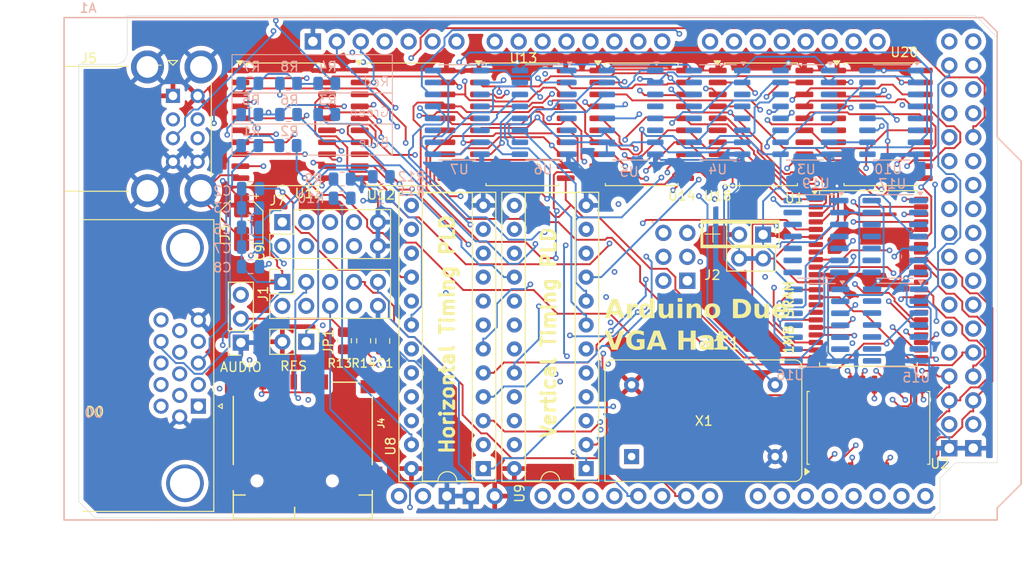
<source format=kicad_pcb>
(kicad_pcb (version 20240108) (generator "pcbnew") (generator_version "8.0")
  (layers (0 "F.Cu" signal) (1 "In1.Cu" signal) (2 "In2.Cu" signal) (31 "B.Cu" signal) (34 "B.Paste" user) (35 "F.Paste" user) (36 "B.SilkS" user "B.Silkscreen") (37 "F.SilkS" user "F.Silkscreen") (38 "B.Mask" user) (39 "F.Mask" user) (44 "Edge.Cuts" user))
  (net 0 "")
  (net 1 "PWR")
  (net 2 "Net-(U3-~{MR})")
  (net 3 "H_VISIBLE")
  (net 4 "~{H_SYNC}")
  (net 5 "V_FRONT_PORCH")
  (net 6 "~{V_SYNC}")
  (net 7 "~{V_RESET}")
  (net 8 "~{SCREEN_VISIBLE}")
  (net 10 "Net-(J1-Pin_2)")
  (net 11 "GND")
  (net 12 "~{V_VISIBLE}")
  (net 13 "Net-(A1-D19{slash}RX1)")
  (net 14 "SD_CS")
  (net 15 "Net-(A1-D18{slash}TX1)")
  (net 16 "Net-(J1-Pin_6)")
  (net 18 "Net-(J3-Pad2)")
  (net 21 "Net-(J3-Pad3)")
  (net 22 "Net-(J3-Pad13)")
  (net 23 "Net-(J3-Pad14)")
  (net 24 "Net-(J3-Pad1)")
  (net 27 "Net-(U2-B0)")
  (net 28 "Net-(U2-B1)")
  (net 29 "Net-(U2-B2)")
  (net 30 "Net-(U2-B3)")
  (net 31 "Net-(U2-B4)")
  (net 32 "Net-(U2-B5)")
  (net 33 "Net-(U2-B6)")
  (net 34 "Net-(U2-B7)")
  (net 35 "MEMADDR0")
  (net 36 "MEMADDR13")
  (net 37 "MEMADDR14")
  (net 39 "MEMADDR2")
  (net 40 "MEMADDR9")
  (net 42 "MEMADDR10")
  (net 43 "MEMADDR11")
  (net 44 "DATA6")
  (net 45 "MEMADDR15")
  (net 46 "MEMADDR5")
  (net 47 "MEMADDR4")
  (net 49 "/MCU CE")
  (net 51 "MEMADDR12")
  (net 53 "MEMADDR3")
  (net 54 "Net-(J1-Pin_3)")
  (net 55 "~{OE}")
  (net 57 "MEMADDR7")
  (net 58 "MEMADDR18")
  (net 60 "MEMADDR16")
  (net 61 "MEMADDR17")
  (net 62 "MEMADDR19")
  (net 63 "MEMADDR8")
  (net 64 "MEMADDR1")
  (net 66 "MEMADDR6")
  (net 67 "~{VGA_OUT}")
  (net 68 "A1")
  (net 69 "A2")
  (net 72 "A0")
  (net 73 "A3")
  (net 75 "Net-(U3-TC)")
  (net 76 "H_CLK")
  (net 80 "A6")
  (net 81 "A4")
  (net 82 "A5")
  (net 84 "A7")
  (net 87 "Net-(U5-TC)")
  (net 89 "A8")
  (net 90 "A9")
  (net 91 "Net-(U5-Q0)")
  (net 93 "Net-(A1-PadD6)")
  (net 95 "A10")
  (net 96 "A11")
  (net 98 "A12")
  (net 100 "Net-(U6-TC)")
  (net 101 "A13")
  (net 104 "A15")
  (net 105 "A14")
  (net 109 "RESOLUTION")
  (net 113 "D4")
  (net 116 "Net-(U10-TC)")
  (net 127 "A16")
  (net 128 "A18")
  (net 129 "A17")
  (net 131 "/MCU WE")
  (net 132 "Net-(J1-Pin_7)")
  (net 133 "D5")
  (net 134 "DATA4")
  (net 135 "DATA7")
  (net 136 "DATA9")
  (net 137 "5V")
  (net 138 "DATA15")
  (net 139 "Net-(A1-D17{slash}RX2)")
  (net 140 "~{TIMING ADDR}")
  (net 150 "Net-(U16-Pad8)")
  (net 152 "~{MCU OE}")
  (net 154 "DATA0")
  (net 169 "3.3V")
  (net 170 "Net-(J1-Pin_9)")
  (net 171 "Net-(A1-PadD7)")
  (net 173 "D3")
  (net 174 "DATA10")
  (net 176 "D0")
  (net 178 "Net-(J1-Pin_5)")
  (net 179 "DATA8")
  (net 180 "Net-(J1-Pin_4)")
  (net 182 "DATA13")
  (net 184 "DATA3")
  (net 185 "DATA14")
  (net 186 "D2")
  (net 187 "Net-(J1-Pin_8)")
  (net 189 "D1")
  (net 191 "Net-(A1-D16{slash}TX2)")
  (net 194 "DATA11")
  (net 195 "DATA5")
  (net 196 "DATA12")
  (net 197 "DATA1")
  (net 199 "Net-(J6-Pin_2)")
  (net 200 "Net-(A1-SPI_MOSI)")
  (net 201 "/MCU OE")
  (net 202 "MCUMEMADDR1")
  (net 203 "DATA2")
  (net 204 "MCUMEMADDR17")
  (net 205 "MCUMEMADDR10")
  (net 206 "Net-(U1-~{WE})")
  (net 207 "Net-(U11-CE)")
  (net 232 "MCUMEMADDR4")
  (net 233 "MCUMEMADDR7")
  (net 234 "MCUMEMADDR15")
  (net 235 "MCUMEMADDR18")
  (net 236 "MCUMEMADDR8")
  (net 237 "MCUMEMADDR6")
  (net 238 "MCUMEMADDR5")
  (net 239 "MCUMEMADDR9")
  (net 240 "MCUMEMADDR3")
  (net 241 "MCUMEMADDR11")
  (net 242 "MCUMEMADDR14")
  (net 243 "MCUMEMADDR0")
  (net 244 "MCUMEMADDR2")
  (net 245 "MCUMEMADDR16")
  (net 246 "MCUMEMADDR12")
  (net 247 "MCUMEMADDR19")
  (net 248 "MCUMEMADDR13")
  (net 249 "A19")
  (net 250 "Net-(A1-SPI_SCK)")
  (net 253 "Net-(U8-IO23)")
  (footprint "Connector_PinSocket_2.54mm:PinSocket_2x02_P2.54mm_Vertical" (layer "F.Cu") (at 101.8455 154.2318)
    (property "Reference" "J2")
    (property "Value" "PWR AUX")
  )
  (footprint "Connector_PinSocket_2.54mm:PinSocket_1x03_P2.54mm_Vertical" (layer "F.Cu") (at 46.4 165.7 180)
    (property "Reference" "J6")
    (property "Value" "AUDIO")
  )
  (footprint "Connector_PinSocket_2.54mm:PinSocket_2x05_P2.54mm_Vertical" (layer "F.Cu") (at 50.8 159.258 90)
    (property "Reference" "J1")
    (property "Value" "ANALOG")
  )
  (footprint "Package_SO:SOP-20_7.5x12.8mm_P1.27mm" (layer "F.Cu") (at 88.9608 142.525)
    (property "Reference" "U14")
    (property "Value" "74HC245")
  )
  (footprint "Connector_USB:USB_A_CUI_UJ2-ADH-TH_Horizontal_Stacked" (layer "F.Cu") (at 39.1943 139.502)
    (property "Reference" "J5")
    (property "Value" "USB_A_Stacked")
  )
  (footprint "Connector_Dsub:DSUB-15-HD_Female_Horizontal_P2.29x1.98mm_EdgePinOffset8.35mm_Housed_MountingHolesOffset10.89mm" (layer "F.Cu") (at 41.89 172.448 -90)
    (property "Reference" "J3")
    (property "Value" "DE15_Receptacle_HighDensity")
  )
  (footprint "Oscillator:Oscillator_DIP-14" (layer "F.Cu") (at 87.884 177.8)
    (property "Reference" "X1")
    (property "Value" "TCXO-14")
  )
  (footprint "Package_DIP:DIP-24_W7.62mm_Socket" (layer "F.Cu") (at 72.136 179.07 180)
    (property "Reference" "U8")
    (property "Value" "GAL22V10")
  )
  (footprint "Package_SO:SOP-20_7.5x12.8mm_P1.27mm" (layer "F.Cu") (at 63.6216 142.525)
    (property "Reference" "U12")
    (property "Value" "74HC245")
  )
  (footprint "arduino-library:Arduino_Due_Shield" (layer "F.Cu") (at 27.6352 184.531)
    (property "Reference" "A1")
    (property "Value" "Arduino_Due_Shield")
  )
  (footprint "Package_SO:SOP-20_7.5x12.8mm_P1.27mm" (layer "F.Cu") (at 113.03 174.752 90)
    (property "Reference" "U2")
    (property "Value" "74HC245")
  )
  (footprint "Capacitor_SMD:CP_Elec_4x4.5" (layer "F.Cu") (at 46.482 152.908 -90)
    (property "Reference" "C9")
    (property "Value" "C_Small")
  )
  (footprint "Resistor_SMD:R_0805_2012Metric" (layer "F.Cu") (at 57.404 165.5045 90)
    (property "Reference" "R13")
    (property "Value" "R490K")
  )
  (footprint "Package_SO:TSOP-II-44_10.16x18.41mm_P0.8mm" (layer "F.Cu") (at 113.0305 158.884)
    (property "Reference" "U1")
    (property "Value" "K6X8008T2B-TF55")
  )
  (footprint "Resistor_SMD:R_0805_2012Metric" (layer "F.Cu") (at 59.436 165.5045 90)
    (property "Reference" "R14")
    (property "Value" "R3.9K")
  )
  (footprint "Connector_PinHeader_2.54mm:PinHeader_1x02_P2.54mm_Vertical" (layer "F.Cu") (at 53.345 165.608 -90)
    (property "Reference" "JP1")
    (property "Value" "RES")
  )
  (footprint "Package_DIP:DIP-24_W7.62mm_Socket" (layer "F.Cu") (at 83.058 179.07 180)
    (property "Reference" "U9")
    (property "Value" "GAL22V10")
  )
  (footprint "Package_SO:SOP-20_7.5x12.8mm_P1.27mm" (layer "F.Cu") (at 101.6304 142.525)
    (property "Reference" "U18")
    (property "Value" "74HC245")
  )
  (footprint "Package_SO:SOP-20_7.5x12.8mm_P1.27mm" (layer "F.Cu") (at 76.2912 142.525)
    (property "Reference" "U13")
    (property "Value" "74HC245")
  )
  (footprint "Package_SO:SOP-20_7.5x12.8mm_P1.27mm" (layer "F.Cu") (at 50.952 142.525)
    (property "Reference" "U11")
    (property "Value" "74HC245")
  )
  (footprint "Package_SO:SOP-20_7.5x12.8mm_P1.27mm" (layer "F.Cu") (at 114.3 142.525)
    (property "Reference" "U20")
    (property "Value" "74HC245")
  )
  (footprint "SDCard:J_SD_Card-micro_socket_A" (layer "F.Cu") (at 52.1 176.9 180)
    (property "Reference" "J4")
    (property "Value" "Micro_SD_Card" (hide yes))
  )
  (footprint "Capacitor_SMD:C_0805_2012Metric" (layer "F.Cu") (at 61.468 165.5245 90)
    (property "Reference" "C1")
    (property "Value" "4.7nF")
  )
  (footprint "Connector_PinSocket_2.54mm:PinSocket_2x05_P2.54mm_Vertical" (layer "F.Cu") (at 50.8 152.908 90)
    (property "Reference" "J7")
    (property "Value" "DIGITAL")
  )
  (footprint "Package_SO:SO-16_3.9x9.9mm_P1.27mm" (layer "B.Cu") (at 115.499 141.2576 180)
    (property "Reference" "U10")
    (property "Value" "74LS161")
  )
  (footprint "Capacitor_SMD:C_0805_2012Metric" (layer "B.Cu") (at 47.432 157.6324)
    (property "Reference" "C8")
    (property "Value" "560pf")
  )
  (footprint "Package_SO:SO-16_3.9x9.9mm_P1.27mm" (layer "B.Cu") (at 97.0502 141.2576 180)
    (property "Reference" "U4")
    (property "Value" "74LS161")
  )
  (footprint "Resistor_SMD:R_0805_2012Metric" (layer "B.Cu") (at 47.3475 144.78 180)
    (property "Reference" "R1")
    (property "Value" "R470")
  )
  (footprint "Capacitor_SMD:C_0805_2012Metric" (layer "B.Cu") (at 47.432 155.5496)
    (property "Reference" "C7")
    (property "Value" "560pf")
  )
  (footprint "Resistor_SMD:R_0805_2012Metric" (layer "B.Cu") (at 51.4585 138.176)
    (property "Reference" "R8")
    (property "Value" "R1.8K")
  )
  (footprint "Package_SO:SO-14_3.9x8.65mm_P1.27mm" (layer "B.Cu") (at 107.4598 154.432 180)
    (property "Reference" "U19")
    (property "Value" "74HC14")
  )
  (footprint "Package_SO:SO-16_3.9x9.9mm_P1.27mm" (layer "B.Cu") (at 87.8258 141.2576 180)
    (property "Reference" "U5")
    (property "Value" "74LS161")
  )
  (footprint "Resistor_SMD:R_0805_2012Metric" (layer "B.Cu") (at 55.5225 138.176 180)
    (property "Reference" "R4")
    (property "Value" "R2.2K")
  )
  (footprint "Package_SO:SO-14_3.9x8.65mm_P1.27mm" (layer "B.Cu") (at 107.5644 163.8554 180)
    (property "Reference" "U16")
    (property "Value" "74LS08")
  )
  (footprint "Resistor_SMD:R_0805_2012Metric" (layer "B.Cu") (at 57.15 148.336 180)
    (property "Reference" "R9")
    (property "Value" "10K")
  )
  (footprint "Resistor_SMD:R_0805_2012Metric" (layer "B.Cu") (at 51.4115 144.78 180)
    (property "Reference" "R2")
    (property "Value" "R800")
  )
  (footprint "Package_SO:SO-16_3.9x9.9mm_P1.27mm" (layer "B.Cu") (at 106.2746 141.2576 180)
    (property "Reference" "U3")
    (property "Value" "74LS161")
  )
  (footprint "Capacitor_SMD:C_0805_2012Metric" (layer "B.Cu") (at 47.432 153.4668)
    (property "Reference" "C5")
    (property "Value" "560pf")
  )
  (footprint "Package_SO:SO-14_3.9x8.65mm_P1.27mm" (layer "B.Cu") (at 115.889 163.83 180)
    (property "Reference" "U15")
    (property "Value" "74LS32")
  )
  (footprint "Package_SO:SO-16_3.9x9.9mm_P1.27mm" (layer "B.Cu") (at 78.6014 141.2576 180)
    (property "Reference" "U6")
    (property "Value" "74LS161")
  )
  (footprint "Resistor_SMD:R_0805_2012Metric" (layer "B.Cu") (at 47.3475 141.478)
    (property "Reference" "R5")
    (property "Value" "R470")
  )
  (footprint "Resistor_SMD:R_0805_2012Metric" (layer "B.Cu") (at 57.15 150.368 180)
    (property "Reference" "R10")
    (property "Value" "R200")
  )
  (footprint "Resistor_SMD:R_0805_2012Metric" (layer "B.Cu") (at 47.3475 138.176)
    (property "Reference" "R7")
    (property "Value" "R470")
  )
  (footprint "Capacitor_SMD:C_0805_2012Metric" (layer "B.Cu") (at 47.432 151.4094)
    (property "Reference" "C3")
    (property "Value" "560pf")
  )
  (footprint "Resistor_SMD:R_0805_2012Metric" (layer "B.Cu") (at 61.3175 150.1902)
    (property "Reference" "R11")
    (property "Value" "R100")
  )
  (footprint "Package_SO:SO-14_3.9x8.65mm_P1.27mm" (layer "B.Cu") (at 115.8418 154.432 180)
    (property "Reference" "U17")
    (property "Value" "74HC00")
  )
  (footprint "Capacitor_SMD:C_0805_2012Metric" (layer "B.Cu") (at 47.432 149.352)
    (property "Reference" "C2")
    (property "Value" "560pf")
  )
  (footprint "Resistor_SMD:R_0805_2012Metric" (layer "B.Cu") (at 51.4585 141.478 180)
    (property "Reference" "R6")
    (property "Value" "R1.2K")
  )
  (footprint "Resistor_SMD:R_0805_2012Metric" (layer "B.Cu") (at 61.3175 148.082)
    (property "Reference" "R12")
    (property "Value" "R100")
  )
  (footprint "Resistor_SMD:R_0805_2012Metric" (layer "B.Cu") (at 55.5225 141.478)
    (property "Reference" "R3")
    (property "Value" "R1.8K")
  )
  (footprint "Package_SO:SO-16_3.9x9.9mm_P1.27mm" (layer "B.Cu") (at 69.377 141.2576 180)
    (property "Reference" "U7")
    (property "Value" "74LS161")
  )
  (gr_rect (start 45.466 142.494) (end 62.484 145.796) (stroke (width 0.1)) (fill none) (layer "B.SilkS"))
  (gr_rect (start 45.466 135.128) (end 62.484 139.192) (stroke (width 0.1)) (fill none) (layer "B.SilkS"))
  (gr_rect (start 45.466 139.192) (end 62.484 142.494) (stroke (width 0.1)) (fill none) (layer "B.SilkS"))
  (gr_rect (start 95.37 153.0792) (end 95.445 155.3292) (stroke (width 0.1)) (fill none) (layer "F.SilkS"))
  (gr_rect (start 95.42 152.7542) (end 103.47 152.8292) (stroke (width 0.1)) (fill none) (layer "F.SilkS"))
  (gr_rect (start 95.245 152.7042) (end 95.32 155.6292) (stroke (width 0.1)) (fill none) (layer "F.SilkS"))
  (gr_line (start 95.6564 154.178) (end 97.282 154.178) (stroke (width 0.1)) (layer "F.SilkS"))
  (gr_rect (start 95.32 152.7042) (end 103.545 155.6292) (stroke (width 0.1)) (fill none) (layer "F.SilkS"))
  (gr_rect (start 95.42 152.8292) (end 103.47 152.9042) (stroke (width 0.1)) (fill none) (layer "F.SilkS"))
  (gr_rect (start 95.3625 155.475) (end 103.4625 155.55) (stroke (width 0.1)) (fill none) (layer "F.SilkS"))
  (gr_rect (start 95.3375 155.35) (end 103.4625 155.4) (stroke (width 0.1)) (fill none) (layer "F.SilkS"))
  (gr_line (start 36.3305 136.2474) (end 37.9561 136.2474) (stroke (width 0.1)) (layer "F.SilkS"))
  (gr_rect (start 95.37 152.9542) (end 103.47 153.0292) (stroke (width 0.1)) (fill none) (layer "F.SilkS"))
  (gr_line (start 96.52 155.0416) (end 96.52 153.416) (stroke (width 0.1)) (layer "F.SilkS"))
  (gr_line (start 30.925 184.3) (end 120.0404 184.3532) (stroke (width 0.05)) (layer "Edge.Cuts"))
  (gr_line (start 120.6246 180.086) (end 120.6246 183.769) (stroke (width 0.05)) (layer "Edge.Cuts"))
  (gr_line (start 29.2 182.5812) (end 30.925 184.3) (stroke (width 0.05)) (layer "Edge.Cuts"))
  (gr_line (start 34.3408 134.8994) (end 34.3408 131.0132) (stroke (width 0.05)) (layer "Edge.Cuts"))
  (gr_line (start 126.7206 178.4604) (end 122.2502 178.4604) (stroke (width 0.05)) (layer "Edge.Cuts"))
  (gr_line (start 29.2 136.15) (end 29.2 182.5812) (stroke (width 0.05)) (layer "Edge.Cuts"))
  (gr_line (start 34.3408 131.0132) (end 124.3838 130.9624) (stroke (width 0.05)) (layer "Edge.Cuts"))
  (gr_line (start 29.2 136.15) (end 33.08771 136.148148) (stroke (width 0.05)) (layer "Edge.Cuts"))
  (gr_line (start 122.2502 178.4604) (end 120.6246 180.086) (stroke (width 0.05)) (layer "Edge.Cuts"))
  (gr_line (start 126.7206 178.4604) (end 126.7206 133.3246) (stroke (width 0.05)) (layer "Edge.Cuts"))
  (gr_arc (start 34.339892 134.89844) (mid 33.97 135.78) (end 33.08771 136.148148) (stroke (width 0.05)) (layer "Edge.Cuts"))
  (gr_line (start 124.3838 130.9624) (end 126.7206 133.3246) (stroke (width 0.05)) (layer "Edge.Cuts"))
  (gr_arc (start 120.0404 184.3532) (mid 120.211508 183.940108) (end 120.6246 183.769) (stroke (width 0.05)) (layer "Edge.Cuts"))
  (gr_text "Red\n\nGreen\n\nBlue" (at 62.23 145.034 0) (layer "B.SilkS") (effects (font (size 1 1) (thickness 0.1)) (justify left bottom mirror)))
  (gr_text "1MB SRAM" (at 105.156 159.004 90) (layer "F.SilkS") (effects (font (size 1 1) (thickness 0.2) (bold yes)) (justify right bottom)))
  (gr_text "Horizontal Timing PLD" (at 69.1896 177.673 90) (layer "F.SilkS") (effects (font (size 1.5 1.5) (thickness 0.32) (bold yes)) (justify left bottom)))
  (gr_text "v1.1" (at 99.5 166.5 0) (layer "F.SilkS") (effects (font (size 1.2 1.2) (thickness 0.2) (bold yes)) (justify right bottom)))
  (gr_text "Arduino Due\nVGA Hat" (at 85 166.8 0) (layer "F.SilkS") (effects (font (size 2 2) (thickness 0.3) (bold yes)) (justify left bottom)))
  (gr_text "Vertical Timing PLD" (at 79.9592 176 90) (layer "F.SilkS") (effects (font (size 1.5 1.5) (thickness 0.32) (bold yes)) (justify left bottom)))
  (segment (start 88.9877 171.2837) (end 106.1833 171.2837) (width 0.2) (layer "F.Cu") (net 1))
  (segment (start 46.352 136.81) (end 55.552 136.81) (width 0.2) (layer "F.Cu") (net 1))
  (segment (start 75.756 136.5672) (end 75.5132 136.81) (width 0.2) (layer "F.Cu") (net 1))
  (segment (start 50.2546 156.9998) (end 49.3731 156.1183) (width 0.2) (layer "F.Cu") (net 1))
  (segment (start 118.618 153.684) (end 117.9536 153.684) (width 0.2) (layer "F.Cu") (net 1))
  (segment (start 113.3836 158.484) (end 114.0552 159.1556) (width 0.2) (layer "F.Cu") (net 1))
  (segment (start 106.1833 171.2837) (end 107.315 170.152) (width 0.2) (layer "F.Cu") (net 1))
  (segment (start 109.7 136.81) (end 114.6544 136.81) (width 0.2) (layer "F.Cu") (net 1))
  (segment (start 104.5309 136.0693) (end 105.4897 136.0693) (width 0.2) (layer "F.Cu") (net 1))
  (segment (start 87.884 170.18) (end 88.9877 171.2837) (width 0.2) (layer "F.Cu") (net 1))
  (segment (start 106.1833 178.2203) (end 106.1833 171.2837) (width 0.2) (layer "F.Cu") (net 1))
  (segment (start 52.015 167.9681) (end 52.015 169.8782) (width 0.2) (layer "F.Cu") (net 1))
  (segment (start 46.482 150.538) (end 46.482 151.108) (width 0.2) (layer "F.Cu") (net 1))
  (segment (start 50.805 165.608) (end 50.805 166.7581) (width 0.2) (layer "F.Cu") (net 1))
  (segment (start 114.0552 159.1556) (end 116.4214 159.1556) (width 0.2) (layer "F.Cu") (net 1))
  (segment (start 116.4214 155.2162) (end 116.4214 159.1556) (width 0.2) (layer "F.Cu") (net 1))
  (segment (start 117.9536 153.684) (end 116.4214 155.2162) (width 0.2) (layer "F.Cu") (net 1))
  (segment (start 93.4563 136.7055) (end 84.4653 136.7055) (width 0.2) (layer "F.Cu") (net 1))
  (segment (start 105.4897 136.0693) (end 106.2304 136.81) (width 0.2) (layer "F.Cu") (net 1))
  (segment (start 75.5132 136.81) (end 71.6912 136.81) (width 0.2) (layer "F.Cu") (net 1))
  (segment (start 93.5608 136.81) (end 97.0304 136.81) (width 0.2) (layer "F.Cu") (net 1))
  (segment (start 80.6484 136.5672) (end 75.756 136.5672) (width 0.2) (layer "F.Cu") (net 1))
  (segment (start 44.8282 136.81) (end 42.1362 139.502) (width 0.2) (layer "F.Cu") (net 1))
  (segment (start 116.4214 159.1556) (end 116.7258 159.46) (width 0.2) (layer "F.Cu") (net 1))
  (segment (start 84.4653 136.7055) (end 84.3608 136.81) (width 0.2) (layer "F.Cu") (net 1))
  (segment (start 107.315 179.352) (end 106.1833 178.2203) (width 0.2) (layer "F.Cu") (net 1))
  (segment (start 50.2546 157.5625) (end 50.2546 156.9998) (width 0.2) (layer "F.Cu") (net 1))
  (segment (start 46.352 136.81) (end 44.8282 136.81) (width 0.2) (layer "F.Cu") (net 1))
  (segment (start 93.5608 136.81) (end 93.4563 136.7055) (width 0.2) (layer "F.Cu") (net 1))
  (segment (start 49.3731 156.1183) (end 49.3731 153.9991) (width 0.2) (layer "F.Cu") (net 1))
  (segment (start 55.552 136.81) (end 59.0216 136.81) (width 0.2) (layer "F.Cu") (net 1))
  (segment (start 50.8 158.1079) (end 50.2546 157.5625) (width 0.2) (layer "F.Cu") (net 1))
  (segment (start 80.8912 136.81) (end 80.6484 136.5672) (width 0.2) (layer "F.Cu") (net 1))
  (segment (start 104.5309 136.0693) (end 104.5309 135.9813) (width 0.2) (layer "F.Cu") (net 1))
  (segment (start 107.443 158.484) (end 113.3836 158.484) (width 0.2) (layer "F.Cu") (net 1))
  (segment (start 97.0304 136.81) (end 97.7711 136.0693) (width 0.2) (layer "F.Cu") (net 1))
  (segment (start 59.0216 136.81) (end 68.2216 136.81) (width 0.2) (layer "F.Cu") (net 1))
  (segment (start 50.8 159.258) (end 50.8 158.1079) (width 0.2) (layer "F.Cu") (net 1))
  (segment (start 42.1362 139.502) (end 41.8143 139.502) (width 0.2) (layer "F.Cu") (net 1))
  (segment (start 114.6544 136.81) (end 118.9 136.81) (width 0.2) (layer "F.Cu") (net 1))
  (segment (start 80.8912 136.81) (end 84.3608 136.81) (width 0.2) (layer "F.Cu") (net 1))
  (segment (start 44.4767 148.5327) (end 46.482 150.538) (width 0.2) (layer "F.Cu") (net 1))
  (segment (start 116.7258 159.46) (end 118.442 159.46) (width 0.2) (layer "F.Cu") (net 1))
  (segment (start 68.2216 136.81) (end 71.6912 136.81) (width 0.2) (layer "F.Cu") (net 1))
  (segment (start 97.7711 136.0693) (end 104.5309 136.0693) (width 0.2) (layer "F.Cu") (net 1))
  (segment (start 106.2304 136.81) (end 109.7 136.81) (width 0.2) (layer "F.Cu") (net 1))
  (segment (start 75.756 135.9669) (end 75.756 136.5672) (width 0.2) (layer "F.Cu") (net 1))
  (segment (start 49.3731 153.9991) (end 46.482 151.108) (width 0.2) (layer "F.Cu") (net 1))
  (segment (start 50.805 166.7581) (end 52.015 167.9681) (width 0.2) (layer "F.Cu") (net 1))
  (segment (start 118.442 159.46) (end 118.618 159.284) (width 0.2) (layer "F.Cu") (net 1))
  (via (at 114.0552 159.1556) (size 0.6) (drill 0.3) (layers "F.Cu" "B.Cu") (net 1))
  (via (at 104.5309 135.9813) (size 0.6) (drill 0.3) (layers "F.Cu" "B.Cu") (net 1))
  (via (at 44.4767 148.5327) (size 0.6) (drill 0.3) (layers "F.Cu" "B.Cu") (net 1))
  (via (at 114.6544 136.81) (size 0.6) (drill 0.3) (layers "F.Cu" "B.Cu") (net 1))
  (via (at 75.756 135.9669) (size 0.6) (drill 0.3) (layers "F.Cu" "B.Cu") (net 1))
  (segment (start 76.6719 136.1671) (end 76.0264 136.8126) (width 0.2) (layer "B.Cu") (net 1))
  (segment (start 112.924 145.7026) (end 112.924 144.9674) (width 0.2) (layer "B.Cu") (net 1))
  (segment (start 66.5459 145.7026) (end 66.802 145.7026) (width 0.2) (layer "B.Cu") (net 1))
  (segment (start 112.924 144.9674) (end 112.924 144.4326) (width 0.2) (layer "B.Cu") (net 1))
  (segment (start 103.0374 156.3342) (end 103.0374 157.9934) (width 0.2) (layer "B.Cu") (net 1))
  (segment (start 113.414 159.7968) (end 113.414 160.02) (width 0.2) (layer "B.Cu") (net 1))
  (segment (start 71.952 144.4326) (end 72.9265 144.4326) (width 0.2) (layer "B.Cu") (net 1))
  (segment (start 118.3772 144.4326) (end 118.074 144.4326) (width 0.2) (layer "B.Cu") (net 1))
  (segment (start 93.8592 136.1966) (end 94.4752 136.8126) (width 0.2) (layer "B.Cu") (net 1))
  (segment (start 114.6544 136.8126) (end 112.924 136.8126) (width 0.2) (layer "B.Cu") (net 1))
  (segment (start 114.6426 158.6981) (end 114.1851 159.1556) (width 0.2) (layer "B.Cu") (net 1))
  (segment (start 69.7456 145.7026) (end 71.0156 144.4326) (width 0.2) (layer "B.Cu") (net 1))
  (segment (start 74.1965 145.7026) (end 76.0264 145.7026) (width 0.2) (layer "B.Cu") (net 1))
  (segment (start 114.0552 159.1556) (end 113.414 159.7968) (width 0.2) (layer "B.Cu") (net 1))
  (segment (start 46.482 151.4094) (end 46.482 149.352) (width 0.2) (layer "B.Cu") (net 1))
  (segment (start 85.2508 136.8126) (end 84.6053 136.1671) (width 0.2) (layer "B.Cu") (net 1))
  (segment (start 103.6996 145.7026) (end 101.8643 145.7026) (width 0.2) (layer "B.Cu") (net 1))
  (segment (start 104.3688 145.0334) (end 103.6996 145.7026) (width 0.2) (layer "B.Cu") (net 1))
  (segment (start 119.2536 137.7496) (end 119.2536 143.5562) (width 0.2) (layer "B.Cu") (net 1))
  (segment (start 117.5392 144.9674) (end 112.924 144.9674) (width 0.2) (layer "B.Cu") (net 1))
  (segment (start 66.802 145.7026) (end 69.7456 145.7026) (width 0.2) (layer "B.Cu") (net 1))
  (segment (start 46.482 153.4668) (end 46.482 155.5496) (width 0.2) (layer "B.Cu") (net 1))
  (segment (start 103.6996 145.7026) (end 103.6996 149.3368) (width 0.2) (layer "B.Cu") (net 1))
  (segment (start 81.1764 144.4326) (end 85.2508 144.4326) (width 0.2) (layer "B.Cu") (net 1))
  (segment (start 112.924 144.4326) (end 108.8496 144.4326) (width 0.2) (layer "B.Cu") (net 1))
  (segment (start 94.4752 145.5022) (end 94.4752 145.7026) (width 0.2) (layer "B.Cu") (net 1))
  (segment (start 65.5913 144.748) (end 66.5459 145.7026) (width 0.2) (layer "B.Cu") (net 1))
  (segment (start 102.0851 155.3819) (end 103.0374 156.3342) (width 0.2) (layer "B.Cu") (net 1))
  (segment (start 70.3927 136.2063) (end 75.4201 136.2063) (width 0.2) (layer "B.Cu") (net 1))
  (segment (start 103.6996 149.3368) (end 103.2059 149.3368) (width 0.2) (layer "B.Cu") (net 1))
  (segment (start 68.4178 138.1812) (end 70.3927 136.2063) (width 0.2) (layer "B.Cu") (net 1))
  (segment (start 119.2536 143.5562) (end 118.3772 144.4326) (width 0.2) (layer "B.Cu") (net 1))
  (segment (start 71.0156 144.4326) (end 71.952 144.4326) (width 0.2) (layer "B.Cu") (net 1))
  (segment (start 96.8782 145.5022) (end 94.4752 145.5022) (width 0.2) (layer "B.Cu") (net 1))
  (segment (start 85.2508 136.8126) (end 85.8668 136.1966) (width 0.2) (layer "B.Cu") (net 1))
  (segment (start 104.5309 135.9813) (end 103.6996 136.8126) (width 0.2) (layer "B.Cu") (net 1))
  (segment (start 68.4178 143.1232) (end 67.7434 143.7976) (width 0.2) (layer "B.Cu") (net 1))
  (segment (start 65.8502 143.7976) (end 65.5913 144.0565) (width 0.2) (layer "B.Cu") (net 1))
  (segment (start 68.4178 138.1812) (end 68.4178 143.1232) (width 0.2) (layer "B.Cu") (net 1))
  (segment (start 118.3166 136.8126) (end 119.2536 137.7496) (width 0.2) (layer "B.Cu") (net 1))
  (segment (start 66.802 136.8126) (end 67.0492 136.8126) (width 0.2) (layer "B.Cu") (net 1))
  (segment (start 118.074 136.8126) (end 118.3166 136.8126) (width 0.2) (layer "B.Cu") (net 1))
  (segment (start 94.4752 145.5022) (end 91.7941 145.5022) (width 0.2) (layer "B.Cu") (net 1))
  (segment (start 114.6426 151.4914) (end 114.6426 158.6981) (width 0.2) (layer "B.Cu") (net 1))
  (segment (start 72.9265 144.4326) (end 74.1965 145.7026) (width 0.2) (layer "B.Cu") (net 1))
  (segment (start 75.4201 136.2063) (end 75.4684 136.2545) (width 0.2) (layer "B.Cu") (net 1))
  (segment (start 103.2059 149.3368) (end 101.8455 150.6972) (width 0.2) (layer "B.Cu") (net 1))
  (segment (start 114.1851 159.1556) (end 114.0552 159.1556) (width 0.2) (layer "B.Cu") (net 1))
  (segment (start 101.8455 155.3819) (end 102.0851 155.3819) (width 0.2) (layer "B.Cu") (net 1))
  (segment (start 85.2508 144.4326) (end 85.2508 145.7026) (width 0.2) (layer "B.Cu") (net 1))
  (segment (start 46.482 151.4094) (end 46.482 153.4668) (width 0.2) (layer "B.Cu") (net 1))
  (segment (start 118.074 136.8126) (end 114.6544 136.8126) (width 0.2) (layer "B.Cu") (net 1))
  (segment (start 75.4684 136.2545) (end 76.0264 136.8126) (width 0.2) (layer "B.Cu") (net 1))
  (segment (start 103.6996 149.3368) (end 104.9848 150.622) (width 0.2) (layer "B.Cu") (net 1))
  (segment (start 99.6252 144.4326) (end 97.9478 144.4326) (width 0.2) (layer "B.Cu") (net 1))
  (segment (start 113.7732 150.622) (end 114.6426 151.4914) (width 0.2) (layer "B.Cu") (net 1))
  (segment (start 90.7245 144.4326) (end 90.4008 144.4326) (width 0.2) (layer "B.Cu") (net 1))
  (segment (start 88.0478 144.4326) (end 90.4008 144.4326) (width 0.2) (layer "B.Cu") (net 1))
  (segment (start 65.5913 144.0565) (end 65.5913 144.748) (width 0.2) (layer "B.Cu") (net 1))
  (segment (start 85.8668 136.1966) (end 93.8592 136.1966) (width 0.2) (layer "B.Cu") (net 1))
  (segment (start 85.5919 144.7737) (end 87.7067 144.7737) (width 0.2) (layer "B.Cu") (net 1))
  (segment (start 67.0492 136.8126) (end 68.4178 138.1812) (width 0.2) (layer "B.Cu") (net 1))
  (segment (start 101.8455 154.2318) (end 101.8455 155.3819) (width 0.2) (layer "B.Cu") (net 1))
  (segment (start 103.0374 157.9934) (end 105.0894 160.0454) (width 0.2) (layer "B.Cu") (net 1))
  (segment (start 113.3668 150.622) (end 113.7732 150.622) (width 0.2) (layer "B.Cu") (net 1))
  (segment (start 46.482 157.6324) (end 48.1076 159.258) (width 0.2) (layer "B.Cu") (net 1))
  (segment (start 108.8496 144.4326) (end 108.2488 145.0334) (width 0.2) (layer "B.Cu") (net 1))
  (segment (start 118.074 144.4326) (end 117.5392 144.9674) (width 0.2) (layer "B.Cu") (net 1))
  (segment (start 100.5943 144.4326) (end 99.6252 144.4326) (width 0.2) (layer "B.Cu") (net 1))
  (segment (start 67.7434 143.7976) (end 65.8502 143.7976) (width 0.2) (layer "B.Cu") (net 1))
  (segment (start 97.9478 144.4326) (end 96.8782 145.5022) (width 0.2) (layer "B.Cu") (net 1))
  (segment (start 101.8643 145.7026) (end 100.5943 144.4326) (width 0.2) (layer "B.Cu") (net 1))
  (segment (start 84.6053 136.1671) (end 76.6719 136.1671) (width 0.2) (layer "B.Cu") (net 1))
  (segment (start 85.2508 144.4326) (end 85.5919 144.7737) (width 0.2) (layer "B.Cu") (net 1))
  (segment (start 75.756 135.9669) (end 75.4684 136.2545) (width 0.2) (layer "B.Cu") (net 1))
  (segment (start 91.7941 145.5022) (end 90.7245 144.4326) (width 0.2) (layer "B.Cu") (net 1))
  (segment (start 46.482 155.5496) (end 46.482 157.6324) (width 0.2) (layer "B.Cu") (net 1))
  (segment (start 101.8455 150.6972) (end 101.8455 154.2318) (width 0.2) (layer "B.Cu") (net 1))
  (segment (start 108.2488 145.0334) (end 104.3688 145.0334) (width 0.2) (layer "B.Cu") (net 1))
  (segment (start 48.1076 159.258) (end 49.6499 159.258) (width 0.2) (layer "B.Cu") (net 1))
  (segment (start 114.6544 136.8126) (end 114.6544 136.81) (width 0.2) (layer "B.Cu") (net 1))
  (segment (start 87.7067 144.7737) (end 88.0478 144.4326) (width 0.2) (layer "B.Cu") (net 1))
  (segment (start 50.8 159.258) (end 49.6499 159.258) (width 0.2) (layer "B.Cu") (net 1))
  (via (at 74.2954 137.8403) (size 0.6) (drill 0.3) (layers "F.Cu" "B.Cu") (net 2))
  (via (at 77.9387 137.6293) (size 0.6) (drill 0.3) (layers "F.Cu" "B.Cu") (net 2))
  (via (at 88.7811 137.7057) (size 0.6) (drill 0.3) (layers "F.Cu" "B.Cu") (net 2))
  (segment (start 101.0855 135.3523) (end 99.6252 136.8126) (width 0.2) (layer "B.Cu") (net 2))
  (segment (start 108.8496 136.8126) (end 107.3893 135.3523) (width 0.2) (layer "B.Cu") (net 2))
  (segment (start 90.0239 137.7057) (end 90.4008 138.0826) (width 0.2) (layer "B.Cu") (net 2))
  (segment (start 99.6252 136.8126) (end 98.9902 137.4476) (width 0.2) (layer "B.Cu") (net 2))
  (segment (start 92.7958 137.4476) (end 92.3476 136.9994) (width 0.2) (layer "B.Cu") (net 2))
  (segment (start 71.952 138.0826) (end 74.0531 138.0826) (width 0.2) (layer "B.Cu") (net 2))
  (segment (start 91.7491 136.9994) (end 90.6659 138.0826) (width 0.2) (layer "B.Cu") (net 2))
  (segment (start 78.392 138.0826) (end 81.1764 138.0826) (width 0.2) (layer "B.Cu") (net 2))
  (segment (start 88.7811 137.7057) (end 90.0239 137.7057) (width 0.2) (layer "B.Cu") (net 2))
  (segment (start 107.3893 135.3523) (end 101.0855 135.3523) (width 0.2) (layer "B.Cu") (net 2))
  (segment (start 74.0531 138.0826) (end 74.2954 137.8403) (width 0.2) (layer "B.Cu") (net 2))
  (segment (start 77.9387 137.6293) (end 78.392 138.0826) (width 0.2) (layer "B.Cu") (net 2))
  (segment (start 92.3476 136.9994) (end 91.7491 136.9994) (width 0.2) (layer "B.Cu") (net 2))
  (segment (start 90.6659 138.0826) (end 90.4008 138.0826) (width 0.2) (layer "B.Cu") (net 2))
  (segment (start 98.9902 137.4476) (end 92.7958 137.4476) (width 0.2) (layer "B.Cu") (net 2))
  (segment (start 52.8197 154.0582) (end 53.6143 154.0582) (width 0.2) (layer "F.Cu") (net 3))
  (segment (start 54.61 155.8261) (end 56.756 157.9721) (width 0.2) (layer "F.Cu") (net 3))
  (segment (start 62.638 157.9721) (end 63.4159 158.75) (width 0.2) (layer "F.Cu") (net 3))
  (segment (start 53.6143 154.0582) (end 54.61 155.0539) (width 0.2) (layer "F.Cu") (net 3))
  (segment (start 51.9502 153.1887) (end 52.8197 154.0582) (width 0.2) (layer "F.Cu") (net 3))
  (segment (start 50.8323 149.7304) (end 51.9502 150.8483) (width 0.2) (layer "F.Cu") (net 3))
  (segment (start 56.756 157.9721) (end 62.638 157.9721) (width 0.2) (layer "F.Cu") (net 3))
  (segment (start 64.516 158.75) (end 63.4159 158.75) (width 0.2) (layer "F.Cu") (net 3))
  (segment (start 54.61 155.0539) (end 54.61 155.8261) (width 0.2) (layer "F.Cu") (net 3))
  (segment (start 51.9502 150.8483) (end 51.9502 153.1887) (width 0.2) (layer "F.Cu") (net 3))
  (via (at 50.8323 149.7304) (size 0.6) (drill 0.3) (layers "F.Cu" "B.Cu") (net 3))
  (segment (start 48.382 149.352) (end 50.4539 149.352) (width 0.2) (layer "B.Cu") (net 3))
  (segment (start 50.4539 149.352) (end 50.8323 149.7304) (width 0.2) (layer "B.Cu") (net 3))
  (via (at 50.9753 157.3052) (size 0.6) (drill 0.3) (layers "F.Cu" "B.Cu") (net 4))
  (segment (start 47.9025 154.5082) (end 47.5496 154.1553) (width 0.2) (layer "B.Cu") (net 4))
  (segment (start 62.23 150.1902) (end 62.23 150.4171) (width 0.2) (layer "B.Cu") (net 4))
  (segment (start 50.9753 157.3052) (end 49.6498 155.9797) (width 0.2) (layer "B.Cu") (net 4))
  (segment (start 64.516 163.83) (end 64.516 162.7299) (width 0.2) (layer "B.Cu") (net 4))
  (segment (start 49.6498 155.2903) (end 48.8677 154.5082) (width 0.2) (layer "B.Cu") (net 4))
  (segment (start 64.2129 152.4) (end 64.8177 152.4) (width 0.2) (layer "B.Cu") (net 4))
  (segment (start 48.8677 154.5082) (end 47.9025 154.5082) (width 0.2) (layer "B.Cu") (net 4))
  (segment (start 64.6728 162.7299) (end 64.516 162.7299) (width 0.2) (layer "B.Cu") (net 4))
  (segment (start 47.5496 152.2418) (end 48.382 151.4094) (width 0.2) (layer "B.Cu") (net 4))
  (segment (start 65.6179 161.7848) (end 64.6728 162.7299) (width 0.2) (layer "B.Cu") (net 4))
  (segment (start 47.5496 154.1553) (end 47.5496 152.2418) (width 0.2) (layer "B.Cu") (net 4))
  (segment (start 64.8177 152.4) (end 65.6179 153.2002) (width 0.2) (layer "B.Cu") (net 4))
  (segment (start 49.6498 155.9797) (end 49.6498 155.2903) (width 0.2) (layer "B.Cu") (net 4))
  (segment (start 65.6179 153.2002) (end 65.6179 161.7848) (width 0.2) (layer "B.Cu") (net 4))
  (segment (start 62.23 150.4171) (end 64.2129 152.4) (width 0.2) (layer "B.Cu") (net 4))
  (segment (start 71.7824 157.48) (end 73.0679 157.48) (width 0.2) (layer "B.Cu") (net 6))
  (segment (start 50.6389 151.6459) (end 49.8708 151.6459) (width 0.2) (layer "B.Cu") (net 6))
  (segment (start 62.23 148.082) (end 62.23 148.6893) (width 0.2) (layer "B.Cu") (net 6))
  (segment (start 55.363 146.9218) (end 50.6389 151.6459) (width 0.2) (layer "B.Cu") (net 6))
  (segment (start 69.8199 155.5175) (end 71.7824 157.48) (width 0.2) (layer "B.Cu") (net 6))
  (segment (start 64.9624 150.016) (end 69.8199 154.8735) (width 0.2) (layer "B.Cu") (net 6))
  (segment (start 62.23 148.082) (end 61.0698 146.9218) (width 0.2) (layer "B.Cu") (net 6))
  (segment (start 61.0698 146.9218) (end 55.363 146.9218) (width 0.2) (layer "B.Cu") (net 6))
  (segment (start 62.23 148.6893) (end 63.5567 150.016) (width 0.2) (layer "B.Cu") (net 6))
  (segment (start 63.5567 150.016) (end 64.9624 150.016) (width 0.2) (layer "B.Cu") (net 6))
  (segment (start 73.0679 157.48) (end 74.3379 158.75) (width 0.2) (layer "B.Cu") (net 6))
  (segment (start 48.382 153.1347) (end 48.382 153.4668) (width 0.2) (layer "B.Cu") (net 6))
  (segment (start 75.438 158.75) (end 74.3379 158.75) (width 0.2) (layer "B.Cu") (net 6))
  (segment (start 69.8199 154.8735) (end 69.8199 155.5175) (width 0.2) (layer "B.Cu") (net 6))
  (segment (start 49.8708 151.6459) (end 48.382 153.1347) (width 0.2) (layer "B.Cu") (net 6))
  (via (at 78.0337 161.8442) (size 0.6) (drill 0.3) (layers "F.Cu" "B.Cu") (net 7))
  (via (at 47.3292 167.54) (size 0.6) (drill 0.3) (layers "F.Cu" "B.Cu") (net 7))
  (via (at 78.1878 139.634) (size 0.6) (drill 0.3) (layers "F.Cu" "B.Cu") (net 7))
  (via (at 47.4688 156.4628) (size 0.6) (drill 0.3) (layers "F.Cu" "B.Cu") (net 7))
  (segment (start 77.1586 137.4415) (end 77.2151 137.498) (width 0.2) (layer "B.Cu") (net 7))
  (segment (start 48.382 155.5496) (end 47.4688 156.4628) (width 0.2) (layer "B.Cu") (net 7))
  (segment (start 88.181 137.4572) (end 88.181 137.8157) (width 0.2) (layer "B.Cu") (net 7))
  (segment (start 87.391 138.6057) (end 86.894 138.6057) (width 0.2) (layer "B.Cu") (net 7))
  (segment (start 86.1603 137.472) (end 81.8358 137.472) (width 0.2) (layer "B.Cu") (net 7))
  (segment (start 78.0337 161.8442) (end 78.0337 165.3517) (width 0.2) (layer "B.Cu") (net 7))
  (segment (start 80.931 136.5672) (end 78.1459 136.5672) (width 0.2) (layer "B.Cu") (net 7))
  (segment (start 78.1459 136.5672) (end 77.2151 137.498) (width 0.2) (layer "B.Cu") (net 7))
  (segment (start 77.2151 138.6613) (end 78.1878 139.634) (width 0.2) (layer "B.Cu") (net 7))
  (segment (start 75.5755 167.8099) (end 75.438 167.8099) (width 0.2) (layer "B.Cu") (net 7))
  (segment (start 86.894 138.6057) (end 86.5424 138.2541) (width 0.2) (layer "B.Cu") (net 7))
  (segment (start 77.2151 137.498) (end 77.2151 138.6613) (width 0.2) (layer "B.Cu") (net 7))
  (segment (start 86.5424 137.8541) (end 86.1603 137.472) (width 0.2) (layer "B.Cu") (net 7))
  (segment (start 81.1764 136.8126) (end 80.931 136.5672) (width 0.2) (layer "B.Cu") (net 7))
  (segment (start 71.952 136.8126) (end 74.4833 136.8126) (width 0.2) (layer "B.Cu") (net 7))
  (segment (start 90.4008 136.8126) (end 88.8256 136.8126) (width 0.2) (layer "B.Cu") (net 7))
  (segment (start 81.8358 137.472) (end 81.1764 136.8126) (width 0.2) (layer "B.Cu") (net 7))
  (segment (start 75.438 168.91) (end 75.438 167.8099) (width 0.2) (layer "B.Cu") (net 7))
  (segment (start 86.5424 138.2541) (end 86.5424 137.8541) (width 0.2) (layer "B.Cu") (net 7))
  (segment (start 88.8256 136.8126) (end 88.181 137.4572) (width 0.2) (layer "B.Cu") (net 7))
  (segment (start 75.1122 137.4415) (end 77.1586 137.4415) (width 0.2) (layer "B.Cu") (net 7))
  (segment (start 74.4833 136.8126) (end 75.1122 137.4415) (width 0.2) (layer "B.Cu") (net 7))
  (segment (start 88.181 137.8157) (end 87.391 138.6057) (width 0.2) (layer "B.Cu") (net 7))
  (segment (start 78.0337 165.3517) (end 75.5755 167.8099) (width 0.2) (layer "B.Cu") (net 7))
  (via (at 120.2518 163.4229) (size 0.6) (drill 0.3) (layers "F.Cu" "B.Cu") (net 8))
  (via (at 49.3841 157.3253) (size 0.6) (drill 0.3) (layers "F.Cu" "B.Cu") (net 8))
  (via (at 53.5601 171.7775) (size 0.6) (drill 0.3) (layers "F.Cu" "B.Cu") (net 8))
  (segment (start 122.7789 154.533) (end 122.7789 148.489) (width 0.2) (layer "B.Cu") (net 8))
  (segment (start 48.382 157.6324) (end 49.077 157.6324) (width 0.2) (layer "B.Cu") (net 8))
  (segment (start 120.4196 159.6439) (end 120.4196 156.0984) (width 0.2) (layer "B.Cu") (net 8))
  (segment (start 118.7735 161.29) (end 119.0769 160.9866) (width 0.2) (layer "B.Cu") (net 8))
  (segment (start 121.2904 147.8073) (end 120.4434 146.9603) (width 0.2) (layer "B.Cu") (net 8))
  (segment (start 122.7789 148.489) (end 122.0972 147.8073) (width 0.2) (layer "B.Cu") (net 8))
  (segment (start 120.4434 146.9603) (end 120.4434 138.3352) (width 0.2) (layer "B.Cu") (net 8))
  (segment (start 120.4196 156.0984) (end 121.3033 155.2147) (width 0.2) (layer "B.Cu") (net 8))
  (segment (start 122.0972 147.8073) (end 121.2904 147.8073) (width 0.2) (layer "B.Cu") (net 8))
  (segment (start 121.3439 137.4347) (end 121.6152 137.4347) (width 0.2) (layer "B.Cu") (net 8))
  (segment (start 120.4434 138.3352) (end 121.3439 137.4347) (width 0.2) (layer "B.Cu") (net 8))
  (segment (start 122.0972 155.2147) (end 122.7789 154.533) (width 0.2) (layer "B.Cu") (net 8))
  (segment (start 118.364 161.29) (end 118.7735 161.29) (width 0.2) (layer "B.Cu") (net 8))
  (segment (start 121.6152 136.271) (end 121.6152 137.4347) (width 0.2) (layer "B.Cu") (net 8))
  (segment (start 120.2518 162.1615) (end 120.2518 163.4229) (width 0.2) (layer "B.Cu") (net 8))
  (segment (start 119.0769 160.9866) (end 120.2518 162.1615) (width 0.2) (layer "B.Cu") (net 8))
  (segment (start 119.0769 160.9866) (end 120.4196 159.6439) (width 0.2) (layer "B.Cu") (net 8))
  (segment (start 121.3033 155.2147) (end 122.0972 155.2147) (width 0.2) (layer "B.Cu") (net 8))
  (segment (start 49.077 157.6324) (end 49.3841 157.3253) (width 0.2) (layer "B.Cu") (net 8))
  (via (at 55.0973 163.8661) (size 0.6) (drill 0.3) (layers "F.Cu" "B.Cu") (net 10))
  (segment (start 49.815 169.8782) (end 49.815 168.7781) (width 0.2) (layer "F.Cu") (net 11))
  (segment (start 107.443 154.484) (end 108.0306 154.484) (width 0.2) (layer "F.Cu") (net 11))
  (segment (start 72.136 151.13) (end 72.136 150.0299) (width 0.2) (layer "F.Cu") (net 11))
  (segment (start 49.815 168.7781) (end 46.9648 168.7781) (width 0.2) (layer "F.Cu") (net 11))
  (segment (start 60.96 152.908) (end 60.96 150.1784) (width 0.2) (layer "F.Cu") (net 11))
  (segment (start 42.8303 149.572) (end 42.8303 151.0563) (width 0.2) (layer "F.Cu") (net 11))
  (segment (start 95.8916 148.24) (end 97.0304 148.24) (width 0.2) (layer "F.Cu") (net 11))
  (segment (start 120.4515 176.911) (end 120.4515 177.6455) (width 0.2) (layer "F.Cu") (net 11))
  (segment (start 84.6044 148.4835) (end 85.0227 148.9019) (width 0.2) (layer "F.Cu") (net 11))
  (segment (start 105.2834 154.484) (end 102.9956 156.7718) (width 0.2) (layer "F.Cu") (net 11))
  (segment (start 72.136 150.0299) (end 72.136 148.6848) (width 0.2) (layer "F.Cu") (net 11))
  (segment (start 46.4 168.2133) (end 46.7399 168.5532) (width 0.2) (layer "F.Cu") (net 11))
  (segment (start 109.8032 152.7114) (end 109.8032 149.1861) (width 0.2) (layer "F.Cu") (net 11))
  (segment (start 92.5654 147.605) (end 95.2566 147.605) (width 0.2) (layer "F.Cu") (net 11))
  (segment (start 84.6044 148.4835) (end 84.3608 148.24) (width 0.2) (layer "F.Cu") (net 11))
  (segment (start 46.4 165.7) (end 46.4 166.8501) (width 0.2) (layer "F.Cu") (net 11))
  (segment (start 83.058 151.13) (end 83.058 150.0299) (width 0.2) (layer "F.Cu") (net 11))
  (segment (start 102.9956 156.7718) (end 105.5078 159.284) (width 0.2) (layer "F.Cu") (net 11))
  (segment (start 117.3907 158.484) (end 118.618 158.484) (width 0.2) (layer "F.Cu") (net 11))
  (segment (start 85.0227 148.9019) (end 91.4028 148.9019) (width 0.2) (layer "F.Cu") (net 11))
  (segment (start 101.8455 156.7718) (end 102.9956 156.7718) (width 0.2) (layer "F.Cu") (net 11))
  (segment (start 60.96 150.1784) (end 59.0216 148.24) (width 0.2) (layer "F.Cu") (net 11))
  (segment (start 109.7 148.24) (end 109.7 149.0563) (width 0.2) (layer "F.Cu") (net 11))
  (segment (start 60.96 161.798) (end 60.96 162.9481) (width 0.2) (layer "F.Cu") (net 11))
  (segment (start 46.0446 147.9326) (end 44.2282 147.9326) (width 0.2) (layer "F.Cu") (net 11))
  (segment (start 109.8032 149.1861) (end 109.6867 149.0696) (width 0.2) (layer "F.Cu") (net 11))
  (segment (start 46.4 166.8501) (end 46.4 168.2133) (width 0.2) (layer "F.Cu") (net 11))
  (segment (start 42.1643 149.572) (end 42.8303 149.572) (width 0.2) (layer "F.Cu") (net 11))
  (segment (start 121.6152 176.911) (end 120.4515 176.911) (width 0.2) (layer "F.Cu") (net 11))
  (segment (start 92.2944 147.876) (end 92.5654 147.605) (width 0.2) (layer "F.Cu") (net 11))
  (segment (start 120.4515 177.6455) (end 118.745 179.352) (width 0.2) (layer "F.Cu") (net 11))
  (segment (start 46.9648 168.7781) (end 46.7399 168.5532) (width 0.2) (layer "F.Cu") (net 11))
  (segment (start 46.7399 168.5532) (end 46.515 168.7781) (width 0.2) (layer "F.Cu") (net 11))
  (segment (start 44.2282 147.9326) (end 42.8303 149.3305) (width 0.2) (layer "F.Cu") (net 11))
  (segment (start 83.058 150.0299) (end 84.6044 148.4835) (width 0.2) (layer "F.Cu") (net 11))
  (segment (start 107.443 154.484) (end 105.2834 154.484) (width 0.2) (layer "F.Cu") (net 11))
  (segment (start 95.2566 147.605) (end 95.8916 148.24) (width 0.2) (layer "F.Cu") (net 11))
  (segment (start 61.468 163.4561) (end 60.96 162.9481) (width 0.2) (layer "F.Cu") (net 11))
  (segment (start 109.7 149.0563) (end 109.6867 149.0696) (width 0.2) (layer "F.Cu") (net 11))
  (segment (start 108.0306 154.484) (end 109.8032 152.7114) (width 0.2) (layer "F.Cu") (net 11))
  (segment (start 92.2944 148.0103) (end 92.2944 147.876) (width 0.2) (layer "F.Cu") (net 11))
  (segment (start 117.0215 158.8532) (end 117.3907 158.484) (width 0.2) (layer "F.Cu") (net 11))
  (segment (start 61.468 164.5745) (end 61.468 163.4561) (width 0.2) (layer "F.Cu") (net 11))
  (segment (start 46.352 148.24) (end 46.0446 147.9326) (width 0.2) (layer "F.Cu") (net 11))
  (segment (start 42.8303 149.3305) (end 42.8303 149.572) (width 0.2) (layer "F.Cu") (net 11))
  (segment (start 46.515 169.8782) (end 46.515 168.7781) (width 0.2) (layer "F.Cu") (net 11))
  (segment (start 72.136 148.6848) (end 71.6912 148.24) (width 0.2) (layer "F.Cu") (net 11))
  (segment (start 91.4028 148.9019) (end 92.2944 148.0103) (width 0.2) (layer "F.Cu") (net 11))
  (segment (start 42.8303 151.0563) (end 46.482 154.708) (width 0.2) (layer "F.Cu") (net 11))
  (segment (start 105.5078 159.284) (end 107.443 159.284) (width 0.2) (layer "F.Cu") (net 11))
  (via (at 117.0215 158.8532) (size 0.6) (drill 0.3) (layers "F.Cu" "B.Cu") (net 11))
  (via (at 109.6867 149.0696) (size 0.6) (drill 0.3) (layers "F.Cu" "B.Cu") (net 11))
  (segment (start 58.0625 148.336) (end 58.8626 149.1361) (width 0.2) (layer "B.Cu") (net 11))
  (segment (start 64.8334 167.64) (end 68.2752 171.0818) (width 0.2) (layer "B.Cu") (net 11))
  (segment (start 61.2281 151.4898) (end 60.96 151.7579) (width 0.2) (layer "B.Cu") (net 11))
  (segment (start 60.96 152.908) (end 60.96 151.7579) (width 0.2) (layer "B.Cu") (net 11))
  (segment (start 60.96 161.798) (end 60.96 164.3755) (width 0.2) (layer "B.Cu") (net 11))
  (segment (start 118.364 167.64) (end 117.729 167.005) (width 0.2) (layer "B.Cu") (net 11))
  (segment (start 88.149 147.7625) (end 83.2363 147.7625) (width 0.2) (layer "B.Cu") (net 11))
  (segment (start 121.6152 176.911) (end 121.6152 175.7473) (width 0.2) (layer "B.Cu") (net 11))
  (segment (start 83.058 151.13) (end 83.058 150.0299) (width 0.2) (layer "B.Cu") (net 11))
  (segment (start 99.3055 156.7718) (end 99.3055 155.6217) (width 0.2) (layer "B.Cu") (net 11))
  (segment (start 119.4001 161.9171) (end 117.3785 161.9171) (width 0.2) (layer "B.Cu") (net 11))
  (segment (start 61.2281 149.5144) (end 61.2281 151.4898) (width 0.2) (layer "B.Cu") (net 11))
  (segment (start 98.1521 154.7558) (end 98.1521 150.3368) (width 0.2) (layer "B.Cu") (net 11))
  (segment (start 118.3168 158.242) (end 117.6964 158.242) (width 0.2) (layer "B.Cu") (net 11))
  (segment (start 60.8498 149.1361) (end 61.2281 149.5144) (width 0.2) (layer "B.Cu") (net 11))
  (segment (start 83.2363 149.8516) (end 83.2363 147.7625) (width 0.2) (layer "B.Cu") (net 11))
  (segment (start 119.6398 167.1961) (end 119.6398 162.1568) (width 0.2) (layer "B.Cu") (net 11))
  (segment (start 115.2754 146.5397) (end 116.1125 145.7026) (width 0.2) (layer "B.Cu") (net 11))
  (segment (start 108.7465 159.4303) (end 109.9348 158.242) (width 0.2) (layer "B.Cu") (net 11))
  (segment (start 68.2752 171.0818) (end 68.2752 181.991) (width 0.2) (layer "B.Cu") (net 11))
  (segment (start 58.8626 149.1361) (end 60.8498 149.1361) (width 0.2) (layer "B.Cu") (net 11))
  (segment (start 119.6398 162.1568) (end 119.4001 161.9171) (width 0.2) (layer "B.Cu") (net 11))
  (segment (start 119.475 167.6517) (end 119.4633 167.64) (width 0.2) (layer "B.Cu") (net 11))
  (segment (start 109.6867 149.0696) (end 109.6867 146.5397) (width 0.2) (layer "B.Cu") (net 11))
  (segment (start 109.6593 167.6654) (end 108.7465 166.7526) (width 0.2) (layer "B.Cu") (net 11))
  (segment (start 72.136 151.13) (end 72.136 150.0299) (width 0.2) (layer "B.Cu") (net 11))
  (segment (start 72.136 145.8866) (end 71.952 145.7026) (width 0.2) (layer "B.Cu") (net 11))
  (segment (start 117.3785 161.9171) (end 117.0852 161.6238) (width 0.2) (layer "B.Cu") (net 11))
  (segment (start 98.1521 150.3368) (end 99.2085 149.2804) (width 0.2) (layer "B.Cu") (net 11))
  (segment (start 117.6964 158.242) (end 117.0852 158.8532) (width 0.2) (layer "B.Cu") (net 11))
  (segment (start 108.7465 166.7526) (end 108.7465 159.4303) (width 0.2) (layer "B.Cu") (net 11))
  (segment (start 116.1125 145.7026) (end 118.074 145.7026) (width 0.2) (layer "B.Cu") (net 11))
  (segment (start 99.0244 146.3034) (end 99.6252 145.7026) (width 0.2) (layer "B.Cu") (net 11))
  (segment (start 60.96 164.3755) (end 64.2245 167.64) (width 0.2) (layer "B.Cu") (net 11))
  (segment (start 64.2245 167.64) (end 64.8334 167.64) (width 0.2) (layer "B.Cu") (net 11))
  (segment (start 90.4008 145.7026) (end 90.2089 145.7026) (width 0.2) (layer "B.Cu") (net 11))
  (segment (start 99.2085 149.2804) (end 99.2085 146.4875) (width 0.2) (layer "B.Cu") (net 11))
  (segment (start 81.1764 145.7026) (end 83.2363 147.7625) (width 0.2) (layer "B.Cu") (net 11))
  (segment (start 110.0394 167.6654) (end 109.6593 167.6654) (width 0.2) (layer "B.Cu") (net 11))
  (segment (start 90.2089 145.7026) (end 88.149 147.7625) (width 0.2) (layer "B.Cu") (net 11))
  (segment (start 99.2085 146.4875) (end 99.0244 146.3034) (width 0.2) (layer "B.Cu") (net 11))
  (segment (start 119.4633 167.3726) (end 119.6398 167.1961) (width 0.2) (layer "B.Cu") (net 11))
  (segment (start 121.3243 175.7473) (end 119.475 173.898) (width 0.2) (layer "B.Cu") (net 11))
  (segment (start 90.4008 145.7026) (end 91.0016 146.3034) (width 0.2) (layer "B.Cu") (net 11))
  (segment (start 119.475 173.898) (end 119.475 167.6517) (width 0.2) (layer "B.Cu") (net 11))
  (segment (start 121.6152 175.7473) (end 121.3243 175.7473) (width 0.2) (layer "B.Cu") (net 11))
  (segment (start 91.0016 146.3034) (end 99.0244 146.3034) (width 0.2) (layer "B.Cu") (net 11))
  (segment (start 119.4633 167.64) (end 119.4633 167.3726) (width 0.2) (layer "B.Cu") (net 11))
  (segment (start 110.6998 167.005) (end 110.0394 167.6654) (width 0.2) (layer "B.Cu") (net 11))
  (segment (start 119.4633 167.64) (end 118.364 167.64) (width 0.2) (layer "B.Cu") (net 11))
  (segment (start 117.729 167.005) (end 110.6998 167.005) (width 0.2) (layer "B.Cu") (net 11))
  (segment (start 83.058 150.0299) (end 83.2363 149.8516) (width 0.2) (layer "B.Cu") (net 11))
  (segment (start 72.136 150.0299) (end 72.136 145.8866) (width 0.2) (layer "B.Cu") (net 11))
  (segment (start 109.6867 146.5397) (end 108.8496 145.7026) (width 0.2) (layer "B.Cu") (net 11))
  (segment (start 117.0852 158.8532) (end 117.0215 158.8532) (width 0.2) (layer "B.Cu") (net 11))
  (segment (start 117.0852 161.6238) (end 117.0852 158.8532) (width 0.2) (layer "B.Cu") (net 11))
  (segment (start 109.6867 146.5397) (end 115.2754 146.5397) (width 0.2) (layer "B.Cu") (net 11))
  (segment (start 99.3055 155.6217) (end 99.018 155.6217) (width 0.2) (layer "B.Cu") (net 11))
  (segment (start 99.018 155.6217) (end 98.1521 154.7558) (width 0.2) (layer "B.Cu") (net 11))
  (via (at 78.7065 137.1673) (size 0.6) (drill 0.3) (layers "F.Cu" "B.Cu") (net 12))
  (via (at 49.8661 132.6206) (size 0.6) (drill 0.3) (layers "F.Cu" "B.Cu") (net 13))
  (segment (start 40.4699 141.839) (end 41.3571 140.9518) (width 0.2) (layer "B.Cu") (net 13))
  (segment (start 49.8661 132.953) (end 49.8661 132.6206) (width 0.2) (layer "B.Cu") (net 13))
  (segment (start 40.4699 142.7264) (end 40.4699 141.839) (width 0.2) (layer "B.Cu") (net 13))
  (segment (start 41.3571 140.9518) (end 41.8673 140.9518) (width 0.2) (layer "B.Cu") (net 13))
  (segment (start 41.8673 140.9518) (end 49.8661 132.953) (width 0.2) (layer "B.Cu") (net 13))
  (segment (start 39.1943 144.002) (end 40.4699 142.7264) (width 0.2) (layer "B.Cu") (net 13))
  (segment (start 54.215 170.9783) (end 48.715 170.9783) (width 0.2) (layer "F.Cu") (net 14))
  (segment (start 48.715 169.8782) (end 48.715 170.4282) (width 0.2) (layer "F.Cu") (net 14))
  (segment (start 48.715 170.9783) (end 48.715 171.0624) (width 0.2) (layer "F.Cu") (net 14))
  (segment (start 48.715 170.4282) (end 48.715 170.9783) (width 0.2) (layer "F.Cu") (net 14))
  (segment (start 48.715 171.0624) (end 48.5985 171.1789) (width 0.2) (layer "F.Cu") (net 14))
  (segment (start 54.215 169.8782) (end 54.215 170.9783) (width 0.2) (layer "F.Cu") (net 14))
  (via (at 48.5985 171.1789) (size 0.6) (drill 0.3) (layers "F.Cu" "B.Cu") (net 14))
  (via (at 64.359 183.1797) (size 0.6) (drill 0.3) (layers "F.Cu" "B.Cu") (net 16))
  (segment (start 64.359 181.2276) (end 64.359 183.1797) (width 0.2) (layer "B.Cu") (net 16))
  (segment (start 55.88 161.798) (end 55.88 172.7486) (width 0.2) (layer "B.Cu") (net 16))
  (segment (start 55.88 172.7486) (end 64.359 181.2276) (width 0.2) (layer "B.Cu") (net 16))
  (via (at 49.3432 141.2756) (size 0.6) (drill 0.3) (layers "F.Cu" "B.Cu") (net 18))
  (segment (start 49.3432 141.478) (end 49.3432 141.2756) (width 0.2) (layer "B.Cu") (net 18))
  (segment (start 55.433 140.476) (end 51.548 140.476) (width 0.2) (layer "B.Cu") (net 18))
  (segment (start 49.3432 141.478) (end 48.26 141.478) (width 0.2) (layer "B.Cu") (net 18))
  (segment (start 51.548 140.476) (end 50.546 141.478) (width 0.2) (layer "B.Cu") (net 18))
  (segment (start 50.546 141.478) (end 49.3432 141.478) (width 0.2) (layer "B.Cu") (net 18))
  (segment (start 56.435 141.478) (end 55.433 140.476) (width 0.2) (layer "B.Cu") (net 18))
  (segment (start 45.0768 148.7813) (end 45.0768 146.1382) (width 0.2) (layer "B.Cu") (net 21))
  (segment (start 43.0798 166.6782) (end 43.0798 165.2586) (width 0.2) (layer "B.Cu") (net 21))
  (segment (start 43.0798 165.2586) (end 44.8496 163.4888) (width 0.2) (layer "B.Cu") (net 21))
  (segment (start 45.0768 146.1382) (end 46.435 144.78) (width 0.2) (layer "B.Cu") (net 21))
  (segment (start 41.89 167.868) (end 43.0798 166.6782) (width 0.2) (layer "B.Cu") (net 21))
  (segment (start 47.4539 143.7611) (end 46.435 144.78) (width 0.2) (layer "B.Cu") (net 21))
  (segment (start 44.8496 149.0085) (end 45.0768 148.7813) (width 0.2) (layer "B.Cu") (net 21))
  (segment (start 50.499 144.78) (end 49.4801 143.7611) (width 0.2) (layer "B.Cu") (net 21))
  (segment (start 49.4801 143.7611) (end 47.4539 143.7611) (width 0.2) (layer "B.Cu") (net 21))
  (segment (start 44.8496 163.4888) (end 44.8496 149.0085) (width 0.2) (layer "B.Cu") (net 21))
  (via (at 59.3866 150.6334) (size 0.6) (drill 0.3) (layers "F.Cu" "B.Cu") (net 22))
  (segment (start 60.405 150.1902) (end 59.9618 150.6334) (width 0.2) (layer "B.Cu") (net 22))
  (segment (start 59.9618 150.6334) (end 59.3866 150.6334) (width 0.2) (layer "B.Cu") (net 22))
  (segment (start 40.3341 167.868) (end 39.4992 167.868) (width 0.2) (layer "B.Cu") (net 23))
  (segment (start 45.195 166.1315) (end 42.3135 169.013) (width 0.2) (layer "B.Cu") (net 23))
  (segment (start 39.4992 167.868) (end 37.93 166.2988) (width 0.2) (layer "B.Cu") (net 23))
  (segment (start 59.645 147.322) (end 55.6439 147.322) (width 0.2) (layer "B.Cu") (net 23))
  (segment (start 50.5509 160.4082) (end 49.4645 161.4946) (width 0.2) (layer "B.Cu") (net 23))
  (segment (start 46.7037 164.5498) (end 45.4106 164.5498) (width 0.2) (layer "B.Cu") (net 23))
  (segment (start 60.405 148.082) (end 59.645 147.322) (width 0.2) (layer "B.Cu") (net 23))
  (segment (start 37.93 166.2988) (end 37.93 165.578) (width 0.2) (layer "B.Cu") (net 23))
  (segment (start 51.9752 150.9907) (end 51.9752 160.2083) (width 0.2) (layer "B.Cu") (net 23))
  (segment (start 49.4645 161.4946) (end 49.4645 161.789) (width 0.2) (layer "B.Cu") (net 23))
  (segment (start 51.7753 160.4082) (end 50.5509 160.4082) (width 0.2) (layer "B.Cu") (net 23))
  (segment (start 51.9752 160.2083) (end 51.7753 160.4082) (width 0.2) (layer "B.Cu") (net 23))
  (segment (start 41.4791 169.013) (end 40.3341 167.868) (width 0.2) (layer "B.Cu") (net 23))
  (segment (start 55.6439 147.322) (end 51.9752 150.9907) (width 0.2) (layer "B.Cu") (net 23))
  (segment (start 45.4106 164.5498) (end 45.195 164.7654) (width 0.2) (layer "B.Cu") (net 23))
  (segment (start 42.3135 169.013) (end 41.4791 169.013) (width 0.2) (layer "B.Cu") (net 23))
  (segment (start 45.195 164.7654) (end 45.195 166.1315) (width 0.2) (layer "B.Cu") (net 23))
  (segment (start 49.4645 161.789) (end 46.7037 164.5498) (width 0.2) (layer "B.Cu") (net 23))
  (via (at 48.2025 142.9371) (size 0.6) (drill 0.3) (layers "F.Cu" "B.Cu") (net 24))
  (segment (start 52.4277 138.2327) (end 54.5533 138.2327) (width 0.2) (layer "B.Cu") (net 24))
  (segment (start 48.26 138.176) (end 49.2653 137.1707) (width 0.2) (layer "B.Cu") (net 24))
  (segment (start 51.3657 137.1707) (end 52.371 138.176) (width 0.2) (layer "B.Cu") (net 24))
  (segment (start 48.2025 142.9371) (end 47.2974 142.032) (width 0.2) (layer "B.Cu") (net 24))
  (segment (start 47.2974 142.032) (end 47.2974 140.7625) (width 0.2) (layer "B.Cu") (net 24))
  (segment (start 47.192 140.6571) (end 47.192 139.244) (width 0.2) (layer "B.Cu") (net 24))
  (segment (start 47.2974 140.7625) (end 47.192 140.6571) (width 0.2) (layer "B.Cu") (net 24))
  (segment (start 54.5533 138.2327) (end 54.61 138.176) (width 0.2) (layer "B.Cu") (net 24))
  (segment (start 49.2653 137.1707) (end 51.3657 137.1707) (width 0.2) (layer "B.Cu") (net 24))
  (segment (start 47.192 139.244) (end 48.26 138.176) (width 0.2) (layer "B.Cu") (net 24))
  (segment (start 52.371 138.176) (end 52.4277 138.2327) (width 0.2) (layer "B.Cu") (net 24))
  (segment (start 108.8921 171.436) (end 108.234 171.436) (width 0.2) (layer "F.Cu") (net 27))
  (segment (start 61.4702 154.0582) (end 60.4547 154.0582) (width 0.2) (layer "F.Cu") (net 27))
  (segment (start 77.485 160.1157) (end 70.0151 160.1157) (width 0.2) (layer "F.Cu") (net 27))
  (segment (start 64.9809 155.0815) (end 62.4935 155.0815) (width 0.2) (layer "F.Cu") (net 27))
  (segment (start 107.95 171.152) (end 107.95 169.199) (width 0.2) (layer "F.Cu") (net 27))
  (segment (start 54.9706 150.0239) (end 53.1676 148.2209) (width 0.2) (layer "F.Cu") (net 27))
  (segment (start 85.5869 162.6334) (end 80.0027 162.6334) (width 0.2) (layer "F.Cu") (net 27))
  (segment (start 108.234 171.436) (end 107.95 171.152) (width 0.2) (layer "F.Cu") (net 27))
  (segment (start 59.8098 152.6529) (end 57.1808 150.0239) (width 0.2) (layer "F.Cu") (net 27))
  (segment (start 90.9743 168.0208) (end 85.5869 162.6334) (width 0.2) (layer "F.Cu") (net 27))
  (segment (start 70.0151 160.1157) (end 64.9809 155.0815) (width 0.2) (layer "F.Cu") (net 27))
  (segment (start 107.95 169.199) (end 106.7718 168.0208) (width 0.2) (layer "F.Cu") (net 27))
  (segment (start 62.4935 155.0815) (end 61.4702 154.0582) (width 0.2) (layer "F.Cu") (net 27))
  (segment (start 57.1808 150.0239) (end 54.9706 150.0239) (width 0.2) (layer "F.Cu") (net 27))
  (segment (start 109.855 170.4731) (end 108.8921 171.436) (width 0.2) (layer "F.Cu") (net 27))
  (segment (start 80.0027 162.6334) (end 77.485 160.1157) (width 0.2) (layer "F.Cu") (net 27))
  (segment (start 109.855 170.152) (end 109.855 170.4731) (width 0.2) (layer "F.Cu") (net 27))
  (segment (start 106.7718 168.0208) (end 90.9743 168.0208) (width 0.2) (layer "F.Cu") (net 27))
  (segment (start 59.8098 153.4133) (end 59.8098 152.6529) (width 0.2) (layer "F.Cu") (net 27))
  (segment (start 60.4547 154.0582) (end 59.8098 153.4133) (width 0.2) (layer "F.Cu") (net 27))
  (via (at 53.1676 148.2209) (size 0.6) (drill 0.3) (layers "F.Cu" "B.Cu") (net 27))
  (segment (start 52.324 147.3773) (end 53.1676 148.2209) (width 0.2) (layer "B.Cu") (net 27))
  (segment (start 52.324 144.78) (end 52.324 147.3773) (width 0.2) (layer "B.Cu") (net 27))
  (segment (start 111.125 169.0077) (end 111.125 170.152) (width 0.2) (layer "F.Cu") (net 28))
  (segment (start 110.8078 168.6905) (end 111.125 169.0077) (width 0.2) (layer "F.Cu") (net 28))
  (via (at 111.3257 165.7596) (size 0.6) (drill 0.3) (layers "F.Cu" "B.Cu") (net 28))
  (via (at 110.8078 168.6905) (size 0.6) (drill 0.3) (layers "F.Cu" "B.Cu") (net 28))
  (via (at 44.4811 165.9737) (size 0.6) (drill 0.3) (layers "F.Cu" "B.Cu") (net 28))
  (segment (start 48.26 144.78) (end 45.4769 147.5631) (width 0.2) (layer "B.Cu") (net 28))
  (segment (start 44.4811 164.8766) (end 44.4811 165.9737) (width 0.2) (layer "B.Cu") (net 28))
  (segment (start 45.2498 149.1741) (end 45.2498 164.1079) (width 0.2) (layer "B.Cu") (net 28))
  (segment (start 45.2498 164.1079) (end 44.4811 164.8766) (width 0.2) (layer "B.Cu") (net 28))
  (segment (start 45.4769 148.947) (end 45.2498 149.1741) (width 0.2) (layer "B.Cu") (net 28))
  (segment (start 45.4769 147.5631) (end 45.4769 148.947) (width 0.2) (layer "B.Cu") (net 28))
  (segment (start 112.6589 168.6834) (end 112.395 168.9473) (width 0.2) (layer "F.Cu") (net 29))
  (segment (start 112.395 168.9473) (end 112.395 170.152) (width 0.2) (layer "F.Cu") (net 29))
  (via (at 70.7637 153.1666) (size 0.6) (drill 0.3) (layers "F.Cu" "B.Cu") (net 29))
  (via (at 112.6589 168.6834) (size 0.6) (drill 0.3) (layers "F.Cu" "B.Cu") (net 29))
  (via (at 85.392 167.9667) (size 0.6) (drill 0.3) (layers "F.Cu" "B.Cu") (net 29))
  (segment (start 59.0391 142.4792) (end 61.0535 144.4936) (width 0.2) (layer "B.Cu") (net 29))
  (segment (start 62.0907 144.4936) (end 70.7637 153.1666) (width 0.2) (layer "B.Cu") (net 29))
  (segment (start 55.6112 142.4792) (end 59.0391 142.4792) (width 0.2) (layer "B.Cu") (net 29))
  (segment (start 54.61 141.478) (end 55.6112 142.4792) (width 0.2) (layer "B.Cu") (net 29))
  (segment (start 61.0535 144.4936) (end 62.0907 144.4936) (width 0.2) (layer "B.Cu") (net 29))
  (segment (start 113.665 171.6448) (end 113.665 170.152) (width 0.2) (layer "F.Cu") (net 30))
  (via (at 113.665 171.6448) (size 0.6) (drill 0.3) (layers "F.Cu" "B.Cu") (net 30))
  (via (at 102.0623 158.7203) (size 0.6) (drill 0.3) (layers "F.Cu" "B.Cu") (net 30))
  (via (at 77.673 155.218) (size 0.6) (drill 0.3) (layers "F.Cu" "B.Cu") (net 30))
  (segment (start 52.371 141.478) (end 55.2184 144.3254) (width 0.2) (layer "B.Cu") (net 30))
  (segment (start 59.0393 144.3254) (end 61.5897 146.8758) (width 0.2) (layer "B.Cu") (net 30))
  (segment (start 72.4784 154.94) (end 74.8788 157.3404) (width 0.2) (layer "B.Cu") (net 30))
  (segment (start 74.8788 157.3404) (end 75.8733 157.3404) (width 0.2) (layer "B.Cu") (net 30))
  (segment (start 61.5897 146.8758) (end 63.2739 146.8758) (width 0.2) (layer "B.Cu") (net 30))
  (segment (start 55.2184 144.3254) (end 59.0393 144.3254) (width 0.2) (layer "B.Cu") (net 30))
  (segment (start 77.673 155.5407) (end 77.673 155.218) (width 0.2) (layer "B.Cu") (net 30))
  (segment (start 75.8733 157.3404) (end 77.673 155.5407) (width 0.2) (layer "B.Cu") (net 30))
  (segment (start 71.3381 154.94) (end 72.4784 154.94) (width 0.2) (layer "B.Cu") (net 30))
  (segment (start 63.2739 146.8758) (end 71.3381 154.94) (width 0.2) (layer "B.Cu") (net 30))
  (segment (start 113.8481 168.6991) (end 114.935 169.786) (width 0.2) (layer "F.Cu") (net 31))
  (segment (start 114.935 169.786) (end 114.935 170.152) (width 0.2) (layer "F.Cu") (net 31))
  (via (at 113.8481 168.6991) (size 0.6) (drill 0.3) (layers "F.Cu" "B.Cu") (net 31))
  (via (at 44.9572 143.642) (size 0.6) (drill 0.3) (layers "F.Cu" "B.Cu") (net 31))
  (segment (start 46.435 141.478) (end 44.9572 142.9558) (width 0.2) (layer "B.Cu") (net 31))
  (segment (start 44.9572 142.9558) (end 44.9572 143.642) (width 0.2) (layer "B.Cu") (net 31))
  (segment (start 116.205 171.0423) (end 116.205 170.152) (width 0.2) (layer "F.Cu") (net 32))
  (segment (start 116.9426 171.7799) (end 116.205 171.0423) (width 0.2) (layer "F.Cu") (net 32))
  (via (at 50.114 131.5162) (size 0.6) (drill 0.3) (layers "F.Cu" "B.Cu") (net 32))
  (via (at 116.9426 171.7799) (size 0.6) (drill 0.3) (layers "F.Cu" "B.Cu") (net 32))
  (segment (start 56.3026 138.176) (end 50.114 131.9874) (width 0.2) (layer "B.Cu") (net 32))
  (segment (start 56.435 138.176) (end 56.3026 138.176) (width 0.2) (layer "B.Cu") (net 32))
  (segment (start 50.114 131.9874) (end 50.114 131.5162) (width 0.2) (layer "B.Cu") (net 32))
  (segment (start 115.5887 171.7565) (end 116.2904 172.4582) (width 0.2) (layer "F.Cu") (net 33))
  (segment (start 117.213 172.4582) (end 117.5427 172.1285) (width 0.2) (layer "F.Cu") (net 33))
  (segment (start 117.5427 170.2197) (end 117.475 170.152) (width 0.2) (layer "F.Cu") (net 33))
  (segment (start 116.2904 172.4582) (end 117.213 172.4582) (width 0.2) (layer "F.Cu") (net 33))
  (segment (start 117.5427 172.1285) (end 117.5427 170.2197) (width 0.2) (layer "F.Cu") (net 33))
  (via (at 115.5887 171.7565) (size 0.6) (drill 0.3) (layers "F.Cu" "B.Cu") (net 33))
  (via (at 50.546 139.394) (size 0.6) (drill 0.3) (layers "F.Cu" "B.Cu") (net 33))
  (via (at 44.1467 170.5802) (size 0.6) (drill 0.3) (layers "F.Cu" "B.Cu") (net 33))
  (segment (start 50.546 138.176) (end 50.546 139.394) (width 0.2) (layer "B.Cu") (net 33))
  (segment (start 118.745 171.631) (end 118.745 170.152) (width 0.2) (layer "F.Cu") (net 34))
  (segment (start 118.8749 171.7609) (end 118.745 171.631) (width 0.2) (layer "F.Cu") (net 34))
  (via (at 43.5489 142.4132) (size 0.6) (drill 0.3) (layers "F.Cu" "B.Cu") (net 34))
  (via (at 118.8749 171.7609) (size 0.6) (drill 0.3) (layers "F.Cu" "B.Cu") (net 34))
  (segment (start 46.435 138.176) (end 43.5489 141.0621) (width 0.2) (layer "B.Cu") (net 34))
  (segment (start 43.5489 141.0621) (end 43.5489 142.4132) (width 0.2) (layer "B.Cu") (net 34))
  (segment (start 89.2556 139.4289) (end 88.7643 138.9376) (width 0.2) (layer "F.Cu") (net 35))
  (segment (start 58.0232 147.5708) (end 59.9671 147.5708) (width 0.2) (layer "F.Cu") (net 35))
  (segment (start 64.1671 152.4) (end 65.2959 152.4) (width 0.2) (layer "F.Cu") (net 35))
  (segment (start 89.4238 152.6761) (end 89.0705 153.0294) (width 0.2) (layer "F.Cu") (net 35))
  (segment (start 54.3012 143.5091) (end 54.5871 143.795) (width 0.2) (layer "F.Cu") (net 35))
  (segment (start 105.3104 153.684) (end 104.3025 152.6761) (width 0.2) (layer "F.Cu") (net 35))
  (segment (start 93.5608 139.35) (end 93.4819 139.4289) (width 0.2) (layer "F.Cu") (net 35))
  (segment (start 70.2758 157.3799) (end 83.459 157.3799) (width 0.2) (layer "F.Cu") (net 35))
  (segment (start 55.1623 139.35) (end 54.3012 140.2111) (width 0.2) (layer "F.Cu") (net 35))
  (segment (start 55.552 139.35) (end 55.1623 139.35) (width 0.2) (layer "F.Cu") (net 35))
  (segment (start 62.28 149.8837) (end 62.28 150.5129) (width 0.2) (layer "F.Cu") (net 35))
  (segment (start 83.459 157.3799) (end 85.5385 155.3004) (width 0.2) (layer "F.Cu") (net 35))
  (segment (start 107.443 153.684) (end 105.3104 153.684) (width 0.2) (layer "F.Cu") (net 35))
  (segment (start 54.5871 143.795) (end 56.5194 143.795) (width 0.2) (layer "F.Cu") (net 35))
  (segment (start 57.7007 147.2483) (end 58.0232 147.5708) (width 0.2) (layer "F.Cu") (net 35))
  (segment (start 85.5385 155.3004) (end 85.5385 155.1726) (width 0.2) (layer "F.Cu") (net 35))
  (segment (start 54.3012 140.2111) (end 54.3012 143.5091) (width 0.2) (layer "F.Cu") (net 35))
  (segment (start 65.2959 152.4) (end 70.2758 157.3799) (width 0.2) (layer "F.Cu") (net 35))
  (segment (start 62.28 150.5129) (end 64.1671 152.4) (width 0.2) (layer "F.Cu") (net 35))
  (segment (start 104.3025 152.6761) (end 89.4238 152.6761) (width 0.2) (layer "F.Cu") (net 35))
  (segment (start 59.9671 147.5708) (end 62.28 149.8837) (width 0.2) (layer "F.Cu") (net 35))
  (segment (start 93.4819 139.4289) (end 89.2556 139.4289) (width 0.2) (layer "F.Cu") (net 35))
  (segment (start 57.7007 144.9763) (end 57.7007 147.2483) (width 0.2) (layer "F.Cu") (net 35))
  (segment (start 56.5194 143.795) (end 57.7007 144.9763) (width 0.2) (layer "F.Cu") (net 35))
  (via (at 85.5385 155.1726) (size 0.6) (drill 0.3) (layers "F.Cu" "B.Cu") (net 35))
  (via (at 89.0705 153.0294) (size 0.6) (drill 0.3) (layers "F.Cu" "B.Cu") (net 35))
  (via (at 88.7643 138.9376) (size 0.6) (drill 0.3) (layers "F.Cu" "B.Cu") (net 35))
  (segment (start 72.6476 145.065) (end 73.8165 143.8961) (width 0.2) (layer "F.Cu") (net 36))
  (segment (start 73.8165 143.8961) (end 78.5438 143.8961) (width 0.2) (layer "F.Cu") (net 36))
  (segment (start 70.304 145.065) (end 72.6476 145.065) (width 0.2) (layer "F.Cu") (net 36))
  (segment (start 68.2216 145.7) (end 69.669 145.7) (width 0.2) (layer "F.Cu") (net 36))
  (segment (start 115.5931 164.0541) (end 118.023 166.484) (width 0.2) (layer "F.Cu") (net 36))
  (segment (start 80.8912 145.7) (end 80.3477 145.7) (width 0.2) (layer "F.Cu") (net 36))
  (segment (start 69.669 145.7) (end 70.304 145.065) (width 0.2) (layer "F.Cu") (net 36))
  (segment (start 78.5438 143.8961) (end 79.4091 144.7614) (width 0.2) (layer "F.Cu") (net 36))
  (segment (start 118.023 166.484) (end 118.618 166.484) (width 0.2) (layer "F.Cu") (net 36))
  (segment (start 80.3477 145.7) (end 79.4091 144.7614) (width 0.2) (layer "F.Cu") (net 36))
  (via (at 79.4091 144.7614) (size 0.6) (drill 0.3) (layers "F.Cu" "B.Cu") (net 36))
  (via (at 85.1827 160.8614) (size 0.6) (drill 0.3) (layers "F.Cu" "B.Cu") (net 36))
  (via (at 115.5931 164.0541) (size 0.6) (drill 0.3) (layers "F.Cu" "B.Cu") (net 36))
  (segment (start 118.618 167.284) (end 120.0329 167.284) (width 0.2) (layer "F.Cu") (net 37))
  (segment (start 67.8093 146.97) (end 68.2216 146.97) (width 0.2) (layer "F.Cu") (net 37))
  (segment (start 69.7311 150.1637) (end 68.5225 150.1637) (width 0.2) (layer "F.Cu") (net 37))
  (segment (start 68.8908 146.3008) (end 80.222 146.3008) (width 0.2) (layer "F.Cu") (net 37))
  (segment (start 68.2216 146.97) (end 68.8908 146.3008) (width 0.2) (layer "F.Cu") (net 37))
  (segment (start 120.0329 167.284) (end 120.2167 167.4678) (width 0.2) (layer "F.Cu") (net 37))
  (segment (start 66.9401 147.8392) (end 67.8093 146.97) (width 0.2) (layer "F.Cu") (net 37))
  (segment (start 66.9401 148.5813) (end 66.9401 147.8392) (width 0.2) (layer "F.Cu") (net 37))
  (segment (start 68.5225 150.1637) (end 66.9401 148.5813) (width 0.2) (layer "F.Cu") (net 37))
  (segment (start 80.222 146.3008) (end 80.8912 146.97) (width 0.2) (layer "F.Cu") (net 37))
  (via (at 69.7311 150.1637) (size 0.6) (drill 0.3) (layers "F.Cu" "B.Cu") (net 37))
  (via (at 120.2167 167.4678) (size 0.6) (drill 0.3) (layers "F.Cu" "B.Cu") (net 37))
  (via (at 80.2998 169.8341) (size 0.6) (drill 0.3) (layers "F.Cu" "B.Cu") (net 37))
  (segment (start 93.4568 141.786) (end 89.3997 141.786) (width 0.2) (layer "F.Cu") (net 39))
  (segment (start 104.6439 149.4256) (end 108.3778 149.4256) (width 0.2) (layer "F.Cu") (net 39))
  (segment (start 98.0394 142.525) (end 100.8713 145.3569) (width 0.2) (layer "F.Cu") (net 39))
  (segment (start 108.0655 152.084) (end 107.443 152.084) (width 0.2) (layer "F.Cu") (net 39))
  (segment (start 100.8713 145.653) (end 104.6439 149.4256) (width 0.2) (layer "F.Cu") (net 39))
  (segment (start 60.1476 141.255) (end 61.0809 142.1883) (width 0.2) (layer "F.Cu") (net 39))
  (segment (start 55.552 141.89) (end 56.187 141.255) (width 0.2) (layer "F.Cu") (net 39))
  (segment (start 56.187 141.255) (end 60.1476 141.255) (width 0.2) (layer "F.Cu") (net 39))
  (segment (start 94.1958 142.525) (end 98.0394 142.525) (width 0.2) (layer "F.Cu") (net 39))
  (segment (start 108.9497 149.9975) (end 108.9497 151.1998) (width 0.2) (layer "F.Cu") (net 39))
  (segment (start 100.8713 145.3569) (end 100.8713 145.653) (width 0.2) (layer "F.Cu") (net 39))
  (segment (start 93.5608 141.89) (end 94.1958 142.525) (width 0.2) (layer "F.Cu") (net 39))
  (segment (start 108.3778 149.4256) (end 108.9497 149.9975) (width 0.2) (layer "F.Cu") (net 39))
  (segment (start 89.3997 141.786) (end 87.2014 143.9843) (width 0.2) (layer "F.Cu") (net 39))
  (segment (start 108.9497 151.1998) (end 108.0655 152.084) (width 0.2) (layer "F.Cu") (net 39))
  (segment (start 93.5608 141.89) (end 93.4568 141.786) (width 0.2) (layer "F.Cu") (net 39))
  (segment (start 87.2014 143.9843) (end 87.2014 144.1736) (width 0.2) (layer "F.Cu") (net 39))
  (via (at 87.2014 144.1736) (size 0.6) (drill 0.3) (layers "F.Cu" "B.Cu") (net 39))
  (via (at 61.0809 142.1883) (size 0.6) (drill 0.3) (layers "F.Cu" "B.Cu") (net 39))
  (segment (start 78.4293 140.7045) (end 77.4484 140.7045) (width 0.2) (layer "F.Cu") (net 40))
  (segment (start 65.4937 142.8004) (end 64.7308 142.0375) (width 0.2) (layer "F.Cu") (net 40))
  (segment (start 115.1951 160.4182) (end 115.8022 161.0253) (width 0.2) (layer "F.Cu") (net 40))
  (segment (start 80.8912 140.62) (end 80.6094 140.9018) (width 0.2) (layer "F.Cu") (net 40))
  (segment (start 80.6094 140.9018) (end 78.6266 140.9018) (width 0.2) (layer "F.Cu") (net 40))
  (segment (start 112.5367 160.4182) (end 115.1951 160.4182) (width 0.2) (layer "F.Cu") (net 40))
  (segment (start 70.3983 141.2245) (end 69.7938 140.62) (width 0.2) (layer "F.Cu") (net 40))
  (segment (start 78.6266 140.9018) (end 78.4293 140.7045) (width 0.2) (layer "F.Cu") (net 40))
  (segment (start 65.4937 150.1995) (end 65.4937 142.8004) (width 0.2) (layer "F.Cu") (net 40))
  (segment (start 67.8132 140.2116) (end 68.2216 140.62) (width 0.2) (layer "F.Cu") (net 40))
  (segment (start 115.8022 161.0253) (end 115.8022 161.2876) (width 0.2) (layer "F.Cu") (net 40))
  (segment (start 115.8022 161.2876) (end 117.7986 163.284) (width 0.2) (layer "F.Cu") (net 40))
  (segment (start 64.7308 142.0375) (end 64.7308 140.6328) (width 0.2) (layer "F.Cu") (net 40))
  (segment (start 77.4484 140.7045) (end 76.9284 141.2245) (width 0.2) (layer "F.Cu") (net 40))
  (segment (start 117.7986 163.284) (end 118.618 163.284) (width 0.2) (layer "F.Cu") (net 40))
  (segment (start 111.5941 159.4756) (end 112.5367 160.4182) (width 0.2) (layer "F.Cu") (net 40))
  (segment (start 64.7308 140.6328) (end 65.152 140.2116) (width 0.2) (layer "F.Cu") (net 40))
  (segment (start 69.7938 140.62) (end 68.2216 140.62) (width 0.2) (layer "F.Cu") (net 40))
  (segment (start 76.9284 141.2245) (end 70.3983 141.2245) (width 0.2) (layer "F.Cu") (net 40))
  (segment (start 65.152 140.2116) (end 67.8132 140.2116) (width 0.2) (layer "F.Cu") (net 40))
  (segment (start 70.5681 155.2739) (end 65.4937 150.1995) (width 0.2) (layer "F.Cu") (net 40))
  (via (at 111.5941 159.4756) (size 0.6) (drill 0.3) (layers "F.Cu" "B.Cu") (net 40))
  (via (at 70.5681 155.2739) (size 0.6) (drill 0.3) (layers "F.Cu" "B.Cu") (net 40))
  (segment (start 68.8398 142.5082) (end 76.2105 142.5082) (width 0.2) (layer "F.Cu") (net 42))
  (segment (start 77.5301 141.1886) (end 78.1443 141.1886) (width 0.2) (layer "F.Cu") (net 42))
  (segment (start 81.3314 142.0054) (end 82.5546 143.2286) (width 0.2) (layer "F.Cu") (net 42))
  (segment (start 82.5546 143.2286) (end 82.5546 146.1567) (width 0.2) (layer "F.Cu") (net 42))
  (segment (start 80.8912 141.89) (end 80.8912 142.0054) (width 0.2) (layer "F.Cu") (net 42))
  (segment (start 117.9662 164.084) (end 115.1885 161.3063) (width 0.2) (layer "F.Cu") (net 42))
  (segment (start 78.5285 141.5728) (end 78.5285 142.1506) (width 0.2) (layer "F.Cu") (net 42))
  (segment (start 78.8801 142.5022) (end 80.3944 142.5022) (width 0.2) (layer "F.Cu") (net 42))
  (segment (start 76.2105 142.5082) (end 77.5301 141.1886) (width 0.2) (layer "F.Cu") (net 42))
  (segment (start 68.2216 141.89) (end 68.8398 142.5082) (width 0.2) (layer "F.Cu") (net 42))
  (segment (start 80.3944 142.5022) (end 80.8912 142.0054) (width 0.2) (layer "F.Cu") (net 42))
  (segment (start 80.8912 142.0054) (end 81.3314 142.0054) (width 0.2) (layer "F.Cu") (net 42))
  (segment (start 78.1443 141.1886) (end 78.5285 141.5728) (width 0.2) (layer "F.Cu") (net 42))
  (segment (start 118.618 164.084) (end 117.9662 164.084) (width 0.2) (layer "F.Cu") (net 42))
  (segment (start 78.5285 142.1506) (end 78.8801 142.5022) (width 0.2) (layer "F.Cu") (net 42))
  (segment (start 82.5546 146.1567) (end 82.8792 146.4813) (width 0.2) (layer "F.Cu") (net 42))
  (via (at 82.8792 146.4813) (size 0.6) (drill 0.3) (layers "F.Cu" "B.Cu") (net 42))
  (via (at 86.0707 158.193) (size 0.6) (drill 0.3) (layers "F.Cu" "B.Cu") (net 42))
  (via (at 115.1885 161.3063) (size 0.6) (drill 0.3) (layers "F.Cu" "B.Cu") (net 42))
  (segment (start 79.6259 151.411) (end 79.9458 151.7309) (width 0.2) (layer "F.Cu") (net 43))
  (segment (start 71.7417 155.0048) (end 76.6112 155.0048) (width 0.2) (layer "F.Cu") (net 43))
  (segment (start 80.8912 143.16) (end 81.2726 143.16) (width 0.2) (layer "F.Cu") (net 43))
  (segment (start 68.2216 143.16) (end 67.8307 143.16) (width 0.2) (layer "F.Cu") (net 43))
  (segment (start 79.6259 147.9052) (end 79.6259 151.411) (width 0.2) (layer "F.Cu") (net 43))
  (segment (start 67.8307 143.16) (end 66.1064 144.8843) (width 0.2) (layer "F.Cu") (net 43))
  (segment (start 82.1525 144.0399) (end 82.1525 147.3316) (width 0.2) (layer "F.Cu") (net 43))
  (segment (start 66.1064 144.8843) (end 66.1064 149.3695) (width 0.2) (layer "F.Cu") (net 43))
  (segment (start 82.1525 147.3316) (end 81.8791 147.605) (width 0.2) (layer "F.Cu") (net 43))
  (segment (start 118.618 164.884) (end 117.3979 164.884) (width 0.2) (layer "F.Cu") (net 43))
  (segment (start 81.2726 143.16) (end 82.1525 144.0399) (width 0.2) (layer "F.Cu") (net 43))
  (segment (start 81.8791 147.605) (end 79.9261 147.605) (width 0.2) (layer "F.Cu") (net 43))
  (segment (start 78.3355 156.7291) (end 79.8419 156.7291) (width 0.2) (layer "F.Cu") (net 43))
  (segment (start 76.6112 155.0048) (end 78.3355 156.7291) (width 0.2) (layer "F.Cu") (net 43))
  (segment (start 66.1064 149.3695) (end 71.7417 155.0048) (width 0.2) (layer "F.Cu") (net 43))
  (segment (start 117.3979 164.884) (end 117.0197 164.5058) (width 0.2) (layer "F.Cu") (net 43))
  (segment (start 79.9261 147.605) (end 79.6259 147.9052) (width 0.2) (layer "F.Cu") (net 43))
  (via (at 117.0197 164.5058) (size 0.6) (drill 0.3) (layers "F.Cu" "B.Cu") (net 43))
  (via (at 85.6594 163.5546) (size 0.6) (drill 0.3) (layers "F.Cu" "B.Cu") (net 43))
  (via (at 79.8419 156.7291) (size 0.6) (drill 0.3) (layers "F.Cu" "B.Cu") (net 43))
  (via (at 79.9458 151.7309) (size 0.6) (drill 0.3) (layers "F.Cu" "B.Cu") (net 43))
  (segment (start 79.8419 156.7291) (end 79.8419 151.8348) (width 0.2) (layer "B.Cu") (net 43))
  (segment (start 79.8419 151.8348) (end 79.9458 151.7309) (width 0.2) (layer "B.Cu") (net 43))
  (segment (start 111.6879 176.601) (end 109.855 178.4339) (width 0.2) (layer "F.Cu") (net 44))
  (segment (start 109.855 178.4339) (end 109.855 179.352) (width 0.2) (layer "F.Cu") (net 44))
  (segment (start 115.0346 157.684) (end 115.6903 158.3397) (width 0.2) (layer "F.Cu") (net 44))
  (segment (start 107.443 157.684) (end 115.0346 157.684) (width 0.2) (layer "F.Cu") (net 44))
  (via (at 111.6879 176.601) (size 0.6) (drill 0.3) (layers "F.Cu" "B.Cu") (net 44))
  (via (at 115.6903 158.3397) (size 0.6) (drill 0.3) (layers "F.Cu" "B.Cu") (net 44))
  (segment (start 107.443 167.284) (end 99.7791 167.284) (width 0.2) (layer "F.Cu") (net 45))
  (segment (start 84.4357 152.4) (end 82.7486 152.4) (width 0.2) (layer "F.Cu") (net 45))
  (segment (start 91.6498 157.861) (end 89.8967 157.861) (width 0.2) (layer "F.Cu") (net 45))
  (segment (start 81.4403 151.0917) (end 80.8912 150.5426) (width 0.2) (layer "F.Cu") (net 45))
  (segment (start 68.8566 147.605) (end 74.9713 147.605) (width 0.2) (layer "F.Cu") (net 45))
  (segment (start 80.8912 150.5426) (end 80.8912 148.24) (width 0.2) (layer "F.Cu") (net 45))
  (segment (start 79.7253 152.359) (end 80.173 152.359) (width 0.2) (layer "F.Cu") (net 45))
  (segment (start 82.7486 152.4) (end 81.4403 151.0917) (width 0.2) (layer "F.Cu") (net 45))
  (segment (start 92.5322 160.0371) (end 92.5322 158.7434) (width 0.2) (layer "F.Cu") (net 45))
  (segment (start 68.2216 148.24) (end 68.8566 147.605) (width 0.2) (layer "F.Cu") (net 45))
  (segment (start 89.8967 157.861) (end 84.4357 152.4) (width 0.2) (layer "F.Cu") (net 45))
  (segment (start 80.173 152.359) (end 81.4403 151.0917) (width 0.2) (layer "F.Cu") (net 45))
  (segment (start 74.9713 147.605) (end 79.7253 152.359) (width 0.2) (layer "F.Cu") (net 45))
  (segment (start 99.7791 167.284) (end 92.5322 160.0371) (width 0.2) (layer "F.Cu") (net 45))
  (segment (start 92.5322 158.7434) (end 91.6498 157.861) (width 0.2) (layer "F.Cu") (net 45))
  (segment (start 91.6811 147.2161) (end 91.6811 147.6421) (width 0.2) (layer "F.Cu") (net 46))
  (segment (start 55.552 145.7) (end 56.1292 146.2772) (width 0.2) (layer "F.Cu") (net 46))
  (segment (start 118.618 150.484) (end 116.8325 150.484) (width 0.2) (layer "F.Cu") (net 46))
  (segment (start 93.5608 145.7) (end 93.1972 145.7) (width 0.2) (layer "F.Cu") (net 46))
  (segment (start 93.1972 145.7) (end 91.6811 147.2161) (width 0.2) (layer "F.Cu") (net 46))
  (segment (start 56.1292 146.2772) (end 56.8657 146.2772) (width 0.2) (layer "F.Cu") (net 46))
  (via (at 91.6811 147.6421) (size 0.6) (drill 0.3) (layers "F.Cu" "B.Cu") (net 46))
  (via (at 116.8325 150.484) (size 0.6) (drill 0.3) (layers "F.Cu" "B.Cu") (net 46))
  (via (at 56.8657 146.2772) (size 0.6) (drill 0.3) (layers "F.Cu" "B.Cu") (net 46))
  (segment (start 57.08 145.3454) (end 56.1646 144.43) (width 0.2) (layer "F.Cu") (net 47))
  (segment (start 93.5608 144.43) (end 92.4344 144.43) (width 0.2) (layer "F.Cu") (net 47))
  (segment (start 56.1646 144.43) (end 55.552 144.43) (width 0.2) (layer "F.Cu") (net 47))
  (segment (start 92.4344 144.43) (end 89.4038 147.4606) (width 0.2) (layer "F.Cu") (net 47))
  (segment (start 93.8988 144.43) (end 95.8038 146.335) (width 0.2) (layer "F.Cu") (net 47))
  (segment (start 99.7077 146.335) (end 103.8567 150.484) (width 0.2) (layer "F.Cu") (net 47))
  (segment (start 95.8038 146.335) (end 99.7077 146.335) (width 0.2) (layer "F.Cu") (net 47))
  (segment (start 103.8567 150.484) (end 107.443 150.484) (width 0.2) (layer "F.Cu") (net 47))
  (segment (start 93.5608 144.43) (end 93.8988 144.43) (width 0.2) (layer "F.Cu") (net 47))
  (via (at 57.08 145.3454) (size 0.6) (drill 0.3) (layers "F.Cu" "B.Cu") (net 47))
  (via (at 89.4038 147.4606) (size 0.6) (drill 0.3) (layers "F.Cu" "B.Cu") (net 47))
  (via (at 103.4809 155.3994) (size 0.6) (drill 0.3) (layers "F.Cu" "B.Cu") (net 49))
  (via (at 95.2725 153.2762) (size 0.6) (drill 0.3) (layers "F.Cu" "B.Cu") (net 49))
  (segment (start 103.8475 155.0328) (end 103.4809 155.3994) (width 0.2) (layer "B.Cu") (net 49))
  (segment (start 109.9348 153.162) (end 109.2377 153.162) (width 0.2) (layer "B.Cu") (net 49))
  (segment (start 107.3669 155.0328) (end 103.8475 155.0328) (width 0.2) (layer "B.Cu") (net 49))
  (segment (start 109.2377 153.162) (end 107.3669 155.0328) (width 0.2) (layer "B.Cu") (net 49))
  (segment (start 80.8912 144.43) (end 80.5257 144.43) (width 0.2) (layer "F.Cu") (net 51))
  (segment (start 85.2901 154.5725) (end 85.0834 154.7792) (width 0.2) (layer "F.Cu") (net 51))
  (segment (start 95.3409 165.7971) (end 88.7887 159.2449) (width 0.2) (layer "F.Cu") (net 51))
  (segment (start 73.1832 143.7697) (end 68.8819 143.7697) (width 0.2) (layer "F.Cu") (net 51))
  (segment (start 79.0243 152.9097) (end 78.681 152.5664) (width 0.2) (layer "F.Cu") (net 51))
  (segment (start 70.2799 152.5664) (end 66.5065 148.793) (width 0.2) (layer "F.Cu") (net 51))
  (segment (start 80.5257 144.43) (end 79.5771 143.4814) (width 0.2) (layer "F.Cu") (net 51))
  (segment (start 81.9798 154.7792) (end 80.1103 152.9097) (width 0.2) (layer "F.Cu") (net 51))
  (segment (start 73.4715 143.4814) (end 73.1832 143.7697) (width 0.2) (layer "F.Cu") (net 51))
  (segment (start 79.5771 143.4814) (end 73.4715 143.4814) (width 0.2) (layer "F.Cu") (net 51))
  (segment (start 85.0834 154.7792) (end 81.9798 154.7792) (width 0.2) (layer "F.Cu") (net 51))
  (segment (start 68.8819 143.7697) (end 68.2216 144.43) (width 0.2) (layer "F.Cu") (net 51))
  (segment (start 80.1103 152.9097) (end 79.0243 152.9097) (width 0.2) (layer "F.Cu") (net 51))
  (segment (start 88.7887 159.2449) (end 88.7887 157.5741) (width 0.2) (layer "F.Cu") (net 51))
  (segment (start 119.3812 165.684) (end 120.2457 164.8195) (width 0.2) (layer "F.Cu") (net 51))
  (segment (start 78.681 152.5664) (end 70.2799 152.5664) (width 0.2) (layer "F.Cu") (net 51))
  (segment (start 66.5065 145.805) (end 67.8815 144.43) (width 0.2) (layer "F.Cu") (net 51))
  (segment (start 85.7871 154.5725) (end 85.2901 154.5725) (width 0.2) (layer "F.Cu") (net 51))
  (segment (start 88.7887 157.5741) (end 85.7871 154.5725) (width 0.2) (layer "F.Cu") (net 51))
  (segment (start 118.618 165.684) (end 119.3812 165.684) (width 0.2) (layer "F.Cu") (net 51))
  (segment (start 67.8815 144.43) (end 68.2216 144.43) (width 0.2) (layer "F.Cu") (net 51))
  (segment (start 66.5065 148.793) (end 66.5065 145.805) (width 0.2) (layer "F.Cu") (net 51))
  (via (at 120.2457 164.8195) (size 0.6) (drill 0.3) (layers "F.Cu" "B.Cu") (net 51))
  (via (at 95.3409 165.7971) (size 0.6) (drill 0.3) (layers "F.Cu" "B.Cu") (net 51))
  (segment (start 87.1408 145.774) (end 87.4963 146.1295) (width 0.2) (layer "F.Cu") (net 53))
  (segment (start 108.0753 151.284) (end 107.443 151.284) (width 0.2) (layer "F.Cu") (net 53))
  (segment (start 95.8038 145.065) (end 99.4216 145.065) (width 0.2) (layer "F.Cu") (net 53))
  (segment (start 88.7544 146.1295) (end 91.7239 143.16) (width 0.2) (layer "F.Cu") (net 53))
  (segment (start 99.4216 145.065) (end 104.1824 149.8258) (width 0.2) (layer "F.Cu") (net 53))
  (segment (start 91.7239 143.16) (end 93.5608 143.16) (width 0.2) (layer "F.Cu") (net 53))
  (segment (start 87.4963 146.1295) (end 88.7544 146.1295) (width 0.2) (layer "F.Cu") (net 53))
  (segment (start 108.1909 149.8258) (end 108.5246 150.1595) (width 0.2) (layer "F.Cu") (net 53))
  (segment (start 93.5608 143.16) (end 93.8988 143.16) (width 0.2) (layer "F.Cu") (net 53))
  (segment (start 104.1824 149.8258) (end 108.1909 149.8258) (width 0.2) (layer "F.Cu") (net 53))
  (segment (start 55.552 143.16) (end 57.0538 143.16) (width 0.2) (layer "F.Cu") (net 53))
  (segment (start 93.8988 143.16) (end 95.8038 145.065) (width 0.2) (layer "F.Cu") (net 53))
  (segment (start 108.5246 150.8347) (end 108.0753 151.284) (width 0.2) (layer "F.Cu") (net 53))
  (segment (start 57.0538 143.16) (end 57.1396 143.2458) (width 0.2) (layer "F.Cu") (net 53))
  (segment (start 108.5246 150.1595) (end 108.5246 150.8347) (width 0.2) (layer "F.Cu") (net 53))
  (via (at 87.1408 145.774) (size 0.6) (drill 0.3) (layers "F.Cu" "B.Cu") (net 53))
  (via (at 57.1396 143.2458) (size 0.6) (drill 0.3) (layers "F.Cu" "B.Cu") (net 53))
  (via (at 52.4967 171.595) (size 0.6) (drill 0.3) (layers "F.Cu" "B.Cu") (net 54))
  (segment (start 53.0588 160.4081) (end 52.1857 161.2812) (width 0.2) (layer "B.Cu") (net 54))
  (segment (start 52.1857 171.284) (end 52.4967 171.595) (width 0.2) (layer "B.Cu") (net 54))
  (segment (start 53.34 159.258) (end 53.34 160.4081) (width 0.2) (layer "B.Cu") (net 54))
  (segment (start 52.1857 161.2812) (end 52.1857 171.284) (width 0.2) (layer "B.Cu") (net 54))
  (segment (start 53.34 160.4081) (end 53.0588 160.4081) (width 0.2) (layer "B.Cu") (net 54))
  (segment (start 118.618 152.884) (end 111.4317 152.884) (width 0.2) (layer "F.Cu") (net 55))
  (via (at 111.6372 161.6938) (size 0.6) (drill 0.3) (layers "F.Cu" "B.Cu") (net 55))
  (via (at 111.4317 152.884) (size 0.6) (drill 0.3) (layers "F.Cu" "B.Cu") (net 55))
  (segment (start 110.7456 162.5854) (end 110.0394 162.5854) (width 0.2) (layer "B.Cu") (net 55))
  (segment (start 111.6372 161.6938) (end 110.7456 162.5854) (width 0.2) (layer "B.Cu") (net 55))
  (segment (start 55.552 148.24) (end 55.0088 148.7832) (width 0.2) (layer "F.Cu") (net 57))
  (segment (start 55.0088 148.7832) (end 55.0088 149.0416) (width 0.2) (layer "F.Cu") (net 57))
  (segment (start 93.5608 148.24) (end 92.2763 149.5245) (width 0.2) (layer "F.Cu") (net 57))
  (segment (start 118.618 152.084) (end 116.8184 152.084) (width 0.2) (layer "F.Cu") (net 57))
  (via (at 116.8184 152.084) (size 0.6) (drill 0.3) (layers "F.Cu" "B.Cu") (net 57))
  (via (at 92.2763 149.5245) (size 0.6) (drill 0.3) (layers "F.Cu" "B.Cu") (net 57))
  (via (at 55.0088 149.0416) (size 0.6) (drill 0.3) (layers "F.Cu" "B.Cu") (net 57))
  (segment (start 119.8827 145.065) (end 120.1596 144.7881) (width 0.2) (layer "F.Cu") (net 58))
  (segment (start 117.7464 145.065) (end 119.8827 145.065) (width 0.2) (layer "F.Cu") (net 58))
  (segment (start 111.4673 164.884) (end 111.5347 164.9514) (width 0.2) (layer "F.Cu") (net 58))
  (segment (start 118.9 141.89) (end 118.4628 141.4528) (width 0.2) (layer "F.Cu") (net 58))
  (segment (start 107.443 164.884) (end 111.4673 164.884) (width 0.2) (layer "F.Cu") (net 58))
  (segment (start 110.798 141.255) (end 106.8654 141.255) (width 0.2) (layer "F.Cu") (net 58))
  (segment (start 118.4628 141.4528) (end 110.9958 141.4528) (width 0.2) (layer "F.Cu") (net 58))
  (segment (start 120.1596 142.7708) (end 119.2788 141.89) (width 0.2) (layer "F.Cu") (net 58))
  (segment (start 106.8654 141.255) (end 106.2304 141.89) (width 0.2) (layer "F.Cu") (net 58))
  (segment (start 116.0592 146.7522) (end 117.7464 145.065) (width 0.2) (layer "F.Cu") (net 58))
  (segment (start 119.2788 141.89) (end 118.9 141.89) (width 0.2) (layer "F.Cu") (net 58))
  (segment (start 120.1596 144.7881) (end 120.1596 142.7708) (width 0.2) (layer "F.Cu") (net 58))
  (segment (start 110.9958 141.4528) (end 110.798 141.255) (width 0.2) (layer "F.Cu") (net 58))
  (via (at 111.5347 164.9514) (size 0.6) (drill 0.3) (layers "F.Cu" "B.Cu") (net 58))
  (via (at 116.0592 146.7522) (size 0.6) (drill 0.3) (layers "F.Cu" "B.Cu") (net 58))
  (segment (start 100.8436 153.0816) (end 100.6928 153.2324) (width 0.2) (layer "F.Cu") (net 60))
  (segment (start 106.8817 138.6987) (end 106.2304 139.35) (width 0.2) (layer "F.Cu") (net 60))
  (segment (start 105.4538 166.484) (end 107.443 166.484) (width 0.2) (layer "F.Cu") (net 60))
  (segment (start 115.6081 138.3173) (end 114.4381 138.3173) (width 0.2) (layer "F.Cu") (net 60))
  (segment (start 106.2304 139.35) (end 105.5276 139.35) (width 0.2) (layer "F.Cu") (net 60))
  (segment (start 114.4381 138.3173) (end 114.0567 138.6987) (width 0.2) (layer "F.Cu") (net 60))
  (segment (start 114.0567 138.6987) (end 106.8817 138.6987) (width 0.2) (layer "F.Cu") (net 60))
  (segment (start 100.6928 153.2324) (end 100.6928 161.723) (width 0.2) (layer "F.Cu") (net 60))
  (segment (start 116.6408 139.35) (end 115.6081 138.3173) (width 0.2) (layer "F.Cu") (net 60))
  (segment (start 118.9 139.35) (end 116.6408 139.35) (width 0.2) (layer "F.Cu") (net 60))
  (segment (start 100.6928 161.723) (end 105.4538 166.484) (width 0.2) (layer "F.Cu") (net 60))
  (segment (start 103.2776 153.2904) (end 103.0688 153.0816) (width 0.2) (layer "F.Cu") (net 60))
  (segment (start 103.0688 153.0816) (end 100.8436 153.0816) (width 0.2) (layer "F.Cu") (net 60))
  (segment (start 105.5276 139.35) (end 104.9403 139.9373) (width 0.2) (layer "F.Cu") (net 60))
  (via (at 104.9403 139.9373) (size 0.6) (drill 0.3) (layers "F.Cu" "B.Cu") (net 60))
  (via (at 103.2776 153.2904) (size 0.6) (drill 0.3) (layers "F.Cu" "B.Cu") (net 60))
  (segment (start 122.779 144.4179) (end 122.1421 145.0548) (width 0.2) (layer "F.Cu") (net 61))
  (segment (start 115.8471 140.1901) (end 116.1672 139.87) (width 0.2) (layer "F.Cu") (net 61))
  (segment (start 106.2304 140.62) (end 106.8353 140.0151) (width 0.2) (layer "F.Cu") (net 61))
  (segment (start 102.9684 163.4116) (end 102.9684 159.905) (width 0.2) (layer "F.Cu") (net 61))
  (segment (start 117.7716 146.335) (end 117.134 146.9726) (width 0.2) (layer "F.Cu") (net 61))
  (segment (start 118.9 140.62) (end 119.2176 140.62) (width 0.2) (layer "F.Cu") (net 61))
  (segment (start 105.2408 165.684) (end 102.9684 163.4116) (width 0.2) (layer "F.Cu") (net 61))
  (segment (start 102.9684 159.905) (end 103.0101 159.8633) (width 0.2) (layer "F.Cu") (net 61))
  (segment (start 121.3248 142.7272) (end 122.1 142.7272) (width 0.2) (layer "F.Cu") (net 61))
  (segment (start 113.9455 140.1901) (end 115.8471 140.1901) (width 0.2) (layer "F.Cu") (net 61))
  (segment (start 122.779 143.4062) (end 122.779 144.4179) (width 0.2) (layer "F.Cu") (net 61))
  (segment (start 117.6254 140.62) (end 118.9 140.62) (width 0.2) (layer "F.Cu") (net 61))
  (segment (start 107.443 165.684) (end 105.2408 165.684) (width 0.2) (layer "F.Cu") (net 61))
  (segment (start 106.8353 140.0151) (end 113.7705 140.0151) (width 0.2) (layer "F.Cu") (net 61))
  (segment (start 116.8754 139.87) (end 117.6254 140.62) (width 0.2) (layer "F.Cu") (net 61))
  (segment (start 116.1672 139.87) (end 116.8754 139.87) (width 0.2) (layer "F.Cu") (net 61))
  (segment (start 119.2176 140.62) (end 121.3248 142.7272) (width 0.2) (layer "F.Cu") (net 61))
  (segment (start 119.8966 146.335) (end 117.7716 146.335) (width 0.2) (layer "F.Cu") (net 61))
  (segment (start 121.1768 145.0548) (end 119.8966 146.335) (width 0.2) (layer "F.Cu") (net 61))
  (segment (start 122.1 142.7272) (end 122.779 143.4062) (width 0.2) (layer "F.Cu") (net 61))
  (segment (start 122.1421 145.0548) (end 121.1768 145.0548) (width 0.2) (layer "F.Cu") (net 61))
  (segment (start 113.7705 140.0151) (end 113.9455 140.1901) (width 0.2) (layer "F.Cu") (net 61))
  (via (at 103.0101 159.8633) (size 0.6) (drill 0.3) (layers "F.Cu" "B.Cu") (net 61))
  (via (at 117.134 146.9726) (size 0.6) (drill 0.3) (layers "F.Cu" "B.Cu") (net 61))
  (segment (start 108.7298 145.0613) (end 106.8285 143.16) (width 0.2) (layer "F.Cu") (net 62))
  (segment (start 112.7831 145.0613) (end 108.7298 145.0613) (width 0.2) (layer "F.Cu") (net 62))
  (segment (start 114.9948 143.16) (end 113.0935 145.0613) (width 0.2) (layer "F.Cu") (net 62))
  (segment (start 110.4741 164.084) (end 111.3746 163.1835) (width 0.2) (layer "F.Cu") (net 62))
  (segment (start 112.7831 147.1844) (end 112.7831 145.0613) (width 0.2) (layer "F.Cu") (net 62))
  (segment (start 106.8285 143.16) (end 106.2304 143.16) (width 0.2) (layer "F.Cu") (net 62))
  (segment (start 107.443 164.084) (end 110.4741 164.084) (width 0.2) (layer "F.Cu") (net 62))
  (segment (start 113.0935 145.0613) (end 112.7831 145.0613) (width 0.2) (layer "F.Cu") (net 62))
  (segment (start 118.9 143.16) (end 114.9948 143.16) (width 0.2) (layer "F.Cu") (net 62))
  (via (at 111.3746 163.1835) (size 0.6) (drill 0.3) (layers "F.Cu" "B.Cu") (net 62))
  (via (at 112.7831 147.1844) (size 0.6) (drill 0.3) (layers "F.Cu" "B.Cu") (net 62))
  (segment (start 80.8912 139.35) (end 80.4475 139.35) (width 0.2) (layer "F.Cu") (net 63))
  (segment (start 73.2906 139.9679) (end 70.6921 139.9679) (width 0.2) (layer "F.Cu") (net 63))
  (segment (start 118.7314 149.2109) (end 118.615 149.2109) (width 0.2) (layer "F.Cu") (net 63))
  (segment (start 76.8717 140.1016) (end 73.4243 140.1016) (width 0.2) (layer "F.Cu") (net 63))
  (segment (start 70.2288 138.0064) (end 70.2288 139.35) (width 0.2) (layer "F.Cu") (net 63))
  (segment (start 79.7319 138.6344) (end 78.5096 138.6344) (width 0.2) (layer "F.Cu") (net 63))
  (segment (start 119.7005 154.0402) (end 119.7005 150.18) (width 0.2) (layer "F.Cu") (net 63))
  (segment (start 78.5096 138.6344) (end 78.1101 139.0339) (width 0.2) (layer "F.Cu") (net 63))
  (segment (start 70.2288 139.5046) (end 70.2288 139.35) (width 0.2) (layer "F.Cu") (net 63))
  (segment (start 70.2288 139.35) (end 68.2216 139.35) (width 0.2) (layer "F.Cu") (net 63))
  (segment (start 119.7005 150.18) (end 118.7314 149.2109) (width 0.2) (layer "F.Cu") (net 63))
  (segment (start 77.9394 139.0339) (end 76.8717 140.1016) (width 0.2) (layer "F.Cu") (net 63))
  (segment (start 119.2567 154.484) (end 119.7005 154.0402) (width 0.2) (layer "F.Cu") (net 63))
  (segment (start 80.4475 139.35) (end 79.7319 138.6344) (width 0.2) (layer "F.Cu") (net 63))
  (segment (start 70.6921 139.9679) (end 70.2288 139.5046) (width 0.2) (layer "F.Cu") (net 63))
  (segment (start 73.4243 140.1016) (end 73.2906 139.9679) (width 0.2) (layer "F.Cu") (net 63))
  (segment (start 70.1704 137.948) (end 70.2288 138.0064) (width 0.2) (layer "F.Cu") (net 63))
  (segment (start 118.618 154.484) (end 119.2567 154.484) (width 0.2) (layer "F.Cu") (net 63))
  (segment (start 78.1101 139.0339) (end 77.9394 139.0339) (width 0.2) (layer "F.Cu") (net 63))
  (via (at 118.615 149.2109) (size 0.6) (drill 0.3) (layers "F.Cu" "B.Cu") (net 63))
  (via (at 70.1704 137.948) (size 0.6) (drill 0.3) (layers "F.Cu" "B.Cu") (net 63))
  (via (at 69.5726 135.9475) (size 0.6) (drill 0.3) (layers "F.Cu" "B.Cu") (net 63))
  (segment (start 119.6788 136.8984) (end 119.6788 148.1471) (width 0.2) (layer "B.Cu") (net 63))
  (segment (start 70.6253 134.8948) (end 117.6752 134.8948) (width 0.2) (layer "B.Cu") (net 63))
  (segment (start 69.5726 135.9475) (end 70.6253 134.8948) (width 0.2) (layer "B.Cu") (net 63))
  (segment (start 119.6788 148.1471) (end 118.615 149.2109) (width 0.2) (layer "B.Cu") (net 63))
  (segment (start 117.6752 134.8948) (end 119.6788 136.8984) (width 0.2) (layer "B.Cu") (net 63))
  (segment (start 94.2086 141.2678) (end 93.5608 140.62) (width 0.2) (layer "F.Cu") (net 64))
  (segment (start 109.3499 151.6044) (end 108.0703 152.884) (width 0.2) (layer "F.Cu") (net 64))
  (segment (start 101.6715 145.3216) (end 104.1457 147.7958) (width 0.2) (layer "F.Cu") (net 64))
  (segment (start 104.6428 147.7958) (end 104.8299 147.6087) (width 0.2) (layer "F.Cu") (net 64))
  (segment (start 107.2996 147.6087) (end 109.3499 149.659) (width 0.2) (layer "F.Cu") (net 64))
  (segment (start 101.6715 144.5747) (end 101.6715 145.3216) (width 0.2) (layer "F.Cu") (net 64))
  (segment (start 57.3605 140.62) (end 57.3666 140.6139) (width 0.2) (layer "F.Cu") (net 64))
  (segment (start 109.3499 149.659) (end 109.3499 151.6044) (width 0.2) (layer "F.Cu") (net 64))
  (segment (start 98.3646 141.2678) (end 101.6715 144.5747) (width 0.2) (layer "F.Cu") (net 64))
  (segment (start 55.552 140.62) (end 57.3605 140.62) (width 0.2) (layer "F.Cu") (net 64))
  (segment (start 108.0703 152.884) (end 107.443 152.884) (width 0.2) (layer "F.Cu") (net 64))
  (segment (start 104.8299 147.6087) (end 107.2996 147.6087) (width 0.2) (layer "F.Cu") (net 64))
  (segment (start 104.1457 147.7958) (end 104.6428 147.7958) (width 0.2) (layer "F.Cu") (net 64))
  (segment (start 98.3646 141.2678) (end 94.2086 141.2678) (width 0.2) (layer "F.Cu") (net 64))
  (via (at 98.3646 141.2678) (size 0.6) (drill 0.3) (layers "F.Cu" "B.Cu") (net 64))
  (via (at 57.3666 140.6139) (size 0.6) (drill 0.3) (layers "F.Cu" "B.Cu") (net 64))
  (segment (start 98.0271 147.6392) (end 96.0543 147.6392) (width 0.2) (layer "F.Cu") (net 66))
  (segment (start 98.6084 149.0318) (end 98.6084 148.2205) (width 0.2) (layer "F.Cu") (net 66))
  (segment (start 111.4317 150.7543) (end 111.9614 151.284) (width 0.2) (layer "F.Cu") (net 66))
  (segment (start 55.1729 146.5909) (end 54.0918 146.5909) (width 0.2) (layer "F.Cu") (net 66))
  (segment (start 96.0543 147.6392) (end 95.3851 146.97) (width 0.2) (layer "F.Cu") (net 66))
  (segment (start 98.6084 148.2205) (end 98.0271 147.6392) (width 0.2) (layer "F.Cu") (net 66))
  (segment (start 111.9614 151.284) (end 118.618 151.284) (width 0.2) (layer "F.Cu") (net 66))
  (segment (start 55.552 146.97) (end 55.1729 146.5909) (width 0.2) (layer "F.Cu") (net 66))
  (segment (start 95.3851 146.97) (end 93.5608 146.97) (width 0.2) (layer "F.Cu") (net 66))
  (via (at 98.6084 149.0318) (size 0.6) (drill 0.3) (layers "F.Cu" "B.Cu") (net 66))
  (via (at 54.0918 146.5909) (size 0.6) (drill 0.3) (layers "F.Cu" "B.Cu") (net 66))
  (via (at 111.4317 150.7543) (size 0.6) (drill 0.3) (layers "F.Cu" "B.Cu") (net 66))
  (segment (start 112.5414 165.8136) (end 114.9651 165.8136) (width 0.2) (layer "F.Cu") (net 67))
  (segment (start 108.585 169.77) (end 112.5414 165.8136) (width 0.2) (layer "F.Cu") (net 67))
  (segment (start 108.585 170.152) (end 108.585 169.77) (width 0.2) (layer "F.Cu") (net 67))
  (via (at 114.9651 165.8136) (size 0.6) (drill 0.3) (layers "F.Cu" "B.Cu") (net 67))
  (segment (start 118.364 162.56) (end 117.9557 162.56) (width 0.2) (layer "B.Cu") (net 67))
  (segment (start 114.9651 165.5506) (end 114.9651 165.8136) (width 0.2) (layer "B.Cu") (net 67))
  (segment (start 117.9557 162.56) (end 114.9651 165.5506) (width 0.2) (layer "B.Cu") (net 67))
  (segment (start 87.9649 139.9851) (end 100.5448 139.9851) (width 0.2) (layer "F.Cu") (net 68))
  (segment (start 84.3608 139.35) (end 87.3298 139.35) (width 0.2) (layer "F.Cu") (net 68))
  (segment (start 87.3298 139.35) (end 87.9649 139.9851) (width 0.2) (layer "F.Cu") (net 68))
  (segment (start 100.5448 139.9851) (end 101.5414 140.9817) (width 0.2) (layer "F.Cu") (net 68))
  (via (at 116.0526 142.0529) (size 0.6) (drill 0.3) (layers "F.Cu" "B.Cu") (net 68))
  (via (at 101.5414 140.9817) (size 0.6) (drill 0.3) (layers "F.Cu" "B.Cu") (net 68))
  (via (at 84.6047 174.943) (size 0.6) (drill 0.3) (layers "F.Cu" "B.Cu") (net 68))
  (segment (start 112.924 140.6226) (end 114.6223 140.6226) (width 0.2) (layer "B.Cu") (net 68))
  (segment (start 114.6223 140.6226) (end 116.0526 142.0529) (width 0.2) (layer "B.Cu") (net 68))
  (segment (start 104.3942 147.1957) (end 105.2207 146.3692) (width 0.2) (layer "F.Cu") (net 69))
  (segment (start 113.4628 150.0242) (end 114.6857 150.0242) (width 0.2) (layer "F.Cu") (net 69))
  (segment (start 114.6857 150.0242) (end 115.0663 149.6436) (width 0.2) (layer "F.Cu") (net 69))
  (segment (start 83.5628 175.1364) (end 74.3825 175.1364) (width 0.2) (layer "F.Cu") (net 69))
  (segment (start 111.0778 147.6392) (end 113.4628 150.0242) (width 0.2) (layer "F.Cu") (net 69))
  (segment (start 107.4402 146.3692) (end 108.7102 147.6392) (width 0.2) (layer "F.Cu") (net 69))
  (segment (start 115.0663 149.6436) (end 115.0663 144.3092) (width 0.2) (layer "F.Cu") (net 69))
  (segment (start 83.4006 140.62) (end 82.9452 140.1646) (width 0.2) (layer "F.Cu") (net 69))
  (segment (start 72.136 173.99) (end 73.2361 173.99) (width 0.2) (layer "F.Cu") (net 69))
  (segment (start 108.7102 147.6392) (end 111.0778 147.6392) (width 0.2) (layer "F.Cu") (net 69))
  (segment (start 84.5673 174.1319) (end 83.5628 175.1364) (width 0.2) (layer "F.Cu") (net 69))
  (segment (start 74.3825 175.1364) (end 73.2361 173.99) (width 0.2) (layer "F.Cu") (net 69))
  (segment (start 84.3608 140.62) (end 83.4006 140.62) (width 0.2) (layer "F.Cu") (net 69))
  (segment (start 105.2207 146.3692) (end 107.4402 146.3692) (width 0.2) (layer "F.Cu") (net 69))
  (via (at 115.0663 144.3092) (size 0.6) (drill 0.3) (layers "F.Cu" "B.Cu") (net 69))
  (via (at 82.9452 140.1646) (size 0.6) (drill 0.3) (layers "F.Cu" "B.Cu") (net 69))
  (via (at 84.5673 174.1319) (size 0.6) (drill 0.3) (layers "F.Cu" "B.Cu") (net 69))
  (via (at 104.3942 147.1957) (size 0.6) (drill 0.3) (layers "F.Cu" "B.Cu") (net 69))
  (segment (start 114.4847 141.8926) (end 115.0663 142.4742) (width 0.2) (layer "B.Cu") (net 69))
  (segment (start 115.0663 142.4742) (end 115.0663 144.3092) (width 0.2) (layer "B.Cu") (net 69))
  (segment (start 112.924 141.8926) (end 114.4847 141.8926) (width 0.2) (layer "B.Cu") (net 69))
  (segment (start 87.0681 138.08) (end 87.1425 138.0056) (width 0.2) (layer "F.Cu") (net 72))
  (segment (start 84.3608 138.08) (end 87.0681 138.08) (width 0.2) (layer "F.Cu") (net 72))
  (via (at 87.1425 138.0056) (size 0.6) (drill 0.3) (layers "F.Cu" "B.Cu") (net 72))
  (via (at 114.6865 138.9174) (size 0.6) (drill 0.3) (layers "F.Cu" "B.Cu") (net 72))
  (via (at 85.9394 172.4736) (size 0.6) (drill 0.3) (layers "F.Cu" "B.Cu") (net 72))
  (segment (start 74.3362 177.9699) (end 76.3967 177.9699) (width 0.2) (layer "B.Cu") (net 72))
  (segment (start 73.2361 179.07) (end 74.3362 177.9699) (width 0.2) (layer "B.Cu") (net 72))
  (segment (start 85.8374 172.5756) (end 85.9394 172.4736) (width 0.2) (layer "B.Cu") (net 72))
  (segment (start 76.3967 177.9699) (end 81.791 172.5756) (width 0.2) (layer "B.Cu") (net 72))
  (segment (start 114.2513 139.3526) (end 114.6865 138.9174) (width 0.2) (layer "B.Cu") (net 72))
  (segment (start 81.791 172.5756) (end 85.8374 172.5756) (width 0.2) (layer "B.Cu") (net 72))
  (segment (start 72.136 179.07) (end 73.2361 179.07) (width 0.2) (layer "B.Cu") (net 72))
  (segment (start 112.924 139.3526) (end 114.2513 139.3526) (width 0.2) (layer "B.Cu") (net 72))
  (segment (start 86.6013 144.4221) (end 86.9529 144.7737) (width 0.2) (layer "F.Cu") (net 73))
  (segment (start 86.9529 144.7737) (end 87.9846 144.7737) (width 0.2) (layer "F.Cu") (net 73))
  (segment (start 84.6843 141.89) (end 86.6013 143.807) (width 0.2) (layer "F.Cu") (net 73))
  (segment (start 87.9846 144.7737) (end 88.3402 145.1293) (width 0.2) (layer "F.Cu") (net 73))
  (segment (start 84.3608 141.89) (end 84.6843 141.89) (width 0.2) (layer "F.Cu") (net 73))
  (segment (start 86.6013 143.807) (end 86.6013 144.4221) (width 0.2) (layer "F.Cu") (net 73))
  (via (at 89.4459 156.5616) (size 0.6) (drill 0.3) (layers "F.Cu" "B.Cu") (net 73))
  (via (at 114.4522 142.7088) (size 0.6) (drill 0.3) (layers "F.Cu" "B.Cu") (net 73))
  (via (at 88.3402 145.1293) (size 0.6) (drill 0.3) (layers "F.Cu" "B.Cu") (net 73))
  (segment (start 73.2361 171.45) (end 74.3362 170.3499) (width 0.2) (layer "B.Cu") (net 73))
  (segment (start 90.0132 157.1289) (end 89.4459 156.5616) (width 0.2) (layer "B.Cu") (net 73))
  (segment (start 84.1582 166.6473) (end 84.759 166.0465) (width 0.2) (layer "B.Cu") (net 73))
  (segment (start 76.7258 170.3499) (end 79.2942 167.7815) (width 0.2) (layer "B.Cu") (net 73))
  (segment (start 112.924 143.1626) (end 113.9984 143.1626) (width 0.2) (layer "B.Cu") (net 73))
  (segment (start 83.2667 167.7815) (end 84.1582 166.89) (width 0.2) (layer "B.Cu") (net 73))
  (segment (start 113.9984 143.1626) (end 114.4522 142.7088) (width 0.2) (layer "B.Cu") (net 73))
  (segment (start 90.0132 162.0322) (end 90.0132 157.1289) (width 0.2) (layer "B.Cu") (net 73))
  (segment (start 72.136 171.45) (end 73.2361 171.45) (width 0.2) (layer "B.Cu") (net 73))
  (segment (start 84.759 166.0465) (end 85.9989 166.0465) (width 0.2) (layer "B.Cu") (net 73))
  (segment (start 79.2942 167.7815) (end 83.2667 167.7815) (width 0.2) (layer "B.Cu") (net 73))
  (segment (start 84.1582 166.89) (end 84.1582 166.6473) (width 0.2) (layer "B.Cu") (net 73))
  (segment (start 74.3362 170.3499) (end 76.7258 170.3499) (width 0.2) (layer "B.Cu") (net 73))
  (segment (start 85.9989 166.0465) (end 90.0132 162.0322) (width 0.2) (layer "B.Cu") (net 73))
  (segment (start 95.9736 143.2452) (end 95.9736 142.7519) (width 0.2) (layer "B.Cu") (net 75))
  (segment (start 101.6026 139.3294) (end 102.8494 138.0826) (width 0.2) (layer "B.Cu") (net 75))
  (segment (start 95.9736 142.7519) (end 98.7379 139.9876) (width 0.2) (layer "B.Cu") (net 75))
  (segment (start 94.7862 144.4326) (end 95.9736 143.2452) (width 0.2) (layer "B.Cu") (net 75))
  (segment (start 101.6026 139.4531) (end 101.6026 139.3294) (width 0.2) (layer "B.Cu") (net 75))
  (segment (start 94.4752 144.4326) (end 94.7862 144.4326) (width 0.2) (layer "B.Cu") (net 75))
  (segment (start 102.8494 138.0826) (end 103.6996 138.0826) (width 0.2) (layer "B.Cu") (net 75))
  (segment (start 101.0681 139.9876) (end 101.6026 139.4531) (width 0.2) (layer "B.Cu") (net 75))
  (segment (start 98.7379 139.9876) (end 101.0681 139.9876) (width 0.2) (layer "B.Cu") (net 75))
  (via (at 92.1729 142.3861) (size 0.6) (drill 0.3) (layers "F.Cu" "B.Cu") (net 76))
  (via (at 95.0284 150.1384) (size 0.6) (drill 0.3) (layers "F.Cu" "B.Cu") (net 76))
  (segment (start 93.3356 141.2234) (end 92.1729 142.3861) (width 0.2) (layer "B.Cu") (net 76))
  (segment (start 100.2379 137.4699) (end 99.6252 138.0826) (width 0.2) (layer "B.Cu") (net 76))
  (segment (start 95.9411 151.0511) (end 95.9411 162.9971) (width 0.2) (layer "B.Cu") (net 76))
  (segment (start 108.2369 137.4699) (end 100.2379 137.4699) (width 0.2) (layer "B.Cu") (net 76))
  (segment (start 95.9411 162.9971) (end 103.124 170.18) (width 0.2) (layer "B.Cu") (net 76))
  (segment (start 117.4361 137.4447) (end 118.074 138.0826) (width 0.2) (layer "B.Cu") (net 76))
  (segment (start 95.4508 141.2234) (end 93.3356 141.2234) (width 0.2) (layer "B.Cu") (net 76))
  (segment (start 109.4875 137.4447) (end 117.4361 137.4447) (width 0.2) (layer "B.Cu") (net 76))
  (segment (start 99.6252 138.0826) (end 98.5916 138.0826) (width 0.2) (layer "B.Cu") (net 76))
  (segment (start 108.8496 138.0826) (end 108.2369 137.4699) (width 0.2) (layer "B.Cu") (net 76))
  (segment (start 95.0284 150.1384) (end 95.9411 151.0511) (width 0.2) (layer "B.Cu") (net 76))
  (segment (start 108.8496 138.0826) (end 109.4875 137.4447) (width 0.2) (layer "B.Cu") (net 76))
  (segment (start 98.5916 138.0826) (end 95.4508 141.2234) (width 0.2) (layer "B.Cu") (net 76))
  (segment (start 85.9398 145.7) (end 87.2141 146.9743) (width 0.2) (layer "F.Cu") (net 80))
  (segment (start 84.3608 145.7) (end 85.9398 145.7) (width 0.2) (layer "F.Cu") (net 80))
  (via (at 87.2141 146.9743) (size 0.6) (drill 0.3) (layers "F.Cu" "B.Cu") (net 80))
  (via (at 88.5292 162.4594) (size 0.6) (drill 0.3) (layers "F.Cu" "B.Cu") (net 80))
  (via (at 104.8925 141.29) (size 0.6) (drill 0.3) (layers "F.Cu" "B.Cu") (net 80))
  (via (at 81.3365 164.9342) (size 0.6) (drill 0.3) (layers "F.Cu" "B.Cu") (net 80))
  (segment (start 103.6996 141.8926) (end 104.2899 141.8926) (width 0.2) (layer "B.Cu") (net 80))
  (segment (start 81.4363 165.034) (end 85.9546 165.034) (width 0.2) (layer "B.Cu") (net 80))
  (segment (start 104.2899 141.8926) (end 104.8925 141.29) (width 0.2) (layer "B.Cu") (net 80))
  (segment (start 85.9546 165.034) (end 88.5292 162.4594) (width 0.2) (layer "B.Cu") (net 80))
  (segment (start 81.3365 164.9342) (end 81.4363 165.034) (width 0.2) (layer "B.Cu") (net 80))
  (segment (start 86.7872 145.1738) (end 87.5361 145.1738) (width 0.2) (layer "F.Cu") (net 81))
  (segment (start 88.5888 145.7294) (end 88.9683 145.3499) (width 0.2) (layer "F.Cu") (net 81))
  (segment (start 73.2361 168.91) (end 74.3362 167.8099) (width 0.2) (layer "F.Cu") (net 81))
  (segment (start 84.3608 143.16) (end 84.7734 143.16) (width 0.2) (layer "F.Cu") (net 81))
  (segment (start 72.136 168.91) (end 73.2361 168.91) (width 0.2) (layer "F.Cu") (net 81))
  (segment (start 83.2433 167.8099) (end 84.1582 166.895) (width 0.2) (layer "F.Cu") (net 81))
  (segment (start 88.9683 145.3499) (end 88.9683 143.0799) (width 0.2) (layer "F.Cu") (net 81))
  (segment (start 74.3362 167.8099) (end 83.2433 167.8099) (width 0.2) (layer "F.Cu") (net 81))
  (segment (start 84.1582 165.9567) (end 85.681 164.4339) (width 0.2) (layer "F.Cu") (net 81))
  (segment (start 84.1582 166.895) (end 84.1582 165.9567) (width 0.2) (layer "F.Cu") (net 81))
  (segment (start 88.0917 145.7294) (end 88.5888 145.7294) (width 0.2) (layer "F.Cu") (net 81))
  (segment (start 84.7734 143.16) (end 86.7872 145.1738) (width 0.2) (layer "F.Cu") (net 81))
  (segment (start 87.5361 145.1738) (end 88.0917 145.7294) (width 0.2) (layer "F.Cu") (net 81))
  (via (at 89.3888 158.9964) (size 0.6) (drill 0.3) (layers "F.Cu" "B.Cu") (net 81))
  (via (at 85.681 164.4339) (size 0.6) (drill 0.3) (layers "F.Cu" "B.Cu") (net 81))
  (via (at 88.9683 143.0799) (size 0.6) (drill 0.3) (layers "F.Cu" "B.Cu") (net 81))
  (segment (start 101.4698 140.2047) (end 102.4513 140.2047) (width 0.2) (layer "B.Cu") (net 81))
  (segment (start 100.9413 140.7332) (end 101.4698 140.2047) (width 0.2) (layer "B.Cu") (net 81))
  (segment (start 100.5557 143.7634) (end 100.9413 143.3778) (width 0.2) (layer "B.Cu") (net 81))
  (segment (start 100.9413 143.3778) (end 100.9413 140.7332) (width 0.2) (layer "B.Cu") (net 81))
  (segment (start 88.9683 143.0799) (end 88.9683 143.251) (width 0.2) (layer "B.Cu") (net 81))
  (segment (start 92.2796 143.7633) (end 93.5497 145.0334) (width 0.2) (layer "B.Cu") (net 81))
  (segment (start 95.9959 145.0334) (end 97.2659 143.7634) (width 0.2) (layer "B.Cu") (net 81))
  (segment (start 88.9683 143.251) (end 89.4806 143.7633) (width 0.2) (layer "B.Cu") (net 81))
  (segment (start 102.4513 140.2047) (end 103.3034 139.3526) (width 0.2) (layer "B.Cu") (net 81))
  (segment (start 89.3888 160.7261) (end 85.681 164.4339) (width 0.2) (layer "B.Cu") (net 81))
  (segment (start 93.5497 145.0334) (end 95.9959 145.0334) (width 0.2) (layer "B.Cu") (net 81))
  (segment (start 89.3888 158.9964) (end 89.3888 160.7261) (width 0.2) (layer "B.Cu") (net 81))
  (segment (start 89.4806 143.7633) (end 92.2796 143.7633) (width 0.2) (layer "B.Cu") (net 81))
  (segment (start 103.3034 139.3526) (end 103.6996 139.3526) (width 0.2) (layer "B.Cu") (net 81))
  (segment (start 97.2659 143.7634) (end 100.5557 143.7634) (width 0.2) (layer "B.Cu") (net 81))
  (segment (start 84.3608 144.43) (end 84.0242 144.43) (width 0.2) (layer "F.Cu") (net 82))
  (segment (start 82.9548 143.3606) (end 82.9548 141.0955) (width 0.2) (layer "F.Cu") (net 82))
  (segment (start 82.9548 141.0955) (end 81.8443 139.985) (width 0.2) (layer "F.Cu") (net 82))
  (segment (start 81.8443 139.985) (end 79.5342 139.985) (width 0.2) (layer "F.Cu") (net 82))
  (segment (start 84.0242 144.43) (end 82.9548 143.3606) (width 0.2) (layer "F.Cu") (net 82))
  (segment (start 79.5342 139.985) (end 79.2497 140.2695) (width 0.2) (layer "F.Cu") (net 82))
  (via (at 77.1384 159.5156) (size 0.6) (drill 0.3) (layers "F.Cu" "B.Cu") (net 82))
  (via (at 102.4963 141.2245) (size 0.6) (drill 0.3) (layers "F.Cu" "B.Cu") (net 82))
  (via (at 79.2497 140.2695) (size 0.6) (drill 0.3) (layers "F.Cu" "B.Cu") (net 82))
  (segment (start 73.5758 164.058) (end 73.5758 161.5826) (width 0.2) (layer "B.Cu") (net 82))
  (segment (start 72.136 165.2699) (end 72.3639 165.2699) (width 0.2) (layer "B.Cu") (net 82))
  (segment (start 72.3639 165.2699) (end 73.5758 164.058) (width 0.2) (layer "B.Cu") (net 82))
  (segment (start 73.5758 161.5826) (end 75.1384 160.02) (width 0.2) (layer "B.Cu") (net 82))
  (segment (start 72.136 166.37) (end 72.136 165.2699) (width 0.2) (layer "B.Cu") (net 82))
  (segment (start 76.634 160.02) (end 77.1384 159.5156) (width 0.2) (layer "B.Cu") (net 82))
  (segment (start 103.0977 141.2245) (end 102.4963 141.2245) (width 0.2) (layer "B.Cu") (net 82))
  (segment (start 75.1384 160.02) (end 76.634 160.02) (width 0.2) (layer "B.Cu") (net 82))
  (segment (start 103.6996 140.6226) (end 103.0977 141.2245) (width 0.2) (layer "B.Cu") (net 82))
  (segment (start 85.03 147.6392) (end 88.2084 147.6392) (width 0.2) (layer "F.Cu") (net 84))
  (segment (start 88.2084 147.6392) (end 88.8622 148.293) (width 0.2) (layer "F.Cu") (net 84))
  (segment (start 84.3608 146.97) (end 85.03 147.6392) (width 0.2) (layer "F.Cu") (net 84))
  (segment (start 88.8622 148.293) (end 89.448 148.293) (width 0.2) (layer "F.Cu") (net 84))
  (via (at 89.448 148.293) (size 0.6) (drill 0.3) (layers "F.Cu" "B.Cu") (net 84))
  (via (at 89.2521 161.9446) (size 0.6) (drill 0.3) (layers "F.Cu" "B.Cu") (net 84))
  (via (at 102.2716 144.8942) (size 0.6) (drill 0.3) (layers "F.Cu" "B.Cu") (net 84))
  (segment (start 103.3907 143.1626) (end 102.2716 144.2817) (width 0.2) (layer "B.Cu") (net 84))
  (segment (start 103.6996 143.1626) (end 103.3907 143.1626) (width 0.2) (layer "B.Cu") (net 84))
  (segment (start 102.2716 144.2817) (end 102.2716 144.8942) (width 0.2) (layer "B.Cu") (net 84))
  (segment (start 83.9866 138.0826) (end 85.2508 138.0826) (width 0.2) (layer "B.Cu") (net 87))
  (segment (start 79.9229 140.4531) (end 79.9229 140.3366) (width 0.2) (layer "B.Cu") (net 87))
  (segment (start 77.2022 141.5422) (end 77.8071 140.9373) (width 0.2) (layer "B.Cu") (net 87))
  (segment (start 82.0474 140.0218) (end 83.9866 138.0826) (width 0.2) (layer "B.Cu") (net 87))
  (segment (start 77.8071 140.9373) (end 79.4387 140.9373) (width 0.2) (layer "B.Cu") (net 87))
  (segment (start 74.8422 143.5595) (end 74.8422 142.7574) (width 0.2) (layer "B.Cu") (net 87))
  (segment (start 79.4387 140.9373) (end 79.9229 140.4531) (width 0.2) (layer "B.Cu") (net 87))
  (segment (start 80.2377 140.0218) (end 82.0474 140.0218) (width 0.2) (layer "B.Cu") (net 87))
  (segment (start 76.9696 142.5276) (end 77.2022 142.295) (width 0.2) (layer "B.Cu") (net 87))
  (segment (start 79.9229 140.3366) (end 80.2377 140.0218) (width 0.2) (layer "B.Cu") (net 87))
  (segment (start 76.0264 144.4326) (end 75.7153 144.4326) (width 0.2) (layer "B.Cu") (net 87))
  (segment (start 74.8422 142.7574) (end 75.072 142.5276) (width 0.2) (layer "B.Cu") (net 87))
  (segment (start 75.7153 144.4326) (end 74.8422 143.5595) (width 0.2) (layer "B.Cu") (net 87))
  (segment (start 75.072 142.5276) (end 76.9696 142.5276) (width 0.2) (layer "B.Cu") (net 87))
  (segment (start 77.2022 142.295) (end 77.2022 141.5422) (width 0.2) (layer "B.Cu") (net 87))
  (segment (start 91.5106 137.1056) (end 92.0123 137.6073) (width 0.2) (layer "F.Cu") (net 89))
  (segment (start 72.1124 138.5012) (end 73.8385 138.5012) (width 0.2) (layer "F.Cu") (net 89))
  (segment (start 71.6912 138.08) (end 72.1124 138.5012) (width 0.2) (layer "F.Cu") (net 89))
  (segment (start 79.2982 137.4243) (end 85.7334 137.4243) (width 0.2) (layer "F.Cu") (net 89))
  (segment (start 86.0521 137.1056) (end 91.5106 137.1056) (width 0.2) (layer "F.Cu") (net 89))
  (segment (start 73.8385 138.5012) (end 73.8385 139.1014) (width 0.2) (layer "F.Cu") (net 89))
  (segment (start 78.0769 138.5012) (end 78.8107 137.7674) (width 0.2) (layer "F.Cu") (net 89))
  (segment (start 78.9551 137.7674) (end 79.2982 137.4243) (width 0.2) (layer "F.Cu") (net 89))
  (segment (start 78.8107 137.7674) (end 78.9551 137.7674) (width 0.2) (layer "F.Cu") (net 89))
  (segment (start 85.7334 137.4243) (end 86.0521 137.1056) (width 0.2) (layer "F.Cu") (net 89))
  (segment (start 73.8385 138.5012) (end 78.0769 138.5012) (width 0.2) (layer "F.Cu") (net 89))
  (via (at 92.0123 137.6073) (size 0.6) (drill 0.3) (layers "F.Cu" "B.Cu") (net 89))
  (via (at 73.8385 139.1014) (size 0.6) (drill 0.3) (layers "F.Cu" "B.Cu") (net 89))
  (segment (start 94.4752 139.3526) (end 93.7576 139.3526) (width 0.2) (layer "B.Cu") (net 89))
  (segment (start 93.7576 139.3526) (end 92.0123 137.6073) (width 0.2) (layer "B.Cu") (net 89))
  (segment (start 73.2385 139.35) (end 73.59 139.7015) (width 0.2) (layer "F.Cu") (net 90))
  (segment (start 74.0871 139.7015) (end 74.6447 139.1439) (width 0.2) (layer "F.Cu") (net 90))
  (segment (start 71.6912 139.35) (end 73.2385 139.35) (width 0.2) (layer "F.Cu") (net 90))
  (segment (start 73.59 139.7015) (end 74.0871 139.7015) (width 0.2) (layer "F.Cu") (net 90))
  (via (at 74.6447 139.1439) (size 0.6) (drill 0.3) (layers "F.Cu" "B.Cu") (net 90))
  (via (at 92.0904 138.8076) (size 0.6) (drill 0.3) (layers "F.Cu" "B.Cu") (net 90))
  (segment (start 93.9054 140.6226) (end 92.0904 138.8076) (width 0.2) (layer "B.Cu") (net 90))
  (segment (start 94.4752 140.6226) (end 93.9054 140.6226) (width 0.2) (layer "B.Cu") (net 90))
  (via (at 81.7187 177.3242) (size 0.6) (drill 0.3) (layers "F.Cu" "B.Cu") (net 91))
  (via (at 79.1286 141.9021) (size 0.6) (drill 0.3) (layers "F.Cu" "B.Cu") (net 91))
  (segment (start 83.058 179.07) (end 83.058 177.9699) (width 0.2) (layer "B.Cu") (net 91))
  (segment (start 84.9509 139.3526) (end 83.0801 141.2234) (width 0.2) (layer "B.Cu") (net 91))
  (segment (start 82.3644 177.9699) (end 81.7187 177.3242) (width 0.2) (layer "B.Cu") (net 91))
  (segment (start 83.0801 141.2234) (end 79.8073 141.2234) (width 0.2) (layer "B.Cu") (net 91))
  (segment (start 83.058 177.9699) (end 82.3644 177.9699) (width 0.2) (layer "B.Cu") (net 91))
  (segment (start 85.2508 139.3526) (end 84.9509 139.3526) (width 0.2) (layer "B.Cu") (net 91))
  (segment (start 79.8073 141.2234) (end 79.1286 141.9021) (width 0.2) (layer "B.Cu") (net 91))
  (segment (start 57.404 166.417) (end 59.0488 168.0618) (width 0.2) (layer "F.Cu") (net 93))
  (segment (start 59.0488 168.0618) (end 61.0387 168.0618) (width 0.2) (layer "F.Cu") (net 93))
  (via (at 61.0387 168.0618) (size 0.6) (drill 0.3) (layers "F.Cu" "B.Cu") (net 93))
  (segment (start 76.9671 140.62) (end 77.3484 140.2387) (width 0.2) (layer "F.Cu") (net 95))
  (segment (start 83.058 176.53) (end 84.1581 176.53) (width 0.2) (layer "F.Cu") (net 95))
  (segment (start 85.2596 171.4775) (end 84.7919 171.0098) (width 0.2) (layer "F.Cu") (net 95))
  (segment (start 84.7919 171.0098) (end 84.7919 166.9443) (width 0.2) (layer "F.Cu") (net 95))
  (segment (start 79.3725 139.298) (end 79.4398 139.298) (width 0.2) (layer "F.Cu") (net 95))
  (segment (start 84.7919 166.9443) (end 84.8809 166.8553) (width 0.2) (layer "F.Cu") (net 95))
  (segment (start 78.4318 140.2387) (end 79.3725 139.298) (width 0.2) (layer "F.Cu") (net 95))
  (segment (start 71.6912 140.62) (end 76.9671 140.62) (width 0.2) (layer "F.Cu") (net 95))
  (segment (start 85.2596 175.4285) (end 85.2596 171.4775) (width 0.2) (layer "F.Cu") (net 95))
  (segment (start 77.3484 140.2387) (end 78.4318 140.2387) (width 0.2) (layer "F.Cu") (net 95))
  (segment (start 84.1581 176.53) (end 85.2596 175.4285) (width 0.2) (layer "F.Cu") (net 95))
  (via (at 84.8809 166.8553) (size 0.6) (drill 0.3) (layers "F.Cu" "B.Cu") (net 95))
  (via (at 87.2149 140.4062) (size 0.6) (drill 0.3) (layers "F.Cu" "B.Cu") (net 95))
  (via (at 79.4398 139.298) (size 0.6) (drill 0.3) (layers "F.Cu" "B.Cu") (net 95))
  (segment (start 85.2508 140.6226) (end 86.9985 140.6226) (width 0.2) (layer "B.Cu") (net 95))
  (segment (start 86.9985 140.6226) (end 87.2149 140.4062) (width 0.2) (layer "B.Cu") (net 95))
  (segment (start 66.8612 141.6148) (end 67.2552 141.2208) (width 0.2) (layer "F.Cu") (net 96))
  (segment (start 70.0326 141.89) (end 71.6912 141.89) (width 0.2) (layer "F.Cu") (net 96))
  (segment (start 65.3408 141.6148) (end 66.8612 141.6148) (width 0.2) (layer "F.Cu") (net 96))
  (segment (start 67.2552 141.2208) (end 69.3634 141.2208) (width 0.2) (layer "F.Cu") (net 96))
  (segment (start 69.3634 141.2208) (end 70.0326 141.89) (width 0.2) (layer "F.Cu") (net 96))
  (via (at 65.3408 141.6148) (size 0.6) (drill 0.3) (layers "F.Cu" "B.Cu") (net 96))
  (via (at 88.7046 141.4432) (size 0.6) (drill 0.3) (layers "F.Cu" "B.Cu") (net 96))
  (segment (start 88.2552 141.8926) (end 88.7046 141.4432) (width 0.2) (layer "B.Cu") (net 96))
  (segment (start 85.2508 141.8926) (end 88.2552 141.8926) (width 0.2) (layer "B.Cu") (net 96))
  (segment (start 76.7669 142.9083) (end 77.8836 141.7916) (width 0.2) (layer "F.Cu") (net 98))
  (segment (start 71.9429 142.9083) (end 76.7669 142.9083) (width 0.2) (layer "F.Cu") (net 98))
  (segment (start 71.6912 143.16) (end 71.9429 142.9083) (width 0.2) (layer "F.Cu") (net 98))
  (via (at 77.8836 141.7916) (size 0.6) (drill 0.3) (layers "F.Cu" "B.Cu") (net 98))
  (via (at 81.0246 167.1501) (size 0.6) (drill 0.3) (layers "F.Cu" "B.Cu") (net 98))
  (via (at 80.8914 155.3671) (size 0.6) (drill 0.3) (layers "F.Cu" "B.Cu") (net 98))
  (segment (start 80.7149 155.5436) (end 80.8914 155.3671) (width 0.2) (layer "B.Cu") (net 98))
  (segment (start 79.8554 143.7634) (end 77.8836 141.7916) (width 0.2) (layer "B.Cu") (net 98))
  (segment (start 85.2508 143.1626) (end 84.65 143.7634) (width 0.2) (layer "B.Cu") (net 98))
  (segment (start 84.65 143.7634) (end 79.8554 143.7634) (width 0.2) (layer "B.Cu") (net 98))
  (segment (start 81.0246 167.1501) (end 80.7149 166.8404) (width 0.2) (layer "B.Cu") (net 98))
  (segment (start 80.7149 166.8404) (end 80.7149 155.5436) (width 0.2) (layer "B.Cu") (net 98))
  (segment (start 73.1721 140.9197) (end 73.1721 138.9006) (width 0.2) (layer "B.Cu") (net 100))
  (segment (start 67.8334 144.4326) (end 71.0084 141.2576) (width 0.2) (layer "B.Cu") (net 100))
  (segment (start 73.1721 138.9006) (end 73.5715 138.5012) (width 0.2) (layer "B.Cu") (net 100))
  (segment (start 75.6078 138.5012) (end 76.0264 138.0826) (width 0.2) (layer "B.Cu") (net 100))
  (segment (start 73.5715 138.5012) (end 75.6078 138.5012) (width 0.2) (layer "B.Cu") (net 100))
  (segment (start 72.8342 141.2576) (end 73.1721 140.9197) (width 0.2) (layer "B.Cu") (net 100))
  (segment (start 66.802 144.4326) (end 67.8334 144.4326) (width 0.2) (layer "B.Cu") (net 100))
  (segment (start 71.0084 141.2576) (end 72.8342 141.2576) (width 0.2) (layer "B.Cu") (net 100))
  (segment (start 71.6912 144.43) (end 70.0903 144.43) (width 0.2) (layer "F.Cu") (net 101))
  (segment (start 70.0903 144.43) (end 70.0175 144.5028) (width 0.2) (layer "F.Cu") (net 101))
  (via (at 79.821 169.042) (size 0.6) (drill 0.3) (layers "F.Cu" "B.Cu") (net 101))
  (via (at 70.0175 144.5028) (size 0.6) (drill 0.3) (layers "F.Cu" "B.Cu") (net 101))
  (segment (start 75.7559 139.3526) (end 73.5933 141.5152) (width 0.2) (layer "B.Cu") (net 101))
  (segment (start 72.8934 142.5276) (end 71.0351 142.5276) (width 0.2) (layer "B.Cu") (net 101))
  (segment (start 73.5933 141.5152) (end 73.5933 141.8277) (width 0.2) (layer "B.Cu") (net 101))
  (segment (start 70.0175 143.5452) (end 70.0175 144.5028) (width 0.2) (layer "B.Cu") (net 101))
  (segment (start 73.5933 141.8277) (end 72.8934 142.5276) (width 0.2) (layer "B.Cu") (net 101))
  (segment (start 71.0351 142.5276) (end 70.0175 143.5452) (width 0.2) (layer "B.Cu") (net 101))
  (segment (start 76.0264 139.3526) (end 75.7559 139.3526) (width 0.2) (layer "B.Cu") (net 101))
  (segment (start 78.9155 150.4277) (end 75.4578 146.97) (width 0.2) (layer "F.Cu") (net 104))
  (segment (start 75.4578 146.97) (end 71.6912 146.97) (width 0.2) (layer "F.Cu") (net 104))
  (via (at 78.9155 150.4277) (size 0.6) (drill 0.3) (layers "F.Cu" "B.Cu") (net 104))
  (segment (start 76.9293 145.0752) (end 75.1259 145.0752) (width 0.2) (layer "B.Cu") (net 104))
  (segment (start 81.4916 152.4121) (end 79.2114 150.1318) (width 0.2) (layer "B.Cu") (net 104))
  (segment (start 75.1411 141.8926) (end 76.0264 141.8926) (width 0.2) (layer "B.Cu") (net 104))
  (segment (start 74.7326 144.6819) (end 74.7326 144.2542) (width 0.2) (layer "B.Cu") (net 104))
  (segment (start 79.2114 150.1318) (end 79.2114 147.3573) (width 0.2) (layer "B.Cu") (net 104))
  (segment (start 74.7326 144.2542) (end 74.429 143.9506) (width 0.2) (layer "B.Cu") (net 104))
  (segment (start 83.058 163.83) (end 83.058 162.7299) (width 0.2) (layer "B.Cu") (net 104))
  (segment (start 82.853 162.7299) (end 81.4916 161.3685) (width 0.2) (layer "B.Cu") (net 104))
  (segment (start 74.429 143.9506) (end 74.429 142.6047) (width 0.2) (layer "B.Cu") (net 104))
  (segment (start 75.1259 145.0752) (end 74.7326 144.6819) (width 0.2) (layer "B.Cu") (net 104))
  (segment (start 79.2114 147.3573) (end 76.9293 145.0752) (width 0.2) (layer "B.Cu") (net 104))
  (segment (start 81.4916 161.3685) (end 81.4916 152.4121) (width 0.2) (layer "B.Cu") (net 104))
  (segment (start 83.058 162.7299) (end 82.853 162.7299) (width 0.2) (layer "B.Cu") (net 104))
  (segment (start 79.2114 150.1318) (end 78.9155 150.4277) (width 0.2) (layer "B.Cu") (net 104))
  (segment (start 74.429 142.6047) (end 75.1411 141.8926) (width 0.2) (layer "B.Cu") (net 104))
  (segment (start 71.6912 145.7) (end 72.9353 145.7) (width 0.2) (layer "F.Cu") (net 105))
  (segment (start 72.9353 145.7) (end 74.1325 144.5028) (width 0.2) (layer "F.Cu") (net 105))
  (via (at 74.1325 144.5028) (size 0.6) (drill 0.3) (layers "F.Cu" "B.Cu") (net 105))
  (segment (start 76.0264 140.6226) (end 75.7187 140.6226) (width 0.2) (layer "B.Cu") (net 105))
  (segment (start 73.9984 142.3429) (end 73.9984 144.3687) (width 0.2) (layer "B.Cu") (net 105))
  (segment (start 75.7187 140.6226) (end 73.9984 142.3429) (width 0.2) (layer "B.Cu") (net 105))
  (segment (start 73.9984 144.3687) (end 74.1325 144.5028) (width 0.2) (layer "B.Cu") (net 105))
  (via (at 68.1665 160.4251) (size 0.6) (drill 0.3) (layers "F.Cu" "B.Cu") (net 109))
  (segment (start 58.0625 150.368) (end 56.4321 148.7376) (width 0.2) (layer "B.Cu") (net 109))
  (segment (start 53.345 164.4579) (end 54.61 163.1929) (width 0.2) (layer "B.Cu") (net 109))
  (segment (start 56.4321 148.7376) (end 56.2375 148.7376) (width 0.2) (layer "B.Cu") (net 109))
  (segment (start 53.345 165.608) (end 53.345 164.4579) (width 0.2) (layer "B.Cu") (net 109))
  (segment (start 56.2375 148.7376) (end 56.2375 148.336) (width 0.2) (layer "B.Cu") (net 109))
  (segment (start 54.61 163.1929) (end 54.61 150.3651) (width 0.2) (layer "B.Cu") (net 109))
  (segment (start 54.61 150.3651) (end 56.2375 148.7376) (width 0.2) (layer "B.Cu") (net 109))
  (segment (start 110.6357 140.349) (end 109.6929 141.2918) (width 0.2) (layer "B.Cu") (net 116))
  (segment (start 107.3858 141.2918) (end 104.245 144.4326) (width 0.2) (layer "B.Cu") (net 116))
  (segment (start 110.6357 140.1163) (end 110.6357 140.349) (width 0.2) (layer "B.Cu") (net 116))
  (segment (start 109.6929 141.2918) (end 107.3858 141.2918) (width 0.2) (layer "B.Cu") (net 116))
  (segment (start 104.245 144.4326) (end 103.6996 144.4326) (width 0.2) (layer "B.Cu") (net 116))
  (segment (start 112.924 138.0826) (end 112.6694 138.0826) (width 0.2) (layer "B.Cu") (net 116))
  (segment (start 112.6694 138.0826) (end 110.6357 140.1163) (width 0.2) (layer "B.Cu") (net 116))
  (segment (start 111.1524 138.0487) (end 109.7313 138.0487) (width 0.2) (layer "F.Cu") (net 127))
  (segment (start 109.7313 138.0487) (end 109.7 138.08) (width 0.2) (layer "F.Cu") (net 127))
  (via (at 91.0529 148.1739) (size 0.6) (drill 0.3) (layers "F.Cu" "B.Cu") (net 127))
  (via (at 111.1524 138.0487) (size 0.6) (drill 0.3) (layers "F.Cu" "B.Cu") (net 127))
  (segment (start 82.2249 152.4) (end 81.952 152.1271) (width 0.2) (layer "B.Cu") (net 127))
  (segment (start 81.952 152.1271) (end 81.952 148.8345) (width 0.2) (layer "B.Cu") (net 127))
  (segment (start 83.058 160.1899) (end 82.83 160.1899) (width 0.2) (layer "B.Cu") (net 127))
  (segment (start 83.058 161.29) (end 83.058 160.1899) (width 0.2) (layer "B.Cu") (net 127))
  (segment (start 82.83 160.1899) (end 81.939 159.2989) (width 0.2) (layer "B.Cu") (net 127))
  (segment (start 82.2249 152.4) (end 86.8268 152.4) (width 0.2) (layer "B.Cu") (net 127))
  (segment (start 81.939 152.6859) (end 82.2249 152.4) (width 0.2) (layer "B.Cu") (net 127))
  (segment (start 86.8268 152.4) (end 91.0529 148.1739) (width 0.2) (layer "B.Cu") (net 127))
  (segment (start 81.939 159.2989) (end 81.939 152.6859) (width 0.2) (layer "B.Cu") (net 127))
  (segment (start 81.952 148.8345) (end 76.2801 143.1626) (width 0.2) (layer "B.Cu") (net 127))
  (segment (start 76.2801 143.1626) (end 76.0264 143.1626) (width 0.2) (layer "B.Cu") (net 127))
  (segment (start 111.0126 140.62) (end 111.1549 140.7623) (width 0.2) (layer "F.Cu") (net 128))
  (segment (start 109.7 140.62) (end 111.0126 140.62) (width 0.2) (layer "F.Cu") (net 128))
  (via (at 95.1702 157.1194) (size 0.6) (drill 0.3) (layers "F.Cu" "B.Cu") (net 128))
  (via (at 111.1549 140.7623) (size 0.6) (drill 0.3) (layers "F.Cu" "B.Cu") (net 128))
  (via (at 78.6506 153.9766) (size 0.6) (drill 0.3) (layers "F.Cu" "B.Cu") (net 128))
  (segment (start 64.6845 144.8902) (end 64.6845 143.7402) (width 0.2) (layer "B.Cu") (net 128))
  (segment (start 78.0658 153.9766) (end 77.2722 154.7702) (width 0.2) (layer "B.Cu") (net 128))
  (segment (start 78.6506 153.9766) (end 78.0658 153.9766) (width 0.2) (layer "B.Cu") (net 128))
  (segment (start 77.2722 154.7702) (end 74.8249 154.7702) (width 0.2) (layer "B.Cu") (net 128))
  (segment (start 64.2452 145.3295) (end 64.6845 144.8902) (width 0.2) (layer "B.Cu") (net 128))
  (segment (start 64.6845 143.7402) (end 65.8741 142.5506) (width 0.2) (layer "B.Cu") (net 128))
  (segment (start 72.4547 152.4) (end 70.6313 152.4) (width 0.2) (layer "B.Cu") (net 128))
  (segment (start 74.8249 154.7702) (end 72.4547 152.4) (width 0.2) (layer "B.Cu") (net 128))
  (segment (start 67.0961 140.6226) (end 66.802 140.6226) (width 0.2) (layer "B.Cu") (net 128))
  (segment (start 64.2452 146.0139) (end 64.2452 145.3295) (width 0.2) (layer "B.Cu") (net 128))
  (segment (start 70.6313 152.4) (end 64.2452 146.0139) (width 0.2) (layer "B.Cu") (net 128))
  (segment (start 67.9977 141.5242) (end 67.0961 140.6226) (width 0.2) (layer "B.Cu") (net 128))
  (segment (start 67.9977 142.2299) (end 67.9977 141.5242) (width 0.2) (layer "B.Cu") (net 128))
  (segment (start 65.8741 142.5506) (end 67.677 142.5506) (width 0.2) (layer "B.Cu") (net 128))
  (segment (start 67.677 142.5506) (end 67.9977 142.2299) (width 0.2) (layer "B.Cu") (net 128))
  (segment (start 115.1836 139.5649) (end 109.9149 139.5649) (width 0.2) (layer "F.Cu") (net 129))
  (segment (start 109.9149 139.5649) (end 109.7 139.35) (width 0.2) (layer "F.Cu") (net 129))
  (via (at 115.1836 139.5649) (size 0.6) (drill 0.3) (layers "F.Cu" "B.Cu") (net 129))
  (via (at 95.015 148.3948) (size 0.6) (drill 0.3) (layers "F.Cu" "B.Cu") (net 129))
  (via (at 92.958 132.9237) (size 0.6) (drill 0.3) (layers "F.Cu" "B.Cu") (net 129))
  (segment (start 65.6119 138.4666) (end 65.6119 136.4557) (width 0.2) (layer "B.Cu") (net 129))
  (segment (start 65.6119 136.4557) (end 66.1233 135.9443) (width 0.2) (layer "B.Cu") (net 129))
  (segment (start 68.0212 134.1716) (end 68.0212 133.348) (width 0.2) (layer "B.Cu") (net 129))
  (segment (start 66.802 139.3526) (end 66.4979 139.3526) (width 0.2) (layer "B.Cu") (net 129))
  (segment (start 68.8484 132.5208) (end 92.5551 132.5208) (width 0.2) (layer "B.Cu") (net 129))
  (segment (start 84.1581 158.75) (end 84.6598 158.75) (width 0.2) (layer "B.Cu") (net 129))
  (segment (start 66.1233 135.9443) (end 66.2485 135.9443) (width 0.2) (layer "B.Cu") (net 129))
  (segment (start 84.6598 158.75) (end 95.015 148.3948) (width 0.2) (layer "B.Cu") (net 129))
  (segment (start 66.4979 139.3526) (end 65.6119 138.4666) (width 0.2) (layer "B.Cu") (net 129))
  (segment (start 68.0212 133.348) (end 68.8484 132.5208) (width 0.2) (layer "B.Cu") (net 129))
  (segment (start 83.058 158.75) (end 84.1581 158.75) (width 0.2) (layer "B.Cu") (net 129))
  (segment (start 92.5551 132.5208) (end 92.958 132.9237) (width 0.2) (layer "B.Cu") (net 129))
  (segment (start 66.2485 135.9443) (end 68.0212 134.1716) (width 0.2) (layer "B.Cu") (net 129))
  (via (at 111.3923 154.8892) (size 0.6) (drill 0.3) (layers "F.Cu" "B.Cu") (net 131))
  (via (at 86.4885 150.9916) (size 0.6) (drill 0.3) (layers "F.Cu" "B.Cu") (net 131))
  (segment (start 109.9348 155.702) (end 110.5795 155.702) (width 0.2) (layer "B.Cu") (net 131))
  (segment (start 110.5795 155.702) (end 111.3923 154.8892) (width 0.2) (layer "B.Cu") (net 131))
  (segment (start 60.4326 160.4081) (end 61.2172 160.4081) (width 0.2) (layer "F.Cu") (net 132))
  (segment (start 58.42 159.258) (end 59.5701 159.258) (width 0.2) (layer "F.Cu") (net 132))
  (segment (start 61.2172 160.4081) (end 62.664 161.8549) (width 0.2) (layer "F.Cu") (net 132))
  (segment (start 69.9445 173.3665) (end 71.9144 175.3364) (width 0.2) (layer "F.Cu") (net 132))
  (segment (start 69.9445 170.2175) (end 69.9445 173.3665) (width 0.2) (layer "F.Cu") (net 132))
  (segment (start 84.5406 177.9698) (end 86.9455 180.3747) (width 0.2) (layer "F.Cu") (net 132))
  (segment (start 86.9455 180.3747) (end 91.1664 180.3747) (width 0.2) (layer "F.Cu") (net 132))
  (segment (start 64.2132 165.1) (end 64.827 165.1) (width 0.2) (layer "F.Cu") (net 132))
  (segment (start 72.5174 175.3364) (end 75.1508 177.9698) (width 0.2) (layer "F.Cu") (net 132))
  (segment (start 62.664 163.5508) (end 64.2132 165.1) (width 0.2) (layer "F.Cu") (net 132))
  (segment (start 91.1664 180.3747) (end 92.5115 181.7198) (width 0.2) (layer "F.Cu") (net 132))
  (segment (start 64.827 165.1) (end 69.9445 170.2175) (width 0.2) (layer "F.Cu") (net 132))
  (segment (start 59.5701 159.258) (end 59.5701 159.5456) (width 0.2) (layer "F.Cu") (net 132))
  (segment (start 93.6752 181.991) (end 92.5115 181.991) (width 0.2) (layer "F.Cu") (net 132))
  (segment (start 62.664 161.8549) (end 62.664 163.5508) (width 0.2) (layer "F.Cu") (net 132))
  (segment (start 75.1508 177.9698) (end 84.5406 177.9698) (width 0.2) (layer "F.Cu") (net 132))
  (segment (start 92.5115 181.7198) (end 92.5115 181.991) (width 0.2) (layer "F.Cu") (net 132))
  (segment (start 59.5701 159.5456) (end 60.4326 160.4081) (width 0.2) (layer "F.Cu") (net 132))
  (segment (start 71.9144 175.3364) (end 72.5174 175.3364) (width 0.2) (layer "F.Cu") (net 132))
  (segment (start 119.0309 168.0983) (end 118.9968 168.0642) (width 0.2) (layer "F.Cu") (net 134))
  (segment (start 111.4328 162.3729) (end 109.9439 160.884) (width 0.2) (layer "F.Cu") (net 134))
  (segment (start 112.3731 162.3729) (end 111.4328 162.3729) (width 0.2) (layer "F.Cu") (net 134))
  (segment (start 118.11 168.2608) (end 118.1478 168.223) (width 0.2) (layer "F.Cu") (net 134))
  (segment (start 112.395 178.2249) (end 118.11 172.5099) (width 0.2) (layer "F.Cu") (net 134))
  (segment (start 121.9154 168.0983) (end 119.0309 168.0983) (width 0.2) (layer "F.Cu") (net 134))
  (segment (start 109.9439 160.884) (end 107.443 160.884) (width 0.2) (layer "F.Cu") (net 134))
  (segment (start 124.1552 166.751) (end 122.9915 166.751) (width 0.2) (layer "F.Cu") (net 134))
  (segment (start 115.5652 165.6405) (end 115.5652 165.565) (width 0.2) (layer "F.Cu") (net 134))
  (segment (start 118.9968 168.0642) (end 118.3066 168.0642) (width 0.2) (layer "F.Cu") (net 134))
  (segment (start 115.5652 165.565) (end 112.3731 162.3729) (width 0.2) (layer "F.Cu") (net 134))
  (segment (start 122.9915 167.0222) (end 121.9154 168.0983) (width 0.2) (layer "F.Cu") (net 134))
  (segment (start 122.9915 166.751) (end 122.9915 167.0222) (width 0.2) (layer "F.Cu") (net 134))
  (segment (start 118.1478 168.223) (end 115.5652 165.6405) (width 0.2) (layer "F.Cu") (net 134))
  (segment (start 118.11 172.5099) (end 118.11 168.2608) (width 0.2) (layer "F.Cu") (net 134))
  (segment (start 112.395 179.352) (end 112.395 178.2249) (width 0.2) (layer "F.Cu") (net 134))
  (segment (start 118.3066 168.0642) (end 118.1478 168.223) (width 0.2) (layer "F.Cu") (net 134))
  (segment (start 111.2267 155.9036) (end 115.2652 155.9036) (width 0.2) (layer "F.Cu") (net 135))
  (segment (start 108.585 179.352) (end 108.585 178.3705) (width 0.2) (layer "F.Cu") (net 135))
  (segment (start 107.443 156.884) (end 110.2463 156.884) (width 0.2) (layer "F.Cu") (net 135))
  (segment (start 110.2463 156.884) (end 111.2267 155.9036) (width 0.2) (layer "F.Cu") (net 135))
  (segment (start 108.585 178.3705) (end 109.4416 177.5139) (width 0.2) (layer "F.Cu") (net 135))
  (via (at 109.4416 177.5139) (size 0.6) (drill 0.3) (layers "F.Cu" "B.Cu") (net 135))
  (via (at 115.2652 155.9036) (size 0.6) (drill 0.3) (layers "F.Cu" "B.Cu") (net 135))
  (segment (start 88.3094 138.3058) (end 91.639 138.3058) (width 0.2) (layer "F.Cu") (net 140))
  (segment (start 116.553 138.08) (end 118.9 138.08) (width 0.2) (layer "F.Cu") (net 140))
  (segment (start 94.2267 137.4141) (end 115.8871 137.4141) (width 0.2) (layer "F.Cu") (net 140))
  (segment (start 115.8871 137.4141) (end 116.553 138.08) (width 0.2) (layer "F.Cu") (net 140))
  (segment (start 93.5608 138.08) (end 94.2267 137.4141) (width 0.2) (layer "F.Cu") (net 140))
  (segment (start 91.639 138.3058) (end 91.7374 138.2074) (width 0.2) (layer "F.Cu") (net 140))
  (segment (start 80.8912 138.08) (end 81.5055 138.6943) (width 0.2) (layer "F.Cu") (net 140))
  (segment (start 81.5055 138.6943) (end 87.9209 138.6943) (width 0.2) (layer "F.Cu") (net 140))
  (segment (start 93.4334 138.2074) (end 93.5608 138.08) (width 0.2) (layer "F.Cu") (net 140))
  (segment (start 91.7374 138.2074) (end 93.4334 138.2074) (width 0.2) (layer "F.Cu") (net 140))
  (segment (start 87.9209 138.6943) (end 88.3094 138.3058) (width 0.2) (layer "F.Cu") (net 140))
  (via (at 120.0989 148.9128) (size 0.6) (drill 0.3) (layers "F.Cu" "B.Cu") (net 140))
  (via (at 116.553 138.08) (size 0.6) (drill 0.3) (layers "F.Cu" "B.Cu") (net 140))
  (segment (start 118.3168 156.972) (end 118.6959 156.972) (width 0.2) (layer "B.Cu") (net 140))
  (segment (start 110.7086 160.6462) (end 114.472 160.6462) (width 0.2) (layer "B.Cu") (net 140))
  (segment (start 117.9371 156.972) (end 118.3168 156.972) (width 0.2) (layer "B.Cu") (net 140))
  (segment (start 114.472 160.6462) (end 115.164 159.9542) (width 0.2) (layer "B.Cu") (net 140))
  (segment (start 119.6429 158.7411) (end 118.364 160.02) (width 0.2) (layer "B.Cu") (net 140))
  (segment (start 115.164 159.9542) (end 115.164 159.7451) (width 0.2) (layer "B.Cu") (net 140))
  (segment (start 120.0989 148.9128) (end 120.0989 155.569) (width 0.2) (layer "B.Cu") (net 140))
  (segment (start 110.0394 161.3154) (end 110.7086 160.6462) (width 0.2) (layer "B.Cu") (net 140))
  (segment (start 115.164 159.7451) (end 117.9371 156.972) (width 0.2) (layer "B.Cu") (net 140))
  (segment (start 120.0989 155.569) (end 118.6959 156.972) (width 0.2) (layer "B.Cu") (net 140))
  (segment (start 119.6429 157.919) (end 119.6429 158.7411) (width 0.2) (layer "B.Cu") (net 140))
  (segment (start 118.6959 156.972) (end 119.6429 157.919) (width 0.2) (layer "B.Cu") (net 140))
  (via (at 111.4461 156.5656) (size 0.6) (drill 0.3) (layers "F.Cu" "B.Cu") (net 150))
  (via (at 115.7743 156.5656) (size 0.6) (drill 0.3) (layers "F.Cu" "B.Cu") (net 150))
  (segment (start 118.3168 155.702) (end 116.6379 155.702) (width 0.2) (layer "B.Cu") (net 150))
  (segment (start 108.3463 158.2122) (end 108.9515 157.607) (width 0.2) (layer "B.Cu") (net 150))
  (segment (start 111.4461 157.1007) (end 111.4461 156.5656) (width 0.2) (layer "B.Cu") (net 150))
  (segment (start 105.5241 167.6654) (end 108.3463 164.8432) (width 0.2) (layer "B.Cu") (net 150))
  (segment (start 105.0894 167.6654) (end 105.5241 167.6654) (width 0.2) (layer "B.Cu") (net 150))
  (segment (start 116.6379 155.702) (end 115.7743 156.5656) (width 0.2) (layer "B.Cu") (net 150))
  (segment (start 108.9515 157.607) (end 110.9398 157.607) (width 0.2) (layer "B.Cu") (net 150))
  (segment (start 110.9398 157.607) (end 111.4461 157.1007) (width 0.2) (layer "B.Cu") (net 150))
  (segment (start 108.3463 164.8432) (end 108.3463 158.2122) (width 0.2) (layer "B.Cu") (net 150))
  (segment (start 114.4115 150.018) (end 115.3356 150.9421) (width 0.2) (layer "B.Cu") (net 152))
  (segment (start 112.0529 151.892) (end 112.0529 158.0319) (width 0.2) (layer "B.Cu") (net 152))
  (segment (start 117.9153 154.432) (end 118.3168 154.432) (width 0.2) (layer "B.Cu") (net 152))
  (segment (start 115.3356 150.9421) (end 115.3356 151.8523) (width 0.2) (layer "B.Cu") (net 152))
  (segment (start 112.0529 151.892) (end 109.9348 151.892) (width 0.2) (layer "B.Cu") (net 152))
  (segment (start 112.3447 150.018) (end 114.4115 150.018) (width 0.2) (layer "B.Cu") (net 152))
  (segment (start 112.0529 151.892) (end 112.0529 150.3098) (width 0.2) (layer "B.Cu") (net 152))
  (segment (start 112.0529 158.0319) (end 110.0394 160.0454) (width 0.2) (layer "B.Cu") (net 152))
  (segment (start 115.3356 151.8523) (end 117.9153 154.432) (width 0.2) (layer "B.Cu") (net 152))
  (segment (start 112.0529 150.3098) (end 112.3447 150.018) (width 0.2) (layer "B.Cu") (net 152))
  (segment (start 118.618 156.884) (end 119.2621 156.884) (width 0.2) (layer "F.Cu") (net 154))
  (segment (start 124.1552 172.9947) (end 123.8642 172.9947) (width 0.2) (layer "F.Cu") (net 154))
  (segment (start 124.6044 160.4655) (end 126.1829 162.044) (width 0.2) (layer "F.Cu") (net 154))
  (segment (start 122.9915 173.8674) (end 122.9915 174.6433) (width 0.2) (layer "F.Cu") (net 154))
  (segment (start 126.1829 162.044) (end 126.1829 169.8033) (width 0.2) (layer "F.Cu") (net 154))
  (segment (start 117.475 178.8569) (end 117.475 179.352) (width 0.2) (layer "F.Cu") (net 154))
  (segment (start 122.9914 158.8165) (end 122.9914 159.6579) (width 0.2) (layer "F.Cu") (net 154))
  (segment (start 123.8642 172.9947) (end 122.9915 173.8674) (width 0.2) (layer "F.Cu") (net 154))
  (segment (start 121.8876 175.7472) (end 120.5847 175.7472) (width 0.2) (layer "F.Cu") (net 154))
  (segment (start 122.9914 159.6579) (end 123.799 160.4655) (width 0.2) (layer "F.Cu") (net 154))
  (segment (start 120.3453 157.9672) (end 122.1421 157.9672) (width 0.2) (layer "F.Cu") (net 154))
  (segment (start 124.1552 171.831) (end 124.1552 172.9947) (width 0.2) (layer "F.Cu") (net 154))
  (segment (start 122.1421 157.9672) (end 122.9914 158.8165) (width 0.2) (layer "F.Cu") (net 154))
  (segment (start 119.2621 156.884) (end 120.3453 157.9672) (width 0.2) (layer "F.Cu") (net 154))
  (segment (start 126.1829 169.8033) (end 124.1552 171.831) (width 0.2) (layer "F.Cu") (net 154))
  (segment (start 123.799 160.4655) (end 124.6044 160.4655) (width 0.2) (layer "F.Cu") (net 154))
  (segment (start 122.9915 174.6433) (end 121.8876 175.7472) (width 0.2) (layer "F.Cu") (net 154))
  (segment (start 120.5847 175.7472) (end 117.475 178.8569) (width 0.2) (layer "F.Cu") (net 154))
  (segment (start 69.5491 178.5561) (end 71.3384 180.3454) (width 0.2) (layer "B.Cu") (net 170))
  (segment (start 62.1101 163.0288) (end 64.1813 165.1) (width 0.2) (layer "B.Cu") (net 170))
  (segment (start 62.1101 161.2706) (end 62.1101 163.0288) (width 0.2) (layer "B.Cu") (net 170))
  (segment (start 88.5952 181.991) (end 87.4315 181.991) (width 0.2) (layer "B.Cu") (net 170))
  (segment (start 60.96 160.4081) (end 61.2476 160.4081) (width 0.2) (layer "B.Cu") (net 170))
  (segment (start 86.0571 180.3454) (end 87.4315 181.7198) (width 0.2) (layer "B.Cu") (net 170))
  (segment (start 71.3384 180.3454) (end 86.0571 180.3454) (width 0.2) (layer "B.Cu") (net 170))
  (segment (start 69.5491 169.84) (end 69.5491 178.5561) (width 0.2) (layer "B.Cu") (net 170))
  (segment (start 64.1813 165.1) (end 64.8091 165.1) (width 0.2) (layer "B.Cu") (net 170))
  (segment (start 64.8091 165.1) (end 69.5491 169.84) (width 0.2) (layer "B.Cu") (net 170))
  (segment (start 61.2476 160.4081) (end 62.1101 161.2706) (width 0.2) (layer "B.Cu") (net 170))
  (segment (start 87.4315 181.7198) (end 87.4315 181.991) (width 0.2) (layer "B.Cu") (net 170))
  (segment (start 60.96 159.258) (end 60.96 160.4081) (width 0.2) (layer "B.Cu") (net 170))
  (segment (start 59.436 166.417) (end 60.4806 167.4616) (width 0.2) (layer "F.Cu") (net 171))
  (via (at 60.4806 167.4616) (size 0.6) (drill 0.3) (layers "F.Cu" "B.Cu") (net 171))
  (segment (start 119.8549 168.6944) (end 120.4515 169.291) (width 0.2) (layer "F.Cu") (net 184))
  (segment (start 118.618 160.884) (end 116.6971 160.884) (width 0.2) (layer "F.Cu") (net 184))
  (segment (start 113.665 178.1336) (end 121.3439 170.4547) (width 0.2) (layer "F.Cu") (net 184))
  (segment (start 118.7123 168.6944) (end 119.8549 168.6944) (width 0.2) (layer "F.Cu") (net 184))
  (segment (start 116.6971 160.884) (end 116.4851 161.096) (width 0.2) (layer "F.Cu") (net 184))
  (segment (start 113.665 179.352) (end 113.665 178.1336) (width 0.2) (layer "F.Cu") (net 184))
  (segment (start 121.6152 169.291) (end 121.6152 170.4547) (width 0.2) (layer "F.Cu") (net 184))
  (segment (start 121.6152 169.291) (end 120.4515 169.291) (width 0.2) (layer "F.Cu") (net 184))
  (segment (start 121.3439 170.4547) (end 121.6152 170.4547) (width 0.2) (layer "F.Cu") (net 184))
  (via (at 118.7123 168.6944) (size 0.6) (drill 0.3) (layers "F.Cu" "B.Cu") (net 184))
  (via (at 116.4851 161.096) (size 0.6) (drill 0.3) (layers "F.Cu" "B.Cu") (net 184))
  (via (at 63.0149 142.7773) (size 0.6) (drill 0.3) (layers "F.Cu" "B.Cu") (net 186))
  (segment (start 56.5912 135.281) (end 62.228 140.9178) (width 0.2) (layer "B.Cu") (net 186))
  (segment (start 62.228 141.9904) (end 63.0149 142.7773) (width 0.2) (layer "B.Cu") (net 186))
  (segment (start 56.5912 133.731) (end 56.5912 135.281) (width 0.2) (layer "B.Cu") (net 186))
  (segment (start 62.228 140.9178) (end 62.228 141.9904) (width 0.2) (layer "B.Cu") (net 186))
  (segment (start 111.3062 179.1708) (end 111.3062 177.8991) (width 0.2) (layer "F.Cu") (net 195))
  (segment (start 107.443 160.084) (end 104.9992 160.084) (width 0.2) (layer "F.Cu") (net 195))
  (segment (start 104.9992 160.084) (end 103.5815 161.5017) (width 0.2) (layer "F.Cu") (net 195))
  (segment (start 111.125 179.352) (end 111.3062 179.1708) (width 0.2) (layer "F.Cu") (net 195))
  (via (at 111.3062 177.8991) (size 0.6) (drill 0.3) (layers "F.Cu" "B.Cu") (net 195))
  (via (at 103.5815 161.5017) (size 0.6) (drill 0.3) (layers "F.Cu" "B.Cu") (net 195))
  (segment (start 122.9914 162.1979) (end 123.7345 162.941) (width 0.2) (layer "F.Cu") (net 197))
  (segment (start 124.6989 170.4548) (end 123.8838 170.4548) (width 0.2) (layer "F.Cu") (net 197))
  (segment (start 116.205 178.1336) (end 121.3439 172.9947) (width 0.2) (layer "F.Cu") (net 197))
  (segment (start 122.1421 160.5072) (end 122.9914 161.3565) (width 0.2) (layer "F.Cu") (net 197))
  (segment (start 125.7416 164.1161) (end 125.7416 169.4121) (width 0.2) (layer "F.Cu") (net 197))
  (segment (start 122.9914 161.3565) (end 122.9914 162.1979) (width 0.2) (layer "F.Cu") (net 197))
  (segment (start 121.3439 172.9947) (end 121.6152 172.9947) (width 0.2) (layer "F.Cu") (net 197))
  (segment (start 120.4312 158.8719) (end 120.4312 159.6478) (width 0.2) (layer "F.Cu") (net 197))
  (segment (start 116.205 179.352) (end 116.205 178.1336) (width 0.2) (layer "F.Cu") (net 197))
  (segment (start 120.4312 159.6478) (end 121.2906 160.5072) (width 0.2) (layer "F.Cu") (net 197))
  (segment (start 121.2906 160.5072) (end 122.1421 160.5072) (width 0.2) (layer "F.Cu") (net 197))
  (segment (start 119.2433 157.684) (end 120.4312 158.8719) (width 0.2) (layer "F.Cu") (net 197))
  (segment (start 124.5665 162.941) (end 125.7416 164.1161) (width 0.2) (layer "F.Cu") (net 197))
  (segment (start 123.8838 170.4548) (end 122.7789 171.5597) (width 0.2) (layer "F.Cu") (net 197))
  (segment (start 123.7345 162.941) (end 124.5665 162.941) (width 0.2) (layer "F.Cu") (net 197))
  (segment (start 121.6152 171.831) (end 121.6152 172.9947) (width 0.2) (layer "F.Cu") (net 197))
  (segment (start 125.7416 169.4121) (end 124.6989 170.4548) (width 0.2) (layer "F.Cu") (net 197))
  (segment (start 121.6152 171.831) (end 122.7789 171.831) (width 0.2) (layer "F.Cu") (net 197))
  (segment (start 118.618 157.684) (end 119.2433 157.684) (width 0.2) (layer "F.Cu") (net 197))
  (segment (start 122.7789 171.5597) (end 122.7789 171.831) (width 0.2) (layer "F.Cu") (net 197))
  (segment (start 59.436 164.592) (end 57.404 164.592) (width 0.2) (layer "F.Cu") (net 199))
  (segment (start 55.972 163.16) (end 46.4 163.16) (width 0.2) (layer "F.Cu") (net 199))
  (segment (start 61.468 166.4745) (end 59.5855 164.592) (width 0.2) (layer "F.Cu") (net 199))
  (segment (start 59.5855 164.592) (end 59.436 164.592) (width 0.2) (layer "F.Cu") (net 199))
  (segment (start 57.404 164.592) (end 55.972 163.16) (width 0.2) (layer "F.Cu") (net 199))
  (via (at 102.9352 150.4561) (size 0.6) (drill 0.3) (layers "F.Cu" "B.Cu") (net 201))
  (via (at 96.7007 150.4561) (size 0.6) (drill 0.3) (layers "F.Cu" "B.Cu") (net 201))
  (segment (start 103.7019 151.2228) (end 102.9352 150.4561) (width 0.2) (layer "B.Cu") (net 201))
  (segment (start 109.9348 150.622) (end 109.334 151.2228) (width 0.2) (layer "B.Cu") (net 201))
  (segment (start 109.334 151.2228) (end 103.7019 151.2228) (width 0.2) (layer "B.Cu") (net 201))
  (segment (start 46.352 139.35) (end 46.987 138.715) (width 0.2) (layer "F.Cu") (net 202))
  (segment (start 46.987 138.715) (end 60.7714 138.715) (width 0.2) (layer "F.Cu") (net 202))
  (segment (start 60.7714 138.715) (end 62.8281 140.7717) (width 0.2) (layer "F.Cu") (net 202))
  (via (at 62.8281 140.7717) (size 0.6) (drill 0.3) (layers "F.Cu" "B.Cu") (net 202))
  (segment (start 124.1552 169.291) (end 124.1552 168.1273) (width 0.2) (layer "F.Cu") (net 203))
  (segment (start 115.3519 177.8957) (end 114.935 178.3126) (width 0.2) (layer "F.Cu") (net 203))
  (segment (start 121.2757 163.0472) (end 122.1421 163.0472) (width 0.2) (layer "F.Cu") (net 203))
  (segment (start 125.3406 166.2864) (end 125.3406 167.2131) (width 0.2) (layer "F.Cu") (net 203))
  (segment (start 119.2209 160.084) (end 119.9248 160.7879) (width 0.2) (layer "F.Cu") (net 203))
  (segment (start 119.9248 161.6963) (end 121.2757 163.0472) (width 0.2) (layer "F.Cu") (net 203))
  (segment (start 125.3406 167.2131) (end 124.4264 168.1273) (width 0.2) (layer "F.Cu") (net 203))
  (segment (start 118.618 160.084) (end 119.2209 160.084) (width 0.2) (layer "F.Cu") (net 203))
  (segment (start 122.9914 164.7379) (end 123.7345 165.481) (width 0.2) (layer "F.Cu") (net 203))
  (segment (start 124.5352 165.481) (end 125.3406 166.2864) (width 0.2) (layer "F.Cu") (net 203))
  (segment (start 122.9914 163.8965) (end 122.9914 164.7379) (width 0.2) (layer "F.Cu") (net 203))
  (segment (start 114.935 178.3126) (end 114.935 179.352) (width 0.2) (layer "F.Cu") (net 203))
  (segment (start 124.4264 168.1273) (end 124.1552 168.1273) (width 0.2) (layer "F.Cu") (net 203))
  (segment (start 123.7345 165.481) (end 124.5352 165.481) (width 0.2) (layer "F.Cu") (net 203))
  (segment (start 122.1421 163.0472) (end 122.9914 163.8965) (width 0.2) (layer "F.Cu") (net 203))
  (segment (start 119.9248 160.7879) (end 119.9248 161.6963) (width 0.2) (layer "F.Cu") (net 203))
  (via (at 115.3519 177.8957) (size 0.6) (drill 0.3) (layers "F.Cu" "B.Cu") (net 203))
  (segment (start 96.4092 138.7288) (end 95.7713 138.7288) (width 0.2) (layer "F.Cu") (net 204))
  (segment (start 97.0304 139.35) (end 96.4092 138.7288) (width 0.2) (layer "F.Cu") (net 204))
  (via (at 95.7713 138.7288) (size 0.6) (drill 0.3) (layers "F.Cu" "B.Cu") (net 204))
  (segment (start 60.3191 140.62) (end 60.4972 140.4419) (width 0.2) (layer "F.Cu") (net 205))
  (segment (start 59.0216 140.62) (end 60.3191 140.62) (width 0.2) (layer "F.Cu") (net 205))
  (via (at 116.6268 140.4701) (size 0.6) (drill 0.3) (layers "F.Cu" "B.Cu") (net 205))
  (via (at 60.4972 140.4419) (size 0.6) (drill 0.3) (layers "F.Cu" "B.Cu") (net 205))
  (segment (start 107.443 163.284) (end 103.7204 163.284) (width 0.2) (layer "F.Cu") (net 206))
  (segment (start 103.7204 163.284) (end 103.6559 163.2195) (width 0.2) (layer "F.Cu") (net 206))
  (via (at 103.6559 163.2195) (size 0.6) (drill 0.3) (layers "F.Cu" "B.Cu") (net 206))
  (segment (start 109.0047 156.972) (end 109.9348 156.972) (width 0.2) (layer "B.Cu") (net 206))
  (segment (start 105.0894 165.1254) (end 104.7469 165.1254) (width 0.2) (layer "B.Cu") (net 206))
  (segment (start 103.6559 164.0344) (end 103.6559 163.2195) (width 0.2) (layer "B.Cu") (net 206))
  (segment (start 106.0935 163.2195) (end 107.84 161.473) (width 0.2) (layer "B.Cu") (net 206))
  (segment (start 104.7469 165.1254) (end 103.6559 164.0344) (width 0.2) (layer "B.Cu") (net 206))
  (segment (start 107.84 161.473) (end 107.84 158.1367) (width 0.2) (layer "B.Cu") (net 206))
  (segment (start 107.84 158.1367) (end 109.0047 156.972) (width 0.2) (layer "B.Cu") (net 206))
  (segment (start 103.6559 163.2195) (end 106.0935 163.2195) (width 0.2) (layer "B.Cu") (net 206))
  (segment (start 68.2216 138.08) (end 69.1396 138.08) (width 0.2) (layer "F.Cu") (net 207))
  (segment (start 103.7274 138.08) (end 102.2028 139.6046) (width 0.2) (layer "F.Cu") (net 207))
  (segment (start 56.1832 137.4488) (end 55.552 138.08) (width 0.2) (layer "F.Cu") (net 207))
  (segment (start 68.2216 138.08) (end 67.5904 137.4488) (width 0.2) (layer "F.Cu") (net 207))
  (segment (start 67.5904 137.4488) (end 56.1832 137.4488) (width 0.2) (layer "F.Cu") (net 207))
  (segment (start 106.2304 138.08) (end 103.7274 138.08) (width 0.2) (layer "F.Cu") (net 207))
  (segment (start 69.1396 138.08) (end 69.6163 138.5567) (width 0.2) (layer "F.Cu") (net 207))
  (via (at 102.2028 139.6046) (size 0.6) (drill 0.3) (layers "F.Cu" "B.Cu") (net 207))
  (via (at 97.8082 149.2093) (size 0.6) (drill 0.3) (layers "F.Cu" "B.Cu") (net 207))
  (via (at 69.6163 138.5567) (size 0.6) (drill 0.3) (layers "F.Cu" "B.Cu") (net 207))
  (segment (start 106.077 161.9504) (end 104.0234 161.9504) (width 0.2) (layer "B.Cu") (net 207))
  (segment (start 109.5035 154.432) (end 106.3651 157.5704) (width 0.2) (layer "B.Cu") (net 207))
  (segment (start 104.0234 161.9504) (end 103.4255 162.5483) (width 0.2) (layer "B.Cu") (net 207))
  (segment (start 109.9348 154.432) (end 109.5035 154.432) (width 0.2) (layer "B.Cu") (net 207))
  (segment (start 106.3651 157.5704) (end 106.3651 161.6623) (width 0.2) (layer "B.Cu") (net 207))
  (segment (start 103.4255 162.5483) (end 103.0456 162.9282) (width 0.2) (layer "B.Cu") (net 207))
  (segment (start 103.0456 164.7256) (end 104.7154 166.3954) (width 0.2) (layer "B.Cu") (net 207))
  (segment (start 103.0456 162.9282) (end 103.0456 164.7256) (width 0.2) (layer "B.Cu") (net 207))
  (segment (start 104.7154 166.3954) (end 105.0894 166.3954) (width 0.2) (layer "B.Cu") (net 207))
  (segment (start 97.7019 149.3156) (end 97.8082 149.2093) (width 0.2) (layer "B.Cu") (net 207))
  (segment (start 97.7019 156.8247) (end 97.7019 149.3156) (width 0.2) (layer "B.Cu") (net 207))
  (segment (start 103.4255 162.5483) (end 97.7019 156.8247) (width 0.2) (layer "B.Cu") (net 207))
  (segment (start 106.3651 161.6623) (end 106.077 161.9504) (width 0.2) (layer "B.Cu") (net 207))
  (segment (start 46.352 143.16) (end 46.7647 143.5727) (width 0.2) (layer "F.Cu") (net 232))
  (segment (start 46.7647 143.5727) (end 50.1494 143.5727) (width 0.2) (layer "F.Cu") (net 232))
  (via (at 50.1494 143.5727) (size 0.6) (drill 0.3) (layers "F.Cu" "B.Cu") (net 232))
  (via (at 58.2374 134.8948) (size 0.6) (drill 0.3) (layers "F.Cu" "B.Cu") (net 232))
  (segment (start 46.352 146.97) (end 48.8004 146.97) (width 0.2) (layer "F.Cu") (net 233))
  (via (at 48.8004 146.97) (size 0.6) (drill 0.3) (layers "F.Cu" "B.Cu") (net 233))
  (segment (start 64.5344 149.4563) (end 64.5886 149.4021) (width 0.2) (layer "F.Cu") (net 234))
  (segment (start 62.997 149.4563) (end 64.5344 149.4563) (width 0.2) (layer "F.Cu") (net 234))
  (segment (start 59.0216 146.97) (end 60.5107 146.97) (width 0.2) (layer "F.Cu") (net 234))
  (segment (start 60.5107 146.97) (end 62.997 149.4563) (width 0.2) (layer "F.Cu") (net 234))
  (via (at 64.5886 149.4021) (size 0.6) (drill 0.3) (layers "F.Cu" "B.Cu") (net 234))
  (segment (start 111.0851 146.335) (end 114.168 149.4179) (width 0.2) (layer "F.Cu") (net 235))
  (segment (start 107.3794 145.0308) (end 108.6836 146.335) (width 0.2) (layer "F.Cu") (net 235))
  (segment (start 108.6836 146.335) (end 111.0851 146.335) (width 0.2) (layer "F.Cu") (net 235))
  (segment (start 103.9991 145.0308) (end 107.3794 145.0308) (width 0.2) (layer "F.Cu") (net 235))
  (segment (start 97.0304 140.62) (end 99.5883 140.62) (width 0.2) (layer "F.Cu") (net 235))
  (segment (start 114.168 149.4179) (end 114.4138 149.4179) (width 0.2) (layer "F.Cu") (net 235))
  (segment (start 99.5883 140.62) (end 103.9991 145.0308) (width 0.2) (layer "F.Cu") (net 235))
  (via (at 114.4138 149.4179) (size 0.6) (drill 0.3) (layers "F.Cu" "B.Cu") (net 235))
  (segment (start 59.0216 138.08) (end 60.4963 138.08) (width 0.2) (layer "F.Cu") (net 236))
  (via (at 60.4963 138.08) (size 0.6) (drill 0.3) (layers "F.Cu" "B.Cu") (net 236))
  (segment (start 60.4963 136.1215) (end 60.4963 138.08) (width 0.2) (layer "B.Cu") (net 236))
  (segment (start 59.1312 134.8947) (end 59.2695 134.8947) (width 0.2) (layer "B.Cu") (net 236))
  (segment (start 59.1312 133.731) (end 59.1312 134.8947) (width 0.2) (layer "B.Cu") (net 236))
  (segment (start 59.2695 134.8947) (end 60.4963 136.1215) (width 0.2) (layer "B.Cu") (net 236))
  (segment (start 124.1552 142.7273) (end 124.4264 142.7273) (width 0.2) (layer "F.Cu") (net 237))
  (segment (start 124.4264 142.7273) (end 125.3619 141.7918) (width 0.2) (layer "F.Cu") (net 237))
  (segment (start 53.2073 145.7) (end 46.352 145.7) (width 0.2) (layer "F.Cu") (net 237))
  (segment (start 66.5112 132.3167) (end 65.4812 133.3467) (width 0.2) (layer "F.Cu") (net 237))
  (segment (start 124.1552 143.891) (end 124.1552 142.7273) (width 0.2) (layer "F.Cu") (net 237))
  (segment (start 65.4812 134.4948) (end 64.4811 135.4949) (width 0.2) (layer "F.Cu") (net 237))
  (segment (start 125.3619 138.3034) (end 124.5995 137.541) (width 0.2) (layer "F.Cu") (net 237))
  (segment (start 65.4812 133.3467) (end 65.4812 134.4948) (width 0.2) (layer "F.Cu") (net 237))
  (segment (start 124.5995 137.541) (end 121.2394 137.541) (width 0.2) (layer "F.Cu") (net 237))
  (segment (start 125.3619 141.7918) (end 125.3619 138.3034) (width 0.2) (layer "F.Cu") (net 237))
  (segment (start 121.2394 137.541) (end 116.0151 132.3167) (width 0.2) (layer "F.Cu") (net 237))
  (segment (start 116.0151 132.3167) (end 66.5112 132.3167) (width 0.2) (layer "F.Cu") (net 237))
  (via (at 64.4811 135.4949) (size 0.6) (drill 0.3) (layers "F.Cu" "B.Cu") (net 237))
  (via (at 53.2073 145.7) (size 0.6) (drill 0.3) (layers "F.Cu" "B.Cu") (net 237))
  (segment (start 51.2577 144.43) (end 52.1195 143.5682) (width 0.2) (layer "F.Cu") (net 238))
  (segment (start 46.352 144.43) (end 51.2577 144.43) (width 0.2) (layer "F.Cu") (net 238))
  (via (at 59.3998 135.9287) (size 0.6) (drill 0.3) (layers "F.Cu" "B.Cu") (net 238))
  (via (at 52.1195 143.5682) (size 0.6) (drill 0.3) (layers "F.Cu" "B.Cu") (net 238))
  (segment (start 63.9016 142.7897) (end 63.9016 144.5028) (width 0.2) (layer "F.Cu") (net 239))
  (segment (start 60.4619 139.35) (end 63.9016 142.7897) (width 0.2) (layer "F.Cu") (net 239))
  (segment (start 59.0216 139.35) (end 60.4619 139.35) (width 0.2) (layer "F.Cu") (net 239))
  (via (at 63.9016 144.5028) (size 0.6) (drill 0.3) (layers "F.Cu" "B.Cu") (net 239))
  (segment (start 53.0816 141.89) (end 46.352 141.89) (width 0.2) (layer "F.Cu") (net 240))
  (segment (start 53.3873 141.5843) (end 53.0816 141.89) (width 0.2) (layer "F.Cu") (net 240))
  (via (at 53.3873 141.5843) (size 0.6) (drill 0.3) (layers "F.Cu" "B.Cu") (net 240))
  (segment (start 61.302 143.2579) (end 61.302 143.8935) (width 0.2) (layer "F.Cu") (net 241))
  (segment (start 59.9341 141.89) (end 61.302 143.2579) (width 0.2) (layer "F.Cu") (net 241))
  (segment (start 59.0216 141.89) (end 59.9341 141.89) (width 0.2) (layer "F.Cu") (net 241))
  (via (at 61.302 143.8935) (size 0.6) (drill 0.3) (layers "F.Cu" "B.Cu") (net 241))
  (segment (start 59.0216 145.7) (end 60.0893 145.7) (width 0.2) (layer "F.Cu") (net 242))
  (segment (start 60.0893 145.7) (end 63.2455 148.8562) (width 0.2) (layer "F.Cu") (net 242))
  (via (at 63.2455 148.8562) (size 0.6) (drill 0.3) (layers "F.Cu" "B.Cu") (net 242))
  (segment (start 53.3933 137.6326) (end 46.7994 137.6326) (width 0.2) (layer "F.Cu") (net 243))
  (segment (start 46.7994 137.6326) (end 46.352 138.08) (width 0.2) (layer "F.Cu") (net 243))
  (via (at 53.3933 137.6326) (size 0.6) (drill 0.3) (layers "F.Cu" "B.Cu") (net 243))
  (segment (start 46.8097 140.1623) (end 46.352 140.62) (width 0.2) (layer "F.Cu") (net 244))
  (segment (start 47.7922 140.1623) (end 46.8097 140.1623) (width 0.2) (layer "F.Cu") (net 244))
  (via (at 47.7922 140.1623) (size 0.6) (drill 0.3) (layers "F.Cu" "B.Cu") (net 244))
  (segment (start 97.0304 138.08) (end 99.878 138.08) (width 0.2) (layer "F.Cu") (net 245))
  (segment (start 99.878 138.08) (end 101.0025 139.2045) (width 0.2) (layer "F.Cu") (net 245))
  (via (at 101.0025 139.2045) (size 0.6) (drill 0.3) (layers "F.Cu" "B.Cu") (net 245))
  (segment (start 60.3018 144.0677) (end 60.3018 144.5907) (width 0.2) (layer "F.Cu") (net 246))
  (segment (start 59.0216 143.16) (end 59.3941 143.16) (width 0.2) (layer "F.Cu") (net 246))
  (segment (start 59.3941 143.16) (end 60.3018 144.0677) (width 0.2) (layer "F.Cu") (net 246))
  (segment (start 60.3018 144.5907) (end 60.4816 144.7705) (width 0.2) (layer "F.Cu") (net 246))
  (via (at 60.4816 144.7705) (size 0.6) (drill 0.3) (layers "F.Cu" "B.Cu") (net 246))
  (segment (start 98.053 141.89) (end 101.2714 145.1084) (width 0.2) (layer "F.Cu") (net 247))
  (segment (start 101.2714 145.4873) (end 104.6249 148.8408) (width 0.2) (layer "F.Cu") (net 247))
  (segment (start 104.6249 148.8408) (end 107.5497 148.8408) (width 0.2) (layer "F.Cu") (net 247))
  (segment (start 101.2714 145.1084) (end 101.2714 145.4873) (width 0.2) (layer "F.Cu") (net 247))
  (segment (start 97.0304 141.89) (end 98.053 141.89) (width 0.2) (layer "F.Cu") (net 247))
  (segment (start 107.5497 148.8408) (end 107.5787 148.8118) (width 0.2) (layer "F.Cu") (net 247))
  (via (at 107.5787 148.8118) (size 0.6) (drill 0.3) (layers "F.Cu" "B.Cu") (net 247))
  (segment (start 57.7597 143.5625) (end 57.7597 142.804) (width 0.2) (layer "F.Cu") (net 248))
  (segment (start 62.334 145.7741) (end 64.8936 145.7741) (width 0.2) (layer "F.Cu") (net 248))
  (segment (start 58.6272 144.43) (end 57.7597 143.5625) (width 0.2) (layer "F.Cu") (net 248))
  (segment (start 59.9955 142.525) (end 60.7019 143.2314) (width 0.2) (layer "F.Cu") (net 248))
  (segment (start 59.0216 144.43) (end 58.6272 144.43) (width 0.2) (layer "F.Cu") (net 248))
  (segment (start 58.0387 142.525) (end 59.9955 142.525) (width 0.2) (layer "F.Cu") (net 248))
  (segment (start 57.7597 142.804) (end 58.0387 142.525) (width 0.2) (layer "F.Cu") (net 248))
  (segment (start 60.7019 143.2314) (end 60.7019 144.142) (width 0.2) (layer "F.Cu") (net 248))
  (segment (start 60.7019 144.142) (end 62.334 145.7741) (width 0.2) (layer "F.Cu") (net 248))
  (via (at 64.8936 145.7741) (size 0.6) (drill 0.3) (layers "F.Cu" "B.Cu") (net 248))
  (segment (start 102.7626 142.525) (end 102.3056 142.068) (width 0.2) (layer "F.Cu") (net 249))
  (segment (start 109.065 142.525) (end 102.7626 142.525) (width 0.2) (layer "F.Cu") (net 249))
  (segment (start 109.7 141.89) (end 109.065 142.525) (width 0.2) (layer "F.Cu") (net 249))
  (via (at 102.3056 142.068) (size 0.6) (drill 0.3) (layers "F.Cu" "B.Cu") (net 249))
  (via (at 65.4253 140.8121) (size 0.6) (drill 0.3) (layers "F.Cu" "B.Cu") (net 249))
  (segment (start 66.5058 141.8926) (end 65.4253 140.8121) (width 0.2) (layer "B.Cu") (net 249))
  (segment (start 66.802 141.8926) (end 66.5058 141.8926) (width 0.2) (layer "B.Cu") (net 249))
  (segment (start 57.15 168.2237) (end 57.15 151.2805) (width 0.2) (layer "B.Cu") (net 253))
  (segment (start 64.3562 175.4299) (end 57.15 168.2237) (width 0.2) (layer "B.Cu") (net 253))
  (segment (start 57.15 151.2805) (end 56.2375 150.368) (width 0.2) (layer "B.Cu") (net 253))
  (segment (start 64.516 176.53) (end 64.516 175.4299) (width 0.2) (layer "B.Cu") (net 253))
  (segment (start 64.516 175.4299) (end 64.3562 175.4299) (width 0.2) (layer "B.Cu") (net 253))
  (zone (net 1) (net_name "PWR") (layer "F.Cu") (connect_pads (clearance 0.5)) (min_thickness 0.25) (fill yes (thermal_gap 0.5) (thermal_bridge_width 0.5))
    (polygon (pts (xy 34.5 131.2) (xy 35.4 131.2) (xy 124.3 131.1) (xy 126.6 133.4) (xy 126.6 178.3) (xy 122.2 178.3) (xy 120.5 180) (xy 120.5 183.5) (xy 119.8 184.2) (xy 31 184.2) (xy 29.3 182.5) (xy 29.3 136.3) (xy 33.6 136.3) (xy 33.9 136.1) (xy 34.2 135.8) (xy 34.4 135.5) (xy 34.5 135.2)))
  )
  (zone (net 11) (net_name "GND") (layer "B.Cu") (connect_pads (clearance 0.5)) (min_thickness 0.25) (fill yes (thermal_gap 0.5) (thermal_bridge_width 0.5))
    (polygon (pts (xy 34.5 131.2) (xy 35.4 131.2) (xy 124.3 131.1) (xy 126.6 133.4) (xy 126.6 178.3) (xy 122.2 178.3) (xy 120.5 180) (xy 120.5 183.5) (xy 119.8 184.2) (xy 31 184.2) (xy 29.3 182.5) (xy 29.3 136.3) (xy 33.6 136.3) (xy 33.9 136.1) (xy 34.2 135.8) (xy 34.4 135.5) (xy 34.5 135.2)))
  )
)
</source>
